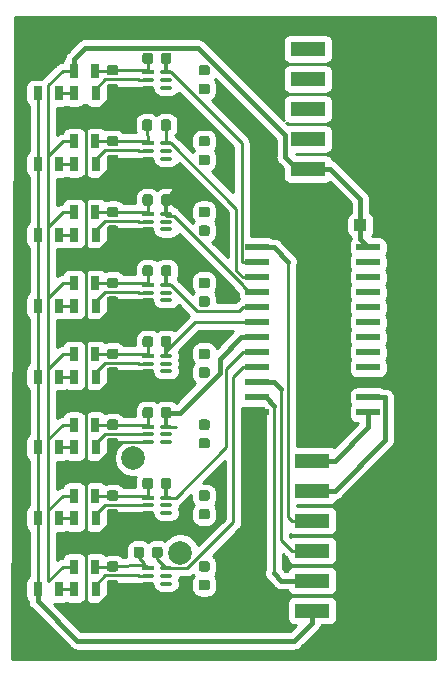
<source format=gbr>
G04 #@! TF.GenerationSoftware,KiCad,Pcbnew,5.1.5+dfsg1-2~bpo9+1*
G04 #@! TF.CreationDate,2020-08-27T13:41:08-04:00*
G04 #@! TF.ProjectId,turbidimeter,74757262-6964-4696-9d65-7465722e6b69,rev?*
G04 #@! TF.SameCoordinates,PX6578b58PY2cd02b0*
G04 #@! TF.FileFunction,Copper,L1,Top*
G04 #@! TF.FilePolarity,Positive*
%FSLAX46Y46*%
G04 Gerber Fmt 4.6, Leading zero omitted, Abs format (unit mm)*
G04 Created by KiCad (PCBNEW 5.1.5+dfsg1-2~bpo9+1) date 2020-08-27 13:41:08*
%MOMM*%
%LPD*%
G04 APERTURE LIST*
%ADD10C,0.150000*%
%ADD11O,1.049020X0.299720*%
%ADD12R,1.049020X0.299720*%
%ADD13R,2.000000X0.600000*%
%ADD14R,0.797560X1.198880*%
%ADD15R,2.999740X1.249680*%
%ADD16R,1.099820X0.998220*%
%ADD17C,2.000000*%
%ADD18C,0.250000*%
%ADD19C,0.400000*%
%ADD20C,0.300000*%
%ADD21C,0.254000*%
G04 APERTURE END LIST*
G04 #@! TA.AperFunction,SMDPad,CuDef*
D10*
G36*
X11568491Y-8771653D02*
G01*
X11589726Y-8774803D01*
X11610550Y-8780019D01*
X11630762Y-8787251D01*
X11650168Y-8796430D01*
X11668581Y-8807466D01*
X11685824Y-8820254D01*
X11701730Y-8834670D01*
X11716146Y-8850576D01*
X11728934Y-8867819D01*
X11739970Y-8886232D01*
X11749149Y-8905638D01*
X11756381Y-8925850D01*
X11761597Y-8946674D01*
X11764747Y-8967909D01*
X11765800Y-8989350D01*
X11765800Y-9501850D01*
X11764747Y-9523291D01*
X11761597Y-9544526D01*
X11756381Y-9565350D01*
X11749149Y-9585562D01*
X11739970Y-9604968D01*
X11728934Y-9623381D01*
X11716146Y-9640624D01*
X11701730Y-9656530D01*
X11685824Y-9670946D01*
X11668581Y-9683734D01*
X11650168Y-9694770D01*
X11630762Y-9703949D01*
X11610550Y-9711181D01*
X11589726Y-9716397D01*
X11568491Y-9719547D01*
X11547050Y-9720600D01*
X11109550Y-9720600D01*
X11088109Y-9719547D01*
X11066874Y-9716397D01*
X11046050Y-9711181D01*
X11025838Y-9703949D01*
X11006432Y-9694770D01*
X10988019Y-9683734D01*
X10970776Y-9670946D01*
X10954870Y-9656530D01*
X10940454Y-9640624D01*
X10927666Y-9623381D01*
X10916630Y-9604968D01*
X10907451Y-9585562D01*
X10900219Y-9565350D01*
X10895003Y-9544526D01*
X10891853Y-9523291D01*
X10890800Y-9501850D01*
X10890800Y-8989350D01*
X10891853Y-8967909D01*
X10895003Y-8946674D01*
X10900219Y-8925850D01*
X10907451Y-8905638D01*
X10916630Y-8886232D01*
X10927666Y-8867819D01*
X10940454Y-8850576D01*
X10954870Y-8834670D01*
X10970776Y-8820254D01*
X10988019Y-8807466D01*
X11006432Y-8796430D01*
X11025838Y-8787251D01*
X11046050Y-8780019D01*
X11066874Y-8774803D01*
X11088109Y-8771653D01*
X11109550Y-8770600D01*
X11547050Y-8770600D01*
X11568491Y-8771653D01*
G37*
G04 #@! TD.AperFunction*
G04 #@! TA.AperFunction,SMDPad,CuDef*
G36*
X13143491Y-8771653D02*
G01*
X13164726Y-8774803D01*
X13185550Y-8780019D01*
X13205762Y-8787251D01*
X13225168Y-8796430D01*
X13243581Y-8807466D01*
X13260824Y-8820254D01*
X13276730Y-8834670D01*
X13291146Y-8850576D01*
X13303934Y-8867819D01*
X13314970Y-8886232D01*
X13324149Y-8905638D01*
X13331381Y-8925850D01*
X13336597Y-8946674D01*
X13339747Y-8967909D01*
X13340800Y-8989350D01*
X13340800Y-9501850D01*
X13339747Y-9523291D01*
X13336597Y-9544526D01*
X13331381Y-9565350D01*
X13324149Y-9585562D01*
X13314970Y-9604968D01*
X13303934Y-9623381D01*
X13291146Y-9640624D01*
X13276730Y-9656530D01*
X13260824Y-9670946D01*
X13243581Y-9683734D01*
X13225168Y-9694770D01*
X13205762Y-9703949D01*
X13185550Y-9711181D01*
X13164726Y-9716397D01*
X13143491Y-9719547D01*
X13122050Y-9720600D01*
X12684550Y-9720600D01*
X12663109Y-9719547D01*
X12641874Y-9716397D01*
X12621050Y-9711181D01*
X12600838Y-9703949D01*
X12581432Y-9694770D01*
X12563019Y-9683734D01*
X12545776Y-9670946D01*
X12529870Y-9656530D01*
X12515454Y-9640624D01*
X12502666Y-9623381D01*
X12491630Y-9604968D01*
X12482451Y-9585562D01*
X12475219Y-9565350D01*
X12470003Y-9544526D01*
X12466853Y-9523291D01*
X12465800Y-9501850D01*
X12465800Y-8989350D01*
X12466853Y-8967909D01*
X12470003Y-8946674D01*
X12475219Y-8925850D01*
X12482451Y-8905638D01*
X12491630Y-8886232D01*
X12502666Y-8867819D01*
X12515454Y-8850576D01*
X12529870Y-8834670D01*
X12545776Y-8820254D01*
X12563019Y-8807466D01*
X12581432Y-8796430D01*
X12600838Y-8787251D01*
X12621050Y-8780019D01*
X12641874Y-8774803D01*
X12663109Y-8771653D01*
X12684550Y-8770600D01*
X13122050Y-8770600D01*
X13143491Y-8771653D01*
G37*
G04 #@! TD.AperFunction*
D11*
X12959400Y-46788000D03*
X12959400Y-47435700D03*
X12959400Y-48083400D03*
X11410000Y-48083400D03*
X11410000Y-47435700D03*
D12*
X11410000Y-46788000D03*
D13*
X30059400Y-19603000D03*
X30059400Y-20873000D03*
X30059400Y-22143000D03*
X30059400Y-23413000D03*
X30059400Y-24683000D03*
X30059400Y-25953000D03*
X30059400Y-27223000D03*
X30059400Y-28493000D03*
X30059400Y-29763000D03*
X30059400Y-31033000D03*
X30059400Y-32303000D03*
X30059400Y-33573000D03*
X20659400Y-33573000D03*
X20659400Y-32303000D03*
X20659400Y-31033000D03*
X20659400Y-29763000D03*
X20659400Y-28493000D03*
X20659400Y-27223000D03*
X20659400Y-25953000D03*
X20659400Y-24683000D03*
X20659400Y-23413000D03*
X20659400Y-22143000D03*
X20659400Y-20873000D03*
X20659400Y-19603000D03*
G04 #@! TA.AperFunction,SMDPad,CuDef*
D10*
G36*
X16432091Y-16173553D02*
G01*
X16453326Y-16176703D01*
X16474150Y-16181919D01*
X16494362Y-16189151D01*
X16513768Y-16198330D01*
X16532181Y-16209366D01*
X16549424Y-16222154D01*
X16565330Y-16236570D01*
X16579746Y-16252476D01*
X16592534Y-16269719D01*
X16603570Y-16288132D01*
X16612749Y-16307538D01*
X16619981Y-16327750D01*
X16625197Y-16348574D01*
X16628347Y-16369809D01*
X16629400Y-16391250D01*
X16629400Y-16828750D01*
X16628347Y-16850191D01*
X16625197Y-16871426D01*
X16619981Y-16892250D01*
X16612749Y-16912462D01*
X16603570Y-16931868D01*
X16592534Y-16950281D01*
X16579746Y-16967524D01*
X16565330Y-16983430D01*
X16549424Y-16997846D01*
X16532181Y-17010634D01*
X16513768Y-17021670D01*
X16494362Y-17030849D01*
X16474150Y-17038081D01*
X16453326Y-17043297D01*
X16432091Y-17046447D01*
X16410650Y-17047500D01*
X15898150Y-17047500D01*
X15876709Y-17046447D01*
X15855474Y-17043297D01*
X15834650Y-17038081D01*
X15814438Y-17030849D01*
X15795032Y-17021670D01*
X15776619Y-17010634D01*
X15759376Y-16997846D01*
X15743470Y-16983430D01*
X15729054Y-16967524D01*
X15716266Y-16950281D01*
X15705230Y-16931868D01*
X15696051Y-16912462D01*
X15688819Y-16892250D01*
X15683603Y-16871426D01*
X15680453Y-16850191D01*
X15679400Y-16828750D01*
X15679400Y-16391250D01*
X15680453Y-16369809D01*
X15683603Y-16348574D01*
X15688819Y-16327750D01*
X15696051Y-16307538D01*
X15705230Y-16288132D01*
X15716266Y-16269719D01*
X15729054Y-16252476D01*
X15743470Y-16236570D01*
X15759376Y-16222154D01*
X15776619Y-16209366D01*
X15795032Y-16198330D01*
X15814438Y-16189151D01*
X15834650Y-16181919D01*
X15855474Y-16176703D01*
X15876709Y-16173553D01*
X15898150Y-16172500D01*
X16410650Y-16172500D01*
X16432091Y-16173553D01*
G37*
G04 #@! TD.AperFunction*
G04 #@! TA.AperFunction,SMDPad,CuDef*
G36*
X16432091Y-17748553D02*
G01*
X16453326Y-17751703D01*
X16474150Y-17756919D01*
X16494362Y-17764151D01*
X16513768Y-17773330D01*
X16532181Y-17784366D01*
X16549424Y-17797154D01*
X16565330Y-17811570D01*
X16579746Y-17827476D01*
X16592534Y-17844719D01*
X16603570Y-17863132D01*
X16612749Y-17882538D01*
X16619981Y-17902750D01*
X16625197Y-17923574D01*
X16628347Y-17944809D01*
X16629400Y-17966250D01*
X16629400Y-18403750D01*
X16628347Y-18425191D01*
X16625197Y-18446426D01*
X16619981Y-18467250D01*
X16612749Y-18487462D01*
X16603570Y-18506868D01*
X16592534Y-18525281D01*
X16579746Y-18542524D01*
X16565330Y-18558430D01*
X16549424Y-18572846D01*
X16532181Y-18585634D01*
X16513768Y-18596670D01*
X16494362Y-18605849D01*
X16474150Y-18613081D01*
X16453326Y-18618297D01*
X16432091Y-18621447D01*
X16410650Y-18622500D01*
X15898150Y-18622500D01*
X15876709Y-18621447D01*
X15855474Y-18618297D01*
X15834650Y-18613081D01*
X15814438Y-18605849D01*
X15795032Y-18596670D01*
X15776619Y-18585634D01*
X15759376Y-18572846D01*
X15743470Y-18558430D01*
X15729054Y-18542524D01*
X15716266Y-18525281D01*
X15705230Y-18506868D01*
X15696051Y-18487462D01*
X15688819Y-18467250D01*
X15683603Y-18446426D01*
X15680453Y-18425191D01*
X15679400Y-18403750D01*
X15679400Y-17966250D01*
X15680453Y-17944809D01*
X15683603Y-17923574D01*
X15688819Y-17902750D01*
X15696051Y-17882538D01*
X15705230Y-17863132D01*
X15716266Y-17844719D01*
X15729054Y-17827476D01*
X15743470Y-17811570D01*
X15759376Y-17797154D01*
X15776619Y-17784366D01*
X15795032Y-17773330D01*
X15814438Y-17764151D01*
X15834650Y-17756919D01*
X15855474Y-17751703D01*
X15876709Y-17748553D01*
X15898150Y-17747500D01*
X16410650Y-17747500D01*
X16432091Y-17748553D01*
G37*
G04 #@! TD.AperFunction*
G04 #@! TA.AperFunction,SMDPad,CuDef*
G36*
X16432091Y-22173553D02*
G01*
X16453326Y-22176703D01*
X16474150Y-22181919D01*
X16494362Y-22189151D01*
X16513768Y-22198330D01*
X16532181Y-22209366D01*
X16549424Y-22222154D01*
X16565330Y-22236570D01*
X16579746Y-22252476D01*
X16592534Y-22269719D01*
X16603570Y-22288132D01*
X16612749Y-22307538D01*
X16619981Y-22327750D01*
X16625197Y-22348574D01*
X16628347Y-22369809D01*
X16629400Y-22391250D01*
X16629400Y-22828750D01*
X16628347Y-22850191D01*
X16625197Y-22871426D01*
X16619981Y-22892250D01*
X16612749Y-22912462D01*
X16603570Y-22931868D01*
X16592534Y-22950281D01*
X16579746Y-22967524D01*
X16565330Y-22983430D01*
X16549424Y-22997846D01*
X16532181Y-23010634D01*
X16513768Y-23021670D01*
X16494362Y-23030849D01*
X16474150Y-23038081D01*
X16453326Y-23043297D01*
X16432091Y-23046447D01*
X16410650Y-23047500D01*
X15898150Y-23047500D01*
X15876709Y-23046447D01*
X15855474Y-23043297D01*
X15834650Y-23038081D01*
X15814438Y-23030849D01*
X15795032Y-23021670D01*
X15776619Y-23010634D01*
X15759376Y-22997846D01*
X15743470Y-22983430D01*
X15729054Y-22967524D01*
X15716266Y-22950281D01*
X15705230Y-22931868D01*
X15696051Y-22912462D01*
X15688819Y-22892250D01*
X15683603Y-22871426D01*
X15680453Y-22850191D01*
X15679400Y-22828750D01*
X15679400Y-22391250D01*
X15680453Y-22369809D01*
X15683603Y-22348574D01*
X15688819Y-22327750D01*
X15696051Y-22307538D01*
X15705230Y-22288132D01*
X15716266Y-22269719D01*
X15729054Y-22252476D01*
X15743470Y-22236570D01*
X15759376Y-22222154D01*
X15776619Y-22209366D01*
X15795032Y-22198330D01*
X15814438Y-22189151D01*
X15834650Y-22181919D01*
X15855474Y-22176703D01*
X15876709Y-22173553D01*
X15898150Y-22172500D01*
X16410650Y-22172500D01*
X16432091Y-22173553D01*
G37*
G04 #@! TD.AperFunction*
G04 #@! TA.AperFunction,SMDPad,CuDef*
G36*
X16432091Y-23748553D02*
G01*
X16453326Y-23751703D01*
X16474150Y-23756919D01*
X16494362Y-23764151D01*
X16513768Y-23773330D01*
X16532181Y-23784366D01*
X16549424Y-23797154D01*
X16565330Y-23811570D01*
X16579746Y-23827476D01*
X16592534Y-23844719D01*
X16603570Y-23863132D01*
X16612749Y-23882538D01*
X16619981Y-23902750D01*
X16625197Y-23923574D01*
X16628347Y-23944809D01*
X16629400Y-23966250D01*
X16629400Y-24403750D01*
X16628347Y-24425191D01*
X16625197Y-24446426D01*
X16619981Y-24467250D01*
X16612749Y-24487462D01*
X16603570Y-24506868D01*
X16592534Y-24525281D01*
X16579746Y-24542524D01*
X16565330Y-24558430D01*
X16549424Y-24572846D01*
X16532181Y-24585634D01*
X16513768Y-24596670D01*
X16494362Y-24605849D01*
X16474150Y-24613081D01*
X16453326Y-24618297D01*
X16432091Y-24621447D01*
X16410650Y-24622500D01*
X15898150Y-24622500D01*
X15876709Y-24621447D01*
X15855474Y-24618297D01*
X15834650Y-24613081D01*
X15814438Y-24605849D01*
X15795032Y-24596670D01*
X15776619Y-24585634D01*
X15759376Y-24572846D01*
X15743470Y-24558430D01*
X15729054Y-24542524D01*
X15716266Y-24525281D01*
X15705230Y-24506868D01*
X15696051Y-24487462D01*
X15688819Y-24467250D01*
X15683603Y-24446426D01*
X15680453Y-24425191D01*
X15679400Y-24403750D01*
X15679400Y-23966250D01*
X15680453Y-23944809D01*
X15683603Y-23923574D01*
X15688819Y-23902750D01*
X15696051Y-23882538D01*
X15705230Y-23863132D01*
X15716266Y-23844719D01*
X15729054Y-23827476D01*
X15743470Y-23811570D01*
X15759376Y-23797154D01*
X15776619Y-23784366D01*
X15795032Y-23773330D01*
X15814438Y-23764151D01*
X15834650Y-23756919D01*
X15855474Y-23751703D01*
X15876709Y-23748553D01*
X15898150Y-23747500D01*
X16410650Y-23747500D01*
X16432091Y-23748553D01*
G37*
G04 #@! TD.AperFunction*
D14*
X2047240Y-18540500D03*
X3845560Y-18540500D03*
X2047240Y-42540500D03*
X3845560Y-42540500D03*
X2047240Y-30540500D03*
X3845560Y-30540500D03*
X6946900Y-16635500D03*
X5148580Y-16635500D03*
X6957060Y-36540500D03*
X5158740Y-36540500D03*
X6957060Y-6540500D03*
X5158740Y-6540500D03*
X2047240Y-36540500D03*
X3845560Y-36540500D03*
X2047240Y-24540500D03*
X3845560Y-24540500D03*
X6957060Y-12540500D03*
X5158740Y-12540500D03*
X6957060Y-18540500D03*
X5158740Y-18540500D03*
X6957060Y-24540500D03*
X5158740Y-24540500D03*
X6957060Y-30540500D03*
X5158740Y-30540500D03*
X6957060Y-42540500D03*
X5158740Y-42540500D03*
X6957060Y-48540500D03*
X5158740Y-48540500D03*
X2047240Y-12540500D03*
X3845560Y-12540500D03*
X6946900Y-4635500D03*
X5148580Y-4635500D03*
X6946900Y-22635500D03*
X5148580Y-22635500D03*
X6946900Y-28635500D03*
X5148580Y-28635500D03*
X6946900Y-34635500D03*
X5148580Y-34635500D03*
X6946900Y-46635500D03*
X5148580Y-46635500D03*
X6946900Y-40635500D03*
X5148580Y-40635500D03*
X6946900Y-10635500D03*
X5148580Y-10635500D03*
X2047240Y-6540500D03*
X3845560Y-6540500D03*
X2047240Y-48540500D03*
X3845560Y-48540500D03*
D11*
X12959400Y-4788000D03*
X12959400Y-5435700D03*
X12959400Y-6083400D03*
X11410000Y-6083400D03*
X11410000Y-5435700D03*
D12*
X11410000Y-4788000D03*
D11*
X12959400Y-10788000D03*
X12959400Y-11435700D03*
X12959400Y-12083400D03*
X11410000Y-12083400D03*
X11410000Y-11435700D03*
D12*
X11410000Y-10788000D03*
D15*
X25303480Y-50355500D03*
X25303480Y-47815500D03*
X25303480Y-45275500D03*
X25303480Y-42735500D03*
X25303480Y-40195500D03*
X25303480Y-37655500D03*
X24922480Y-15494000D03*
X24922480Y-12954000D03*
X24922480Y-10414000D03*
X24922480Y-7874000D03*
X24922480Y-5334000D03*
X24922480Y-2794000D03*
G04 #@! TA.AperFunction,SMDPad,CuDef*
D10*
G36*
X11612091Y-3114053D02*
G01*
X11633326Y-3117203D01*
X11654150Y-3122419D01*
X11674362Y-3129651D01*
X11693768Y-3138830D01*
X11712181Y-3149866D01*
X11729424Y-3162654D01*
X11745330Y-3177070D01*
X11759746Y-3192976D01*
X11772534Y-3210219D01*
X11783570Y-3228632D01*
X11792749Y-3248038D01*
X11799981Y-3268250D01*
X11805197Y-3289074D01*
X11808347Y-3310309D01*
X11809400Y-3331750D01*
X11809400Y-3844250D01*
X11808347Y-3865691D01*
X11805197Y-3886926D01*
X11799981Y-3907750D01*
X11792749Y-3927962D01*
X11783570Y-3947368D01*
X11772534Y-3965781D01*
X11759746Y-3983024D01*
X11745330Y-3998930D01*
X11729424Y-4013346D01*
X11712181Y-4026134D01*
X11693768Y-4037170D01*
X11674362Y-4046349D01*
X11654150Y-4053581D01*
X11633326Y-4058797D01*
X11612091Y-4061947D01*
X11590650Y-4063000D01*
X11153150Y-4063000D01*
X11131709Y-4061947D01*
X11110474Y-4058797D01*
X11089650Y-4053581D01*
X11069438Y-4046349D01*
X11050032Y-4037170D01*
X11031619Y-4026134D01*
X11014376Y-4013346D01*
X10998470Y-3998930D01*
X10984054Y-3983024D01*
X10971266Y-3965781D01*
X10960230Y-3947368D01*
X10951051Y-3927962D01*
X10943819Y-3907750D01*
X10938603Y-3886926D01*
X10935453Y-3865691D01*
X10934400Y-3844250D01*
X10934400Y-3331750D01*
X10935453Y-3310309D01*
X10938603Y-3289074D01*
X10943819Y-3268250D01*
X10951051Y-3248038D01*
X10960230Y-3228632D01*
X10971266Y-3210219D01*
X10984054Y-3192976D01*
X10998470Y-3177070D01*
X11014376Y-3162654D01*
X11031619Y-3149866D01*
X11050032Y-3138830D01*
X11069438Y-3129651D01*
X11089650Y-3122419D01*
X11110474Y-3117203D01*
X11131709Y-3114053D01*
X11153150Y-3113000D01*
X11590650Y-3113000D01*
X11612091Y-3114053D01*
G37*
G04 #@! TD.AperFunction*
G04 #@! TA.AperFunction,SMDPad,CuDef*
G36*
X13187091Y-3114053D02*
G01*
X13208326Y-3117203D01*
X13229150Y-3122419D01*
X13249362Y-3129651D01*
X13268768Y-3138830D01*
X13287181Y-3149866D01*
X13304424Y-3162654D01*
X13320330Y-3177070D01*
X13334746Y-3192976D01*
X13347534Y-3210219D01*
X13358570Y-3228632D01*
X13367749Y-3248038D01*
X13374981Y-3268250D01*
X13380197Y-3289074D01*
X13383347Y-3310309D01*
X13384400Y-3331750D01*
X13384400Y-3844250D01*
X13383347Y-3865691D01*
X13380197Y-3886926D01*
X13374981Y-3907750D01*
X13367749Y-3927962D01*
X13358570Y-3947368D01*
X13347534Y-3965781D01*
X13334746Y-3983024D01*
X13320330Y-3998930D01*
X13304424Y-4013346D01*
X13287181Y-4026134D01*
X13268768Y-4037170D01*
X13249362Y-4046349D01*
X13229150Y-4053581D01*
X13208326Y-4058797D01*
X13187091Y-4061947D01*
X13165650Y-4063000D01*
X12728150Y-4063000D01*
X12706709Y-4061947D01*
X12685474Y-4058797D01*
X12664650Y-4053581D01*
X12644438Y-4046349D01*
X12625032Y-4037170D01*
X12606619Y-4026134D01*
X12589376Y-4013346D01*
X12573470Y-3998930D01*
X12559054Y-3983024D01*
X12546266Y-3965781D01*
X12535230Y-3947368D01*
X12526051Y-3927962D01*
X12518819Y-3907750D01*
X12513603Y-3886926D01*
X12510453Y-3865691D01*
X12509400Y-3844250D01*
X12509400Y-3331750D01*
X12510453Y-3310309D01*
X12513603Y-3289074D01*
X12518819Y-3268250D01*
X12526051Y-3248038D01*
X12535230Y-3228632D01*
X12546266Y-3210219D01*
X12559054Y-3192976D01*
X12573470Y-3177070D01*
X12589376Y-3162654D01*
X12606619Y-3149866D01*
X12625032Y-3138830D01*
X12644438Y-3129651D01*
X12664650Y-3122419D01*
X12685474Y-3117203D01*
X12706709Y-3114053D01*
X12728150Y-3113000D01*
X13165650Y-3113000D01*
X13187091Y-3114053D01*
G37*
G04 #@! TD.AperFunction*
G04 #@! TA.AperFunction,SMDPad,CuDef*
G36*
X16432091Y-46173553D02*
G01*
X16453326Y-46176703D01*
X16474150Y-46181919D01*
X16494362Y-46189151D01*
X16513768Y-46198330D01*
X16532181Y-46209366D01*
X16549424Y-46222154D01*
X16565330Y-46236570D01*
X16579746Y-46252476D01*
X16592534Y-46269719D01*
X16603570Y-46288132D01*
X16612749Y-46307538D01*
X16619981Y-46327750D01*
X16625197Y-46348574D01*
X16628347Y-46369809D01*
X16629400Y-46391250D01*
X16629400Y-46828750D01*
X16628347Y-46850191D01*
X16625197Y-46871426D01*
X16619981Y-46892250D01*
X16612749Y-46912462D01*
X16603570Y-46931868D01*
X16592534Y-46950281D01*
X16579746Y-46967524D01*
X16565330Y-46983430D01*
X16549424Y-46997846D01*
X16532181Y-47010634D01*
X16513768Y-47021670D01*
X16494362Y-47030849D01*
X16474150Y-47038081D01*
X16453326Y-47043297D01*
X16432091Y-47046447D01*
X16410650Y-47047500D01*
X15898150Y-47047500D01*
X15876709Y-47046447D01*
X15855474Y-47043297D01*
X15834650Y-47038081D01*
X15814438Y-47030849D01*
X15795032Y-47021670D01*
X15776619Y-47010634D01*
X15759376Y-46997846D01*
X15743470Y-46983430D01*
X15729054Y-46967524D01*
X15716266Y-46950281D01*
X15705230Y-46931868D01*
X15696051Y-46912462D01*
X15688819Y-46892250D01*
X15683603Y-46871426D01*
X15680453Y-46850191D01*
X15679400Y-46828750D01*
X15679400Y-46391250D01*
X15680453Y-46369809D01*
X15683603Y-46348574D01*
X15688819Y-46327750D01*
X15696051Y-46307538D01*
X15705230Y-46288132D01*
X15716266Y-46269719D01*
X15729054Y-46252476D01*
X15743470Y-46236570D01*
X15759376Y-46222154D01*
X15776619Y-46209366D01*
X15795032Y-46198330D01*
X15814438Y-46189151D01*
X15834650Y-46181919D01*
X15855474Y-46176703D01*
X15876709Y-46173553D01*
X15898150Y-46172500D01*
X16410650Y-46172500D01*
X16432091Y-46173553D01*
G37*
G04 #@! TD.AperFunction*
G04 #@! TA.AperFunction,SMDPad,CuDef*
G36*
X16432091Y-47748553D02*
G01*
X16453326Y-47751703D01*
X16474150Y-47756919D01*
X16494362Y-47764151D01*
X16513768Y-47773330D01*
X16532181Y-47784366D01*
X16549424Y-47797154D01*
X16565330Y-47811570D01*
X16579746Y-47827476D01*
X16592534Y-47844719D01*
X16603570Y-47863132D01*
X16612749Y-47882538D01*
X16619981Y-47902750D01*
X16625197Y-47923574D01*
X16628347Y-47944809D01*
X16629400Y-47966250D01*
X16629400Y-48403750D01*
X16628347Y-48425191D01*
X16625197Y-48446426D01*
X16619981Y-48467250D01*
X16612749Y-48487462D01*
X16603570Y-48506868D01*
X16592534Y-48525281D01*
X16579746Y-48542524D01*
X16565330Y-48558430D01*
X16549424Y-48572846D01*
X16532181Y-48585634D01*
X16513768Y-48596670D01*
X16494362Y-48605849D01*
X16474150Y-48613081D01*
X16453326Y-48618297D01*
X16432091Y-48621447D01*
X16410650Y-48622500D01*
X15898150Y-48622500D01*
X15876709Y-48621447D01*
X15855474Y-48618297D01*
X15834650Y-48613081D01*
X15814438Y-48605849D01*
X15795032Y-48596670D01*
X15776619Y-48585634D01*
X15759376Y-48572846D01*
X15743470Y-48558430D01*
X15729054Y-48542524D01*
X15716266Y-48525281D01*
X15705230Y-48506868D01*
X15696051Y-48487462D01*
X15688819Y-48467250D01*
X15683603Y-48446426D01*
X15680453Y-48425191D01*
X15679400Y-48403750D01*
X15679400Y-47966250D01*
X15680453Y-47944809D01*
X15683603Y-47923574D01*
X15688819Y-47902750D01*
X15696051Y-47882538D01*
X15705230Y-47863132D01*
X15716266Y-47844719D01*
X15729054Y-47827476D01*
X15743470Y-47811570D01*
X15759376Y-47797154D01*
X15776619Y-47784366D01*
X15795032Y-47773330D01*
X15814438Y-47764151D01*
X15834650Y-47756919D01*
X15855474Y-47751703D01*
X15876709Y-47748553D01*
X15898150Y-47747500D01*
X16410650Y-47747500D01*
X16432091Y-47748553D01*
G37*
G04 #@! TD.AperFunction*
G04 #@! TA.AperFunction,SMDPad,CuDef*
G36*
X16432091Y-28173553D02*
G01*
X16453326Y-28176703D01*
X16474150Y-28181919D01*
X16494362Y-28189151D01*
X16513768Y-28198330D01*
X16532181Y-28209366D01*
X16549424Y-28222154D01*
X16565330Y-28236570D01*
X16579746Y-28252476D01*
X16592534Y-28269719D01*
X16603570Y-28288132D01*
X16612749Y-28307538D01*
X16619981Y-28327750D01*
X16625197Y-28348574D01*
X16628347Y-28369809D01*
X16629400Y-28391250D01*
X16629400Y-28828750D01*
X16628347Y-28850191D01*
X16625197Y-28871426D01*
X16619981Y-28892250D01*
X16612749Y-28912462D01*
X16603570Y-28931868D01*
X16592534Y-28950281D01*
X16579746Y-28967524D01*
X16565330Y-28983430D01*
X16549424Y-28997846D01*
X16532181Y-29010634D01*
X16513768Y-29021670D01*
X16494362Y-29030849D01*
X16474150Y-29038081D01*
X16453326Y-29043297D01*
X16432091Y-29046447D01*
X16410650Y-29047500D01*
X15898150Y-29047500D01*
X15876709Y-29046447D01*
X15855474Y-29043297D01*
X15834650Y-29038081D01*
X15814438Y-29030849D01*
X15795032Y-29021670D01*
X15776619Y-29010634D01*
X15759376Y-28997846D01*
X15743470Y-28983430D01*
X15729054Y-28967524D01*
X15716266Y-28950281D01*
X15705230Y-28931868D01*
X15696051Y-28912462D01*
X15688819Y-28892250D01*
X15683603Y-28871426D01*
X15680453Y-28850191D01*
X15679400Y-28828750D01*
X15679400Y-28391250D01*
X15680453Y-28369809D01*
X15683603Y-28348574D01*
X15688819Y-28327750D01*
X15696051Y-28307538D01*
X15705230Y-28288132D01*
X15716266Y-28269719D01*
X15729054Y-28252476D01*
X15743470Y-28236570D01*
X15759376Y-28222154D01*
X15776619Y-28209366D01*
X15795032Y-28198330D01*
X15814438Y-28189151D01*
X15834650Y-28181919D01*
X15855474Y-28176703D01*
X15876709Y-28173553D01*
X15898150Y-28172500D01*
X16410650Y-28172500D01*
X16432091Y-28173553D01*
G37*
G04 #@! TD.AperFunction*
G04 #@! TA.AperFunction,SMDPad,CuDef*
G36*
X16432091Y-29748553D02*
G01*
X16453326Y-29751703D01*
X16474150Y-29756919D01*
X16494362Y-29764151D01*
X16513768Y-29773330D01*
X16532181Y-29784366D01*
X16549424Y-29797154D01*
X16565330Y-29811570D01*
X16579746Y-29827476D01*
X16592534Y-29844719D01*
X16603570Y-29863132D01*
X16612749Y-29882538D01*
X16619981Y-29902750D01*
X16625197Y-29923574D01*
X16628347Y-29944809D01*
X16629400Y-29966250D01*
X16629400Y-30403750D01*
X16628347Y-30425191D01*
X16625197Y-30446426D01*
X16619981Y-30467250D01*
X16612749Y-30487462D01*
X16603570Y-30506868D01*
X16592534Y-30525281D01*
X16579746Y-30542524D01*
X16565330Y-30558430D01*
X16549424Y-30572846D01*
X16532181Y-30585634D01*
X16513768Y-30596670D01*
X16494362Y-30605849D01*
X16474150Y-30613081D01*
X16453326Y-30618297D01*
X16432091Y-30621447D01*
X16410650Y-30622500D01*
X15898150Y-30622500D01*
X15876709Y-30621447D01*
X15855474Y-30618297D01*
X15834650Y-30613081D01*
X15814438Y-30605849D01*
X15795032Y-30596670D01*
X15776619Y-30585634D01*
X15759376Y-30572846D01*
X15743470Y-30558430D01*
X15729054Y-30542524D01*
X15716266Y-30525281D01*
X15705230Y-30506868D01*
X15696051Y-30487462D01*
X15688819Y-30467250D01*
X15683603Y-30446426D01*
X15680453Y-30425191D01*
X15679400Y-30403750D01*
X15679400Y-29966250D01*
X15680453Y-29944809D01*
X15683603Y-29923574D01*
X15688819Y-29902750D01*
X15696051Y-29882538D01*
X15705230Y-29863132D01*
X15716266Y-29844719D01*
X15729054Y-29827476D01*
X15743470Y-29811570D01*
X15759376Y-29797154D01*
X15776619Y-29784366D01*
X15795032Y-29773330D01*
X15814438Y-29764151D01*
X15834650Y-29756919D01*
X15855474Y-29751703D01*
X15876709Y-29748553D01*
X15898150Y-29747500D01*
X16410650Y-29747500D01*
X16432091Y-29748553D01*
G37*
G04 #@! TD.AperFunction*
G04 #@! TA.AperFunction,SMDPad,CuDef*
G36*
X16432091Y-4173553D02*
G01*
X16453326Y-4176703D01*
X16474150Y-4181919D01*
X16494362Y-4189151D01*
X16513768Y-4198330D01*
X16532181Y-4209366D01*
X16549424Y-4222154D01*
X16565330Y-4236570D01*
X16579746Y-4252476D01*
X16592534Y-4269719D01*
X16603570Y-4288132D01*
X16612749Y-4307538D01*
X16619981Y-4327750D01*
X16625197Y-4348574D01*
X16628347Y-4369809D01*
X16629400Y-4391250D01*
X16629400Y-4828750D01*
X16628347Y-4850191D01*
X16625197Y-4871426D01*
X16619981Y-4892250D01*
X16612749Y-4912462D01*
X16603570Y-4931868D01*
X16592534Y-4950281D01*
X16579746Y-4967524D01*
X16565330Y-4983430D01*
X16549424Y-4997846D01*
X16532181Y-5010634D01*
X16513768Y-5021670D01*
X16494362Y-5030849D01*
X16474150Y-5038081D01*
X16453326Y-5043297D01*
X16432091Y-5046447D01*
X16410650Y-5047500D01*
X15898150Y-5047500D01*
X15876709Y-5046447D01*
X15855474Y-5043297D01*
X15834650Y-5038081D01*
X15814438Y-5030849D01*
X15795032Y-5021670D01*
X15776619Y-5010634D01*
X15759376Y-4997846D01*
X15743470Y-4983430D01*
X15729054Y-4967524D01*
X15716266Y-4950281D01*
X15705230Y-4931868D01*
X15696051Y-4912462D01*
X15688819Y-4892250D01*
X15683603Y-4871426D01*
X15680453Y-4850191D01*
X15679400Y-4828750D01*
X15679400Y-4391250D01*
X15680453Y-4369809D01*
X15683603Y-4348574D01*
X15688819Y-4327750D01*
X15696051Y-4307538D01*
X15705230Y-4288132D01*
X15716266Y-4269719D01*
X15729054Y-4252476D01*
X15743470Y-4236570D01*
X15759376Y-4222154D01*
X15776619Y-4209366D01*
X15795032Y-4198330D01*
X15814438Y-4189151D01*
X15834650Y-4181919D01*
X15855474Y-4176703D01*
X15876709Y-4173553D01*
X15898150Y-4172500D01*
X16410650Y-4172500D01*
X16432091Y-4173553D01*
G37*
G04 #@! TD.AperFunction*
G04 #@! TA.AperFunction,SMDPad,CuDef*
G36*
X16432091Y-5748553D02*
G01*
X16453326Y-5751703D01*
X16474150Y-5756919D01*
X16494362Y-5764151D01*
X16513768Y-5773330D01*
X16532181Y-5784366D01*
X16549424Y-5797154D01*
X16565330Y-5811570D01*
X16579746Y-5827476D01*
X16592534Y-5844719D01*
X16603570Y-5863132D01*
X16612749Y-5882538D01*
X16619981Y-5902750D01*
X16625197Y-5923574D01*
X16628347Y-5944809D01*
X16629400Y-5966250D01*
X16629400Y-6403750D01*
X16628347Y-6425191D01*
X16625197Y-6446426D01*
X16619981Y-6467250D01*
X16612749Y-6487462D01*
X16603570Y-6506868D01*
X16592534Y-6525281D01*
X16579746Y-6542524D01*
X16565330Y-6558430D01*
X16549424Y-6572846D01*
X16532181Y-6585634D01*
X16513768Y-6596670D01*
X16494362Y-6605849D01*
X16474150Y-6613081D01*
X16453326Y-6618297D01*
X16432091Y-6621447D01*
X16410650Y-6622500D01*
X15898150Y-6622500D01*
X15876709Y-6621447D01*
X15855474Y-6618297D01*
X15834650Y-6613081D01*
X15814438Y-6605849D01*
X15795032Y-6596670D01*
X15776619Y-6585634D01*
X15759376Y-6572846D01*
X15743470Y-6558430D01*
X15729054Y-6542524D01*
X15716266Y-6525281D01*
X15705230Y-6506868D01*
X15696051Y-6487462D01*
X15688819Y-6467250D01*
X15683603Y-6446426D01*
X15680453Y-6425191D01*
X15679400Y-6403750D01*
X15679400Y-5966250D01*
X15680453Y-5944809D01*
X15683603Y-5923574D01*
X15688819Y-5902750D01*
X15696051Y-5882538D01*
X15705230Y-5863132D01*
X15716266Y-5844719D01*
X15729054Y-5827476D01*
X15743470Y-5811570D01*
X15759376Y-5797154D01*
X15776619Y-5784366D01*
X15795032Y-5773330D01*
X15814438Y-5764151D01*
X15834650Y-5756919D01*
X15855474Y-5751703D01*
X15876709Y-5748553D01*
X15898150Y-5747500D01*
X16410650Y-5747500D01*
X16432091Y-5748553D01*
G37*
G04 #@! TD.AperFunction*
G04 #@! TA.AperFunction,SMDPad,CuDef*
G36*
X16432091Y-40173553D02*
G01*
X16453326Y-40176703D01*
X16474150Y-40181919D01*
X16494362Y-40189151D01*
X16513768Y-40198330D01*
X16532181Y-40209366D01*
X16549424Y-40222154D01*
X16565330Y-40236570D01*
X16579746Y-40252476D01*
X16592534Y-40269719D01*
X16603570Y-40288132D01*
X16612749Y-40307538D01*
X16619981Y-40327750D01*
X16625197Y-40348574D01*
X16628347Y-40369809D01*
X16629400Y-40391250D01*
X16629400Y-40828750D01*
X16628347Y-40850191D01*
X16625197Y-40871426D01*
X16619981Y-40892250D01*
X16612749Y-40912462D01*
X16603570Y-40931868D01*
X16592534Y-40950281D01*
X16579746Y-40967524D01*
X16565330Y-40983430D01*
X16549424Y-40997846D01*
X16532181Y-41010634D01*
X16513768Y-41021670D01*
X16494362Y-41030849D01*
X16474150Y-41038081D01*
X16453326Y-41043297D01*
X16432091Y-41046447D01*
X16410650Y-41047500D01*
X15898150Y-41047500D01*
X15876709Y-41046447D01*
X15855474Y-41043297D01*
X15834650Y-41038081D01*
X15814438Y-41030849D01*
X15795032Y-41021670D01*
X15776619Y-41010634D01*
X15759376Y-40997846D01*
X15743470Y-40983430D01*
X15729054Y-40967524D01*
X15716266Y-40950281D01*
X15705230Y-40931868D01*
X15696051Y-40912462D01*
X15688819Y-40892250D01*
X15683603Y-40871426D01*
X15680453Y-40850191D01*
X15679400Y-40828750D01*
X15679400Y-40391250D01*
X15680453Y-40369809D01*
X15683603Y-40348574D01*
X15688819Y-40327750D01*
X15696051Y-40307538D01*
X15705230Y-40288132D01*
X15716266Y-40269719D01*
X15729054Y-40252476D01*
X15743470Y-40236570D01*
X15759376Y-40222154D01*
X15776619Y-40209366D01*
X15795032Y-40198330D01*
X15814438Y-40189151D01*
X15834650Y-40181919D01*
X15855474Y-40176703D01*
X15876709Y-40173553D01*
X15898150Y-40172500D01*
X16410650Y-40172500D01*
X16432091Y-40173553D01*
G37*
G04 #@! TD.AperFunction*
G04 #@! TA.AperFunction,SMDPad,CuDef*
G36*
X16432091Y-41748553D02*
G01*
X16453326Y-41751703D01*
X16474150Y-41756919D01*
X16494362Y-41764151D01*
X16513768Y-41773330D01*
X16532181Y-41784366D01*
X16549424Y-41797154D01*
X16565330Y-41811570D01*
X16579746Y-41827476D01*
X16592534Y-41844719D01*
X16603570Y-41863132D01*
X16612749Y-41882538D01*
X16619981Y-41902750D01*
X16625197Y-41923574D01*
X16628347Y-41944809D01*
X16629400Y-41966250D01*
X16629400Y-42403750D01*
X16628347Y-42425191D01*
X16625197Y-42446426D01*
X16619981Y-42467250D01*
X16612749Y-42487462D01*
X16603570Y-42506868D01*
X16592534Y-42525281D01*
X16579746Y-42542524D01*
X16565330Y-42558430D01*
X16549424Y-42572846D01*
X16532181Y-42585634D01*
X16513768Y-42596670D01*
X16494362Y-42605849D01*
X16474150Y-42613081D01*
X16453326Y-42618297D01*
X16432091Y-42621447D01*
X16410650Y-42622500D01*
X15898150Y-42622500D01*
X15876709Y-42621447D01*
X15855474Y-42618297D01*
X15834650Y-42613081D01*
X15814438Y-42605849D01*
X15795032Y-42596670D01*
X15776619Y-42585634D01*
X15759376Y-42572846D01*
X15743470Y-42558430D01*
X15729054Y-42542524D01*
X15716266Y-42525281D01*
X15705230Y-42506868D01*
X15696051Y-42487462D01*
X15688819Y-42467250D01*
X15683603Y-42446426D01*
X15680453Y-42425191D01*
X15679400Y-42403750D01*
X15679400Y-41966250D01*
X15680453Y-41944809D01*
X15683603Y-41923574D01*
X15688819Y-41902750D01*
X15696051Y-41882538D01*
X15705230Y-41863132D01*
X15716266Y-41844719D01*
X15729054Y-41827476D01*
X15743470Y-41811570D01*
X15759376Y-41797154D01*
X15776619Y-41784366D01*
X15795032Y-41773330D01*
X15814438Y-41764151D01*
X15834650Y-41756919D01*
X15855474Y-41751703D01*
X15876709Y-41748553D01*
X15898150Y-41747500D01*
X16410650Y-41747500D01*
X16432091Y-41748553D01*
G37*
G04 #@! TD.AperFunction*
G04 #@! TA.AperFunction,SMDPad,CuDef*
G36*
X16432091Y-34173553D02*
G01*
X16453326Y-34176703D01*
X16474150Y-34181919D01*
X16494362Y-34189151D01*
X16513768Y-34198330D01*
X16532181Y-34209366D01*
X16549424Y-34222154D01*
X16565330Y-34236570D01*
X16579746Y-34252476D01*
X16592534Y-34269719D01*
X16603570Y-34288132D01*
X16612749Y-34307538D01*
X16619981Y-34327750D01*
X16625197Y-34348574D01*
X16628347Y-34369809D01*
X16629400Y-34391250D01*
X16629400Y-34828750D01*
X16628347Y-34850191D01*
X16625197Y-34871426D01*
X16619981Y-34892250D01*
X16612749Y-34912462D01*
X16603570Y-34931868D01*
X16592534Y-34950281D01*
X16579746Y-34967524D01*
X16565330Y-34983430D01*
X16549424Y-34997846D01*
X16532181Y-35010634D01*
X16513768Y-35021670D01*
X16494362Y-35030849D01*
X16474150Y-35038081D01*
X16453326Y-35043297D01*
X16432091Y-35046447D01*
X16410650Y-35047500D01*
X15898150Y-35047500D01*
X15876709Y-35046447D01*
X15855474Y-35043297D01*
X15834650Y-35038081D01*
X15814438Y-35030849D01*
X15795032Y-35021670D01*
X15776619Y-35010634D01*
X15759376Y-34997846D01*
X15743470Y-34983430D01*
X15729054Y-34967524D01*
X15716266Y-34950281D01*
X15705230Y-34931868D01*
X15696051Y-34912462D01*
X15688819Y-34892250D01*
X15683603Y-34871426D01*
X15680453Y-34850191D01*
X15679400Y-34828750D01*
X15679400Y-34391250D01*
X15680453Y-34369809D01*
X15683603Y-34348574D01*
X15688819Y-34327750D01*
X15696051Y-34307538D01*
X15705230Y-34288132D01*
X15716266Y-34269719D01*
X15729054Y-34252476D01*
X15743470Y-34236570D01*
X15759376Y-34222154D01*
X15776619Y-34209366D01*
X15795032Y-34198330D01*
X15814438Y-34189151D01*
X15834650Y-34181919D01*
X15855474Y-34176703D01*
X15876709Y-34173553D01*
X15898150Y-34172500D01*
X16410650Y-34172500D01*
X16432091Y-34173553D01*
G37*
G04 #@! TD.AperFunction*
G04 #@! TA.AperFunction,SMDPad,CuDef*
G36*
X16432091Y-35748553D02*
G01*
X16453326Y-35751703D01*
X16474150Y-35756919D01*
X16494362Y-35764151D01*
X16513768Y-35773330D01*
X16532181Y-35784366D01*
X16549424Y-35797154D01*
X16565330Y-35811570D01*
X16579746Y-35827476D01*
X16592534Y-35844719D01*
X16603570Y-35863132D01*
X16612749Y-35882538D01*
X16619981Y-35902750D01*
X16625197Y-35923574D01*
X16628347Y-35944809D01*
X16629400Y-35966250D01*
X16629400Y-36403750D01*
X16628347Y-36425191D01*
X16625197Y-36446426D01*
X16619981Y-36467250D01*
X16612749Y-36487462D01*
X16603570Y-36506868D01*
X16592534Y-36525281D01*
X16579746Y-36542524D01*
X16565330Y-36558430D01*
X16549424Y-36572846D01*
X16532181Y-36585634D01*
X16513768Y-36596670D01*
X16494362Y-36605849D01*
X16474150Y-36613081D01*
X16453326Y-36618297D01*
X16432091Y-36621447D01*
X16410650Y-36622500D01*
X15898150Y-36622500D01*
X15876709Y-36621447D01*
X15855474Y-36618297D01*
X15834650Y-36613081D01*
X15814438Y-36605849D01*
X15795032Y-36596670D01*
X15776619Y-36585634D01*
X15759376Y-36572846D01*
X15743470Y-36558430D01*
X15729054Y-36542524D01*
X15716266Y-36525281D01*
X15705230Y-36506868D01*
X15696051Y-36487462D01*
X15688819Y-36467250D01*
X15683603Y-36446426D01*
X15680453Y-36425191D01*
X15679400Y-36403750D01*
X15679400Y-35966250D01*
X15680453Y-35944809D01*
X15683603Y-35923574D01*
X15688819Y-35902750D01*
X15696051Y-35882538D01*
X15705230Y-35863132D01*
X15716266Y-35844719D01*
X15729054Y-35827476D01*
X15743470Y-35811570D01*
X15759376Y-35797154D01*
X15776619Y-35784366D01*
X15795032Y-35773330D01*
X15814438Y-35764151D01*
X15834650Y-35756919D01*
X15855474Y-35751703D01*
X15876709Y-35748553D01*
X15898150Y-35747500D01*
X16410650Y-35747500D01*
X16432091Y-35748553D01*
G37*
G04 #@! TD.AperFunction*
G04 #@! TA.AperFunction,SMDPad,CuDef*
G36*
X16432091Y-10173553D02*
G01*
X16453326Y-10176703D01*
X16474150Y-10181919D01*
X16494362Y-10189151D01*
X16513768Y-10198330D01*
X16532181Y-10209366D01*
X16549424Y-10222154D01*
X16565330Y-10236570D01*
X16579746Y-10252476D01*
X16592534Y-10269719D01*
X16603570Y-10288132D01*
X16612749Y-10307538D01*
X16619981Y-10327750D01*
X16625197Y-10348574D01*
X16628347Y-10369809D01*
X16629400Y-10391250D01*
X16629400Y-10828750D01*
X16628347Y-10850191D01*
X16625197Y-10871426D01*
X16619981Y-10892250D01*
X16612749Y-10912462D01*
X16603570Y-10931868D01*
X16592534Y-10950281D01*
X16579746Y-10967524D01*
X16565330Y-10983430D01*
X16549424Y-10997846D01*
X16532181Y-11010634D01*
X16513768Y-11021670D01*
X16494362Y-11030849D01*
X16474150Y-11038081D01*
X16453326Y-11043297D01*
X16432091Y-11046447D01*
X16410650Y-11047500D01*
X15898150Y-11047500D01*
X15876709Y-11046447D01*
X15855474Y-11043297D01*
X15834650Y-11038081D01*
X15814438Y-11030849D01*
X15795032Y-11021670D01*
X15776619Y-11010634D01*
X15759376Y-10997846D01*
X15743470Y-10983430D01*
X15729054Y-10967524D01*
X15716266Y-10950281D01*
X15705230Y-10931868D01*
X15696051Y-10912462D01*
X15688819Y-10892250D01*
X15683603Y-10871426D01*
X15680453Y-10850191D01*
X15679400Y-10828750D01*
X15679400Y-10391250D01*
X15680453Y-10369809D01*
X15683603Y-10348574D01*
X15688819Y-10327750D01*
X15696051Y-10307538D01*
X15705230Y-10288132D01*
X15716266Y-10269719D01*
X15729054Y-10252476D01*
X15743470Y-10236570D01*
X15759376Y-10222154D01*
X15776619Y-10209366D01*
X15795032Y-10198330D01*
X15814438Y-10189151D01*
X15834650Y-10181919D01*
X15855474Y-10176703D01*
X15876709Y-10173553D01*
X15898150Y-10172500D01*
X16410650Y-10172500D01*
X16432091Y-10173553D01*
G37*
G04 #@! TD.AperFunction*
G04 #@! TA.AperFunction,SMDPad,CuDef*
G36*
X16432091Y-11748553D02*
G01*
X16453326Y-11751703D01*
X16474150Y-11756919D01*
X16494362Y-11764151D01*
X16513768Y-11773330D01*
X16532181Y-11784366D01*
X16549424Y-11797154D01*
X16565330Y-11811570D01*
X16579746Y-11827476D01*
X16592534Y-11844719D01*
X16603570Y-11863132D01*
X16612749Y-11882538D01*
X16619981Y-11902750D01*
X16625197Y-11923574D01*
X16628347Y-11944809D01*
X16629400Y-11966250D01*
X16629400Y-12403750D01*
X16628347Y-12425191D01*
X16625197Y-12446426D01*
X16619981Y-12467250D01*
X16612749Y-12487462D01*
X16603570Y-12506868D01*
X16592534Y-12525281D01*
X16579746Y-12542524D01*
X16565330Y-12558430D01*
X16549424Y-12572846D01*
X16532181Y-12585634D01*
X16513768Y-12596670D01*
X16494362Y-12605849D01*
X16474150Y-12613081D01*
X16453326Y-12618297D01*
X16432091Y-12621447D01*
X16410650Y-12622500D01*
X15898150Y-12622500D01*
X15876709Y-12621447D01*
X15855474Y-12618297D01*
X15834650Y-12613081D01*
X15814438Y-12605849D01*
X15795032Y-12596670D01*
X15776619Y-12585634D01*
X15759376Y-12572846D01*
X15743470Y-12558430D01*
X15729054Y-12542524D01*
X15716266Y-12525281D01*
X15705230Y-12506868D01*
X15696051Y-12487462D01*
X15688819Y-12467250D01*
X15683603Y-12446426D01*
X15680453Y-12425191D01*
X15679400Y-12403750D01*
X15679400Y-11966250D01*
X15680453Y-11944809D01*
X15683603Y-11923574D01*
X15688819Y-11902750D01*
X15696051Y-11882538D01*
X15705230Y-11863132D01*
X15716266Y-11844719D01*
X15729054Y-11827476D01*
X15743470Y-11811570D01*
X15759376Y-11797154D01*
X15776619Y-11784366D01*
X15795032Y-11773330D01*
X15814438Y-11764151D01*
X15834650Y-11756919D01*
X15855474Y-11751703D01*
X15876709Y-11748553D01*
X15898150Y-11747500D01*
X16410650Y-11747500D01*
X16432091Y-11748553D01*
G37*
G04 #@! TD.AperFunction*
D11*
X12959400Y-28788000D03*
X12959400Y-29435700D03*
X12959400Y-30083400D03*
X11410000Y-30083400D03*
X11410000Y-29435700D03*
D12*
X11410000Y-28788000D03*
D11*
X12959400Y-34788000D03*
X12959400Y-35435700D03*
X12959400Y-36083400D03*
X11410000Y-36083400D03*
X11410000Y-35435700D03*
D12*
X11410000Y-34788000D03*
G04 #@! TA.AperFunction,SMDPad,CuDef*
D10*
G36*
X8685091Y-11748553D02*
G01*
X8706326Y-11751703D01*
X8727150Y-11756919D01*
X8747362Y-11764151D01*
X8766768Y-11773330D01*
X8785181Y-11784366D01*
X8802424Y-11797154D01*
X8818330Y-11811570D01*
X8832746Y-11827476D01*
X8845534Y-11844719D01*
X8856570Y-11863132D01*
X8865749Y-11882538D01*
X8872981Y-11902750D01*
X8878197Y-11923574D01*
X8881347Y-11944809D01*
X8882400Y-11966250D01*
X8882400Y-12403750D01*
X8881347Y-12425191D01*
X8878197Y-12446426D01*
X8872981Y-12467250D01*
X8865749Y-12487462D01*
X8856570Y-12506868D01*
X8845534Y-12525281D01*
X8832746Y-12542524D01*
X8818330Y-12558430D01*
X8802424Y-12572846D01*
X8785181Y-12585634D01*
X8766768Y-12596670D01*
X8747362Y-12605849D01*
X8727150Y-12613081D01*
X8706326Y-12618297D01*
X8685091Y-12621447D01*
X8663650Y-12622500D01*
X8151150Y-12622500D01*
X8129709Y-12621447D01*
X8108474Y-12618297D01*
X8087650Y-12613081D01*
X8067438Y-12605849D01*
X8048032Y-12596670D01*
X8029619Y-12585634D01*
X8012376Y-12572846D01*
X7996470Y-12558430D01*
X7982054Y-12542524D01*
X7969266Y-12525281D01*
X7958230Y-12506868D01*
X7949051Y-12487462D01*
X7941819Y-12467250D01*
X7936603Y-12446426D01*
X7933453Y-12425191D01*
X7932400Y-12403750D01*
X7932400Y-11966250D01*
X7933453Y-11944809D01*
X7936603Y-11923574D01*
X7941819Y-11902750D01*
X7949051Y-11882538D01*
X7958230Y-11863132D01*
X7969266Y-11844719D01*
X7982054Y-11827476D01*
X7996470Y-11811570D01*
X8012376Y-11797154D01*
X8029619Y-11784366D01*
X8048032Y-11773330D01*
X8067438Y-11764151D01*
X8087650Y-11756919D01*
X8108474Y-11751703D01*
X8129709Y-11748553D01*
X8151150Y-11747500D01*
X8663650Y-11747500D01*
X8685091Y-11748553D01*
G37*
G04 #@! TD.AperFunction*
G04 #@! TA.AperFunction,SMDPad,CuDef*
G36*
X8685091Y-10173553D02*
G01*
X8706326Y-10176703D01*
X8727150Y-10181919D01*
X8747362Y-10189151D01*
X8766768Y-10198330D01*
X8785181Y-10209366D01*
X8802424Y-10222154D01*
X8818330Y-10236570D01*
X8832746Y-10252476D01*
X8845534Y-10269719D01*
X8856570Y-10288132D01*
X8865749Y-10307538D01*
X8872981Y-10327750D01*
X8878197Y-10348574D01*
X8881347Y-10369809D01*
X8882400Y-10391250D01*
X8882400Y-10828750D01*
X8881347Y-10850191D01*
X8878197Y-10871426D01*
X8872981Y-10892250D01*
X8865749Y-10912462D01*
X8856570Y-10931868D01*
X8845534Y-10950281D01*
X8832746Y-10967524D01*
X8818330Y-10983430D01*
X8802424Y-10997846D01*
X8785181Y-11010634D01*
X8766768Y-11021670D01*
X8747362Y-11030849D01*
X8727150Y-11038081D01*
X8706326Y-11043297D01*
X8685091Y-11046447D01*
X8663650Y-11047500D01*
X8151150Y-11047500D01*
X8129709Y-11046447D01*
X8108474Y-11043297D01*
X8087650Y-11038081D01*
X8067438Y-11030849D01*
X8048032Y-11021670D01*
X8029619Y-11010634D01*
X8012376Y-10997846D01*
X7996470Y-10983430D01*
X7982054Y-10967524D01*
X7969266Y-10950281D01*
X7958230Y-10931868D01*
X7949051Y-10912462D01*
X7941819Y-10892250D01*
X7936603Y-10871426D01*
X7933453Y-10850191D01*
X7932400Y-10828750D01*
X7932400Y-10391250D01*
X7933453Y-10369809D01*
X7936603Y-10348574D01*
X7941819Y-10327750D01*
X7949051Y-10307538D01*
X7958230Y-10288132D01*
X7969266Y-10269719D01*
X7982054Y-10252476D01*
X7996470Y-10236570D01*
X8012376Y-10222154D01*
X8029619Y-10209366D01*
X8048032Y-10198330D01*
X8067438Y-10189151D01*
X8087650Y-10181919D01*
X8108474Y-10176703D01*
X8129709Y-10173553D01*
X8151150Y-10172500D01*
X8663650Y-10172500D01*
X8685091Y-10173553D01*
G37*
G04 #@! TD.AperFunction*
D16*
X27688540Y-17716500D03*
X29385260Y-17716500D03*
G04 #@! TA.AperFunction,SMDPad,CuDef*
D10*
G36*
X8685091Y-5748553D02*
G01*
X8706326Y-5751703D01*
X8727150Y-5756919D01*
X8747362Y-5764151D01*
X8766768Y-5773330D01*
X8785181Y-5784366D01*
X8802424Y-5797154D01*
X8818330Y-5811570D01*
X8832746Y-5827476D01*
X8845534Y-5844719D01*
X8856570Y-5863132D01*
X8865749Y-5882538D01*
X8872981Y-5902750D01*
X8878197Y-5923574D01*
X8881347Y-5944809D01*
X8882400Y-5966250D01*
X8882400Y-6403750D01*
X8881347Y-6425191D01*
X8878197Y-6446426D01*
X8872981Y-6467250D01*
X8865749Y-6487462D01*
X8856570Y-6506868D01*
X8845534Y-6525281D01*
X8832746Y-6542524D01*
X8818330Y-6558430D01*
X8802424Y-6572846D01*
X8785181Y-6585634D01*
X8766768Y-6596670D01*
X8747362Y-6605849D01*
X8727150Y-6613081D01*
X8706326Y-6618297D01*
X8685091Y-6621447D01*
X8663650Y-6622500D01*
X8151150Y-6622500D01*
X8129709Y-6621447D01*
X8108474Y-6618297D01*
X8087650Y-6613081D01*
X8067438Y-6605849D01*
X8048032Y-6596670D01*
X8029619Y-6585634D01*
X8012376Y-6572846D01*
X7996470Y-6558430D01*
X7982054Y-6542524D01*
X7969266Y-6525281D01*
X7958230Y-6506868D01*
X7949051Y-6487462D01*
X7941819Y-6467250D01*
X7936603Y-6446426D01*
X7933453Y-6425191D01*
X7932400Y-6403750D01*
X7932400Y-5966250D01*
X7933453Y-5944809D01*
X7936603Y-5923574D01*
X7941819Y-5902750D01*
X7949051Y-5882538D01*
X7958230Y-5863132D01*
X7969266Y-5844719D01*
X7982054Y-5827476D01*
X7996470Y-5811570D01*
X8012376Y-5797154D01*
X8029619Y-5784366D01*
X8048032Y-5773330D01*
X8067438Y-5764151D01*
X8087650Y-5756919D01*
X8108474Y-5751703D01*
X8129709Y-5748553D01*
X8151150Y-5747500D01*
X8663650Y-5747500D01*
X8685091Y-5748553D01*
G37*
G04 #@! TD.AperFunction*
G04 #@! TA.AperFunction,SMDPad,CuDef*
G36*
X8685091Y-4173553D02*
G01*
X8706326Y-4176703D01*
X8727150Y-4181919D01*
X8747362Y-4189151D01*
X8766768Y-4198330D01*
X8785181Y-4209366D01*
X8802424Y-4222154D01*
X8818330Y-4236570D01*
X8832746Y-4252476D01*
X8845534Y-4269719D01*
X8856570Y-4288132D01*
X8865749Y-4307538D01*
X8872981Y-4327750D01*
X8878197Y-4348574D01*
X8881347Y-4369809D01*
X8882400Y-4391250D01*
X8882400Y-4828750D01*
X8881347Y-4850191D01*
X8878197Y-4871426D01*
X8872981Y-4892250D01*
X8865749Y-4912462D01*
X8856570Y-4931868D01*
X8845534Y-4950281D01*
X8832746Y-4967524D01*
X8818330Y-4983430D01*
X8802424Y-4997846D01*
X8785181Y-5010634D01*
X8766768Y-5021670D01*
X8747362Y-5030849D01*
X8727150Y-5038081D01*
X8706326Y-5043297D01*
X8685091Y-5046447D01*
X8663650Y-5047500D01*
X8151150Y-5047500D01*
X8129709Y-5046447D01*
X8108474Y-5043297D01*
X8087650Y-5038081D01*
X8067438Y-5030849D01*
X8048032Y-5021670D01*
X8029619Y-5010634D01*
X8012376Y-4997846D01*
X7996470Y-4983430D01*
X7982054Y-4967524D01*
X7969266Y-4950281D01*
X7958230Y-4931868D01*
X7949051Y-4912462D01*
X7941819Y-4892250D01*
X7936603Y-4871426D01*
X7933453Y-4850191D01*
X7932400Y-4828750D01*
X7932400Y-4391250D01*
X7933453Y-4369809D01*
X7936603Y-4348574D01*
X7941819Y-4327750D01*
X7949051Y-4307538D01*
X7958230Y-4288132D01*
X7969266Y-4269719D01*
X7982054Y-4252476D01*
X7996470Y-4236570D01*
X8012376Y-4222154D01*
X8029619Y-4209366D01*
X8048032Y-4198330D01*
X8067438Y-4189151D01*
X8087650Y-4181919D01*
X8108474Y-4176703D01*
X8129709Y-4173553D01*
X8151150Y-4172500D01*
X8663650Y-4172500D01*
X8685091Y-4173553D01*
G37*
G04 #@! TD.AperFunction*
G04 #@! TA.AperFunction,SMDPad,CuDef*
G36*
X11612091Y-21114053D02*
G01*
X11633326Y-21117203D01*
X11654150Y-21122419D01*
X11674362Y-21129651D01*
X11693768Y-21138830D01*
X11712181Y-21149866D01*
X11729424Y-21162654D01*
X11745330Y-21177070D01*
X11759746Y-21192976D01*
X11772534Y-21210219D01*
X11783570Y-21228632D01*
X11792749Y-21248038D01*
X11799981Y-21268250D01*
X11805197Y-21289074D01*
X11808347Y-21310309D01*
X11809400Y-21331750D01*
X11809400Y-21844250D01*
X11808347Y-21865691D01*
X11805197Y-21886926D01*
X11799981Y-21907750D01*
X11792749Y-21927962D01*
X11783570Y-21947368D01*
X11772534Y-21965781D01*
X11759746Y-21983024D01*
X11745330Y-21998930D01*
X11729424Y-22013346D01*
X11712181Y-22026134D01*
X11693768Y-22037170D01*
X11674362Y-22046349D01*
X11654150Y-22053581D01*
X11633326Y-22058797D01*
X11612091Y-22061947D01*
X11590650Y-22063000D01*
X11153150Y-22063000D01*
X11131709Y-22061947D01*
X11110474Y-22058797D01*
X11089650Y-22053581D01*
X11069438Y-22046349D01*
X11050032Y-22037170D01*
X11031619Y-22026134D01*
X11014376Y-22013346D01*
X10998470Y-21998930D01*
X10984054Y-21983024D01*
X10971266Y-21965781D01*
X10960230Y-21947368D01*
X10951051Y-21927962D01*
X10943819Y-21907750D01*
X10938603Y-21886926D01*
X10935453Y-21865691D01*
X10934400Y-21844250D01*
X10934400Y-21331750D01*
X10935453Y-21310309D01*
X10938603Y-21289074D01*
X10943819Y-21268250D01*
X10951051Y-21248038D01*
X10960230Y-21228632D01*
X10971266Y-21210219D01*
X10984054Y-21192976D01*
X10998470Y-21177070D01*
X11014376Y-21162654D01*
X11031619Y-21149866D01*
X11050032Y-21138830D01*
X11069438Y-21129651D01*
X11089650Y-21122419D01*
X11110474Y-21117203D01*
X11131709Y-21114053D01*
X11153150Y-21113000D01*
X11590650Y-21113000D01*
X11612091Y-21114053D01*
G37*
G04 #@! TD.AperFunction*
G04 #@! TA.AperFunction,SMDPad,CuDef*
G36*
X13187091Y-21114053D02*
G01*
X13208326Y-21117203D01*
X13229150Y-21122419D01*
X13249362Y-21129651D01*
X13268768Y-21138830D01*
X13287181Y-21149866D01*
X13304424Y-21162654D01*
X13320330Y-21177070D01*
X13334746Y-21192976D01*
X13347534Y-21210219D01*
X13358570Y-21228632D01*
X13367749Y-21248038D01*
X13374981Y-21268250D01*
X13380197Y-21289074D01*
X13383347Y-21310309D01*
X13384400Y-21331750D01*
X13384400Y-21844250D01*
X13383347Y-21865691D01*
X13380197Y-21886926D01*
X13374981Y-21907750D01*
X13367749Y-21927962D01*
X13358570Y-21947368D01*
X13347534Y-21965781D01*
X13334746Y-21983024D01*
X13320330Y-21998930D01*
X13304424Y-22013346D01*
X13287181Y-22026134D01*
X13268768Y-22037170D01*
X13249362Y-22046349D01*
X13229150Y-22053581D01*
X13208326Y-22058797D01*
X13187091Y-22061947D01*
X13165650Y-22063000D01*
X12728150Y-22063000D01*
X12706709Y-22061947D01*
X12685474Y-22058797D01*
X12664650Y-22053581D01*
X12644438Y-22046349D01*
X12625032Y-22037170D01*
X12606619Y-22026134D01*
X12589376Y-22013346D01*
X12573470Y-21998930D01*
X12559054Y-21983024D01*
X12546266Y-21965781D01*
X12535230Y-21947368D01*
X12526051Y-21927962D01*
X12518819Y-21907750D01*
X12513603Y-21886926D01*
X12510453Y-21865691D01*
X12509400Y-21844250D01*
X12509400Y-21331750D01*
X12510453Y-21310309D01*
X12513603Y-21289074D01*
X12518819Y-21268250D01*
X12526051Y-21248038D01*
X12535230Y-21228632D01*
X12546266Y-21210219D01*
X12559054Y-21192976D01*
X12573470Y-21177070D01*
X12589376Y-21162654D01*
X12606619Y-21149866D01*
X12625032Y-21138830D01*
X12644438Y-21129651D01*
X12664650Y-21122419D01*
X12685474Y-21117203D01*
X12706709Y-21114053D01*
X12728150Y-21113000D01*
X13165650Y-21113000D01*
X13187091Y-21114053D01*
G37*
G04 #@! TD.AperFunction*
G04 #@! TA.AperFunction,SMDPad,CuDef*
G36*
X8685091Y-23748553D02*
G01*
X8706326Y-23751703D01*
X8727150Y-23756919D01*
X8747362Y-23764151D01*
X8766768Y-23773330D01*
X8785181Y-23784366D01*
X8802424Y-23797154D01*
X8818330Y-23811570D01*
X8832746Y-23827476D01*
X8845534Y-23844719D01*
X8856570Y-23863132D01*
X8865749Y-23882538D01*
X8872981Y-23902750D01*
X8878197Y-23923574D01*
X8881347Y-23944809D01*
X8882400Y-23966250D01*
X8882400Y-24403750D01*
X8881347Y-24425191D01*
X8878197Y-24446426D01*
X8872981Y-24467250D01*
X8865749Y-24487462D01*
X8856570Y-24506868D01*
X8845534Y-24525281D01*
X8832746Y-24542524D01*
X8818330Y-24558430D01*
X8802424Y-24572846D01*
X8785181Y-24585634D01*
X8766768Y-24596670D01*
X8747362Y-24605849D01*
X8727150Y-24613081D01*
X8706326Y-24618297D01*
X8685091Y-24621447D01*
X8663650Y-24622500D01*
X8151150Y-24622500D01*
X8129709Y-24621447D01*
X8108474Y-24618297D01*
X8087650Y-24613081D01*
X8067438Y-24605849D01*
X8048032Y-24596670D01*
X8029619Y-24585634D01*
X8012376Y-24572846D01*
X7996470Y-24558430D01*
X7982054Y-24542524D01*
X7969266Y-24525281D01*
X7958230Y-24506868D01*
X7949051Y-24487462D01*
X7941819Y-24467250D01*
X7936603Y-24446426D01*
X7933453Y-24425191D01*
X7932400Y-24403750D01*
X7932400Y-23966250D01*
X7933453Y-23944809D01*
X7936603Y-23923574D01*
X7941819Y-23902750D01*
X7949051Y-23882538D01*
X7958230Y-23863132D01*
X7969266Y-23844719D01*
X7982054Y-23827476D01*
X7996470Y-23811570D01*
X8012376Y-23797154D01*
X8029619Y-23784366D01*
X8048032Y-23773330D01*
X8067438Y-23764151D01*
X8087650Y-23756919D01*
X8108474Y-23751703D01*
X8129709Y-23748553D01*
X8151150Y-23747500D01*
X8663650Y-23747500D01*
X8685091Y-23748553D01*
G37*
G04 #@! TD.AperFunction*
G04 #@! TA.AperFunction,SMDPad,CuDef*
G36*
X8685091Y-22173553D02*
G01*
X8706326Y-22176703D01*
X8727150Y-22181919D01*
X8747362Y-22189151D01*
X8766768Y-22198330D01*
X8785181Y-22209366D01*
X8802424Y-22222154D01*
X8818330Y-22236570D01*
X8832746Y-22252476D01*
X8845534Y-22269719D01*
X8856570Y-22288132D01*
X8865749Y-22307538D01*
X8872981Y-22327750D01*
X8878197Y-22348574D01*
X8881347Y-22369809D01*
X8882400Y-22391250D01*
X8882400Y-22828750D01*
X8881347Y-22850191D01*
X8878197Y-22871426D01*
X8872981Y-22892250D01*
X8865749Y-22912462D01*
X8856570Y-22931868D01*
X8845534Y-22950281D01*
X8832746Y-22967524D01*
X8818330Y-22983430D01*
X8802424Y-22997846D01*
X8785181Y-23010634D01*
X8766768Y-23021670D01*
X8747362Y-23030849D01*
X8727150Y-23038081D01*
X8706326Y-23043297D01*
X8685091Y-23046447D01*
X8663650Y-23047500D01*
X8151150Y-23047500D01*
X8129709Y-23046447D01*
X8108474Y-23043297D01*
X8087650Y-23038081D01*
X8067438Y-23030849D01*
X8048032Y-23021670D01*
X8029619Y-23010634D01*
X8012376Y-22997846D01*
X7996470Y-22983430D01*
X7982054Y-22967524D01*
X7969266Y-22950281D01*
X7958230Y-22931868D01*
X7949051Y-22912462D01*
X7941819Y-22892250D01*
X7936603Y-22871426D01*
X7933453Y-22850191D01*
X7932400Y-22828750D01*
X7932400Y-22391250D01*
X7933453Y-22369809D01*
X7936603Y-22348574D01*
X7941819Y-22327750D01*
X7949051Y-22307538D01*
X7958230Y-22288132D01*
X7969266Y-22269719D01*
X7982054Y-22252476D01*
X7996470Y-22236570D01*
X8012376Y-22222154D01*
X8029619Y-22209366D01*
X8048032Y-22198330D01*
X8067438Y-22189151D01*
X8087650Y-22181919D01*
X8108474Y-22176703D01*
X8129709Y-22173553D01*
X8151150Y-22172500D01*
X8663650Y-22172500D01*
X8685091Y-22173553D01*
G37*
G04 #@! TD.AperFunction*
G04 #@! TA.AperFunction,SMDPad,CuDef*
G36*
X11612091Y-33114053D02*
G01*
X11633326Y-33117203D01*
X11654150Y-33122419D01*
X11674362Y-33129651D01*
X11693768Y-33138830D01*
X11712181Y-33149866D01*
X11729424Y-33162654D01*
X11745330Y-33177070D01*
X11759746Y-33192976D01*
X11772534Y-33210219D01*
X11783570Y-33228632D01*
X11792749Y-33248038D01*
X11799981Y-33268250D01*
X11805197Y-33289074D01*
X11808347Y-33310309D01*
X11809400Y-33331750D01*
X11809400Y-33844250D01*
X11808347Y-33865691D01*
X11805197Y-33886926D01*
X11799981Y-33907750D01*
X11792749Y-33927962D01*
X11783570Y-33947368D01*
X11772534Y-33965781D01*
X11759746Y-33983024D01*
X11745330Y-33998930D01*
X11729424Y-34013346D01*
X11712181Y-34026134D01*
X11693768Y-34037170D01*
X11674362Y-34046349D01*
X11654150Y-34053581D01*
X11633326Y-34058797D01*
X11612091Y-34061947D01*
X11590650Y-34063000D01*
X11153150Y-34063000D01*
X11131709Y-34061947D01*
X11110474Y-34058797D01*
X11089650Y-34053581D01*
X11069438Y-34046349D01*
X11050032Y-34037170D01*
X11031619Y-34026134D01*
X11014376Y-34013346D01*
X10998470Y-33998930D01*
X10984054Y-33983024D01*
X10971266Y-33965781D01*
X10960230Y-33947368D01*
X10951051Y-33927962D01*
X10943819Y-33907750D01*
X10938603Y-33886926D01*
X10935453Y-33865691D01*
X10934400Y-33844250D01*
X10934400Y-33331750D01*
X10935453Y-33310309D01*
X10938603Y-33289074D01*
X10943819Y-33268250D01*
X10951051Y-33248038D01*
X10960230Y-33228632D01*
X10971266Y-33210219D01*
X10984054Y-33192976D01*
X10998470Y-33177070D01*
X11014376Y-33162654D01*
X11031619Y-33149866D01*
X11050032Y-33138830D01*
X11069438Y-33129651D01*
X11089650Y-33122419D01*
X11110474Y-33117203D01*
X11131709Y-33114053D01*
X11153150Y-33113000D01*
X11590650Y-33113000D01*
X11612091Y-33114053D01*
G37*
G04 #@! TD.AperFunction*
G04 #@! TA.AperFunction,SMDPad,CuDef*
G36*
X13187091Y-33114053D02*
G01*
X13208326Y-33117203D01*
X13229150Y-33122419D01*
X13249362Y-33129651D01*
X13268768Y-33138830D01*
X13287181Y-33149866D01*
X13304424Y-33162654D01*
X13320330Y-33177070D01*
X13334746Y-33192976D01*
X13347534Y-33210219D01*
X13358570Y-33228632D01*
X13367749Y-33248038D01*
X13374981Y-33268250D01*
X13380197Y-33289074D01*
X13383347Y-33310309D01*
X13384400Y-33331750D01*
X13384400Y-33844250D01*
X13383347Y-33865691D01*
X13380197Y-33886926D01*
X13374981Y-33907750D01*
X13367749Y-33927962D01*
X13358570Y-33947368D01*
X13347534Y-33965781D01*
X13334746Y-33983024D01*
X13320330Y-33998930D01*
X13304424Y-34013346D01*
X13287181Y-34026134D01*
X13268768Y-34037170D01*
X13249362Y-34046349D01*
X13229150Y-34053581D01*
X13208326Y-34058797D01*
X13187091Y-34061947D01*
X13165650Y-34063000D01*
X12728150Y-34063000D01*
X12706709Y-34061947D01*
X12685474Y-34058797D01*
X12664650Y-34053581D01*
X12644438Y-34046349D01*
X12625032Y-34037170D01*
X12606619Y-34026134D01*
X12589376Y-34013346D01*
X12573470Y-33998930D01*
X12559054Y-33983024D01*
X12546266Y-33965781D01*
X12535230Y-33947368D01*
X12526051Y-33927962D01*
X12518819Y-33907750D01*
X12513603Y-33886926D01*
X12510453Y-33865691D01*
X12509400Y-33844250D01*
X12509400Y-33331750D01*
X12510453Y-33310309D01*
X12513603Y-33289074D01*
X12518819Y-33268250D01*
X12526051Y-33248038D01*
X12535230Y-33228632D01*
X12546266Y-33210219D01*
X12559054Y-33192976D01*
X12573470Y-33177070D01*
X12589376Y-33162654D01*
X12606619Y-33149866D01*
X12625032Y-33138830D01*
X12644438Y-33129651D01*
X12664650Y-33122419D01*
X12685474Y-33117203D01*
X12706709Y-33114053D01*
X12728150Y-33113000D01*
X13165650Y-33113000D01*
X13187091Y-33114053D01*
G37*
G04 #@! TD.AperFunction*
D11*
X12959400Y-40788000D03*
X12959400Y-41435700D03*
X12959400Y-42083400D03*
X11410000Y-42083400D03*
X11410000Y-41435700D03*
D12*
X11410000Y-40788000D03*
G04 #@! TA.AperFunction,SMDPad,CuDef*
D10*
G36*
X11612091Y-15114053D02*
G01*
X11633326Y-15117203D01*
X11654150Y-15122419D01*
X11674362Y-15129651D01*
X11693768Y-15138830D01*
X11712181Y-15149866D01*
X11729424Y-15162654D01*
X11745330Y-15177070D01*
X11759746Y-15192976D01*
X11772534Y-15210219D01*
X11783570Y-15228632D01*
X11792749Y-15248038D01*
X11799981Y-15268250D01*
X11805197Y-15289074D01*
X11808347Y-15310309D01*
X11809400Y-15331750D01*
X11809400Y-15844250D01*
X11808347Y-15865691D01*
X11805197Y-15886926D01*
X11799981Y-15907750D01*
X11792749Y-15927962D01*
X11783570Y-15947368D01*
X11772534Y-15965781D01*
X11759746Y-15983024D01*
X11745330Y-15998930D01*
X11729424Y-16013346D01*
X11712181Y-16026134D01*
X11693768Y-16037170D01*
X11674362Y-16046349D01*
X11654150Y-16053581D01*
X11633326Y-16058797D01*
X11612091Y-16061947D01*
X11590650Y-16063000D01*
X11153150Y-16063000D01*
X11131709Y-16061947D01*
X11110474Y-16058797D01*
X11089650Y-16053581D01*
X11069438Y-16046349D01*
X11050032Y-16037170D01*
X11031619Y-16026134D01*
X11014376Y-16013346D01*
X10998470Y-15998930D01*
X10984054Y-15983024D01*
X10971266Y-15965781D01*
X10960230Y-15947368D01*
X10951051Y-15927962D01*
X10943819Y-15907750D01*
X10938603Y-15886926D01*
X10935453Y-15865691D01*
X10934400Y-15844250D01*
X10934400Y-15331750D01*
X10935453Y-15310309D01*
X10938603Y-15289074D01*
X10943819Y-15268250D01*
X10951051Y-15248038D01*
X10960230Y-15228632D01*
X10971266Y-15210219D01*
X10984054Y-15192976D01*
X10998470Y-15177070D01*
X11014376Y-15162654D01*
X11031619Y-15149866D01*
X11050032Y-15138830D01*
X11069438Y-15129651D01*
X11089650Y-15122419D01*
X11110474Y-15117203D01*
X11131709Y-15114053D01*
X11153150Y-15113000D01*
X11590650Y-15113000D01*
X11612091Y-15114053D01*
G37*
G04 #@! TD.AperFunction*
G04 #@! TA.AperFunction,SMDPad,CuDef*
G36*
X13187091Y-15114053D02*
G01*
X13208326Y-15117203D01*
X13229150Y-15122419D01*
X13249362Y-15129651D01*
X13268768Y-15138830D01*
X13287181Y-15149866D01*
X13304424Y-15162654D01*
X13320330Y-15177070D01*
X13334746Y-15192976D01*
X13347534Y-15210219D01*
X13358570Y-15228632D01*
X13367749Y-15248038D01*
X13374981Y-15268250D01*
X13380197Y-15289074D01*
X13383347Y-15310309D01*
X13384400Y-15331750D01*
X13384400Y-15844250D01*
X13383347Y-15865691D01*
X13380197Y-15886926D01*
X13374981Y-15907750D01*
X13367749Y-15927962D01*
X13358570Y-15947368D01*
X13347534Y-15965781D01*
X13334746Y-15983024D01*
X13320330Y-15998930D01*
X13304424Y-16013346D01*
X13287181Y-16026134D01*
X13268768Y-16037170D01*
X13249362Y-16046349D01*
X13229150Y-16053581D01*
X13208326Y-16058797D01*
X13187091Y-16061947D01*
X13165650Y-16063000D01*
X12728150Y-16063000D01*
X12706709Y-16061947D01*
X12685474Y-16058797D01*
X12664650Y-16053581D01*
X12644438Y-16046349D01*
X12625032Y-16037170D01*
X12606619Y-16026134D01*
X12589376Y-16013346D01*
X12573470Y-15998930D01*
X12559054Y-15983024D01*
X12546266Y-15965781D01*
X12535230Y-15947368D01*
X12526051Y-15927962D01*
X12518819Y-15907750D01*
X12513603Y-15886926D01*
X12510453Y-15865691D01*
X12509400Y-15844250D01*
X12509400Y-15331750D01*
X12510453Y-15310309D01*
X12513603Y-15289074D01*
X12518819Y-15268250D01*
X12526051Y-15248038D01*
X12535230Y-15228632D01*
X12546266Y-15210219D01*
X12559054Y-15192976D01*
X12573470Y-15177070D01*
X12589376Y-15162654D01*
X12606619Y-15149866D01*
X12625032Y-15138830D01*
X12644438Y-15129651D01*
X12664650Y-15122419D01*
X12685474Y-15117203D01*
X12706709Y-15114053D01*
X12728150Y-15113000D01*
X13165650Y-15113000D01*
X13187091Y-15114053D01*
G37*
G04 #@! TD.AperFunction*
G04 #@! TA.AperFunction,SMDPad,CuDef*
G36*
X8685091Y-35748553D02*
G01*
X8706326Y-35751703D01*
X8727150Y-35756919D01*
X8747362Y-35764151D01*
X8766768Y-35773330D01*
X8785181Y-35784366D01*
X8802424Y-35797154D01*
X8818330Y-35811570D01*
X8832746Y-35827476D01*
X8845534Y-35844719D01*
X8856570Y-35863132D01*
X8865749Y-35882538D01*
X8872981Y-35902750D01*
X8878197Y-35923574D01*
X8881347Y-35944809D01*
X8882400Y-35966250D01*
X8882400Y-36403750D01*
X8881347Y-36425191D01*
X8878197Y-36446426D01*
X8872981Y-36467250D01*
X8865749Y-36487462D01*
X8856570Y-36506868D01*
X8845534Y-36525281D01*
X8832746Y-36542524D01*
X8818330Y-36558430D01*
X8802424Y-36572846D01*
X8785181Y-36585634D01*
X8766768Y-36596670D01*
X8747362Y-36605849D01*
X8727150Y-36613081D01*
X8706326Y-36618297D01*
X8685091Y-36621447D01*
X8663650Y-36622500D01*
X8151150Y-36622500D01*
X8129709Y-36621447D01*
X8108474Y-36618297D01*
X8087650Y-36613081D01*
X8067438Y-36605849D01*
X8048032Y-36596670D01*
X8029619Y-36585634D01*
X8012376Y-36572846D01*
X7996470Y-36558430D01*
X7982054Y-36542524D01*
X7969266Y-36525281D01*
X7958230Y-36506868D01*
X7949051Y-36487462D01*
X7941819Y-36467250D01*
X7936603Y-36446426D01*
X7933453Y-36425191D01*
X7932400Y-36403750D01*
X7932400Y-35966250D01*
X7933453Y-35944809D01*
X7936603Y-35923574D01*
X7941819Y-35902750D01*
X7949051Y-35882538D01*
X7958230Y-35863132D01*
X7969266Y-35844719D01*
X7982054Y-35827476D01*
X7996470Y-35811570D01*
X8012376Y-35797154D01*
X8029619Y-35784366D01*
X8048032Y-35773330D01*
X8067438Y-35764151D01*
X8087650Y-35756919D01*
X8108474Y-35751703D01*
X8129709Y-35748553D01*
X8151150Y-35747500D01*
X8663650Y-35747500D01*
X8685091Y-35748553D01*
G37*
G04 #@! TD.AperFunction*
G04 #@! TA.AperFunction,SMDPad,CuDef*
G36*
X8685091Y-34173553D02*
G01*
X8706326Y-34176703D01*
X8727150Y-34181919D01*
X8747362Y-34189151D01*
X8766768Y-34198330D01*
X8785181Y-34209366D01*
X8802424Y-34222154D01*
X8818330Y-34236570D01*
X8832746Y-34252476D01*
X8845534Y-34269719D01*
X8856570Y-34288132D01*
X8865749Y-34307538D01*
X8872981Y-34327750D01*
X8878197Y-34348574D01*
X8881347Y-34369809D01*
X8882400Y-34391250D01*
X8882400Y-34828750D01*
X8881347Y-34850191D01*
X8878197Y-34871426D01*
X8872981Y-34892250D01*
X8865749Y-34912462D01*
X8856570Y-34931868D01*
X8845534Y-34950281D01*
X8832746Y-34967524D01*
X8818330Y-34983430D01*
X8802424Y-34997846D01*
X8785181Y-35010634D01*
X8766768Y-35021670D01*
X8747362Y-35030849D01*
X8727150Y-35038081D01*
X8706326Y-35043297D01*
X8685091Y-35046447D01*
X8663650Y-35047500D01*
X8151150Y-35047500D01*
X8129709Y-35046447D01*
X8108474Y-35043297D01*
X8087650Y-35038081D01*
X8067438Y-35030849D01*
X8048032Y-35021670D01*
X8029619Y-35010634D01*
X8012376Y-34997846D01*
X7996470Y-34983430D01*
X7982054Y-34967524D01*
X7969266Y-34950281D01*
X7958230Y-34931868D01*
X7949051Y-34912462D01*
X7941819Y-34892250D01*
X7936603Y-34871426D01*
X7933453Y-34850191D01*
X7932400Y-34828750D01*
X7932400Y-34391250D01*
X7933453Y-34369809D01*
X7936603Y-34348574D01*
X7941819Y-34327750D01*
X7949051Y-34307538D01*
X7958230Y-34288132D01*
X7969266Y-34269719D01*
X7982054Y-34252476D01*
X7996470Y-34236570D01*
X8012376Y-34222154D01*
X8029619Y-34209366D01*
X8048032Y-34198330D01*
X8067438Y-34189151D01*
X8087650Y-34181919D01*
X8108474Y-34176703D01*
X8129709Y-34173553D01*
X8151150Y-34172500D01*
X8663650Y-34172500D01*
X8685091Y-34173553D01*
G37*
G04 #@! TD.AperFunction*
G04 #@! TA.AperFunction,SMDPad,CuDef*
G36*
X8685091Y-17748553D02*
G01*
X8706326Y-17751703D01*
X8727150Y-17756919D01*
X8747362Y-17764151D01*
X8766768Y-17773330D01*
X8785181Y-17784366D01*
X8802424Y-17797154D01*
X8818330Y-17811570D01*
X8832746Y-17827476D01*
X8845534Y-17844719D01*
X8856570Y-17863132D01*
X8865749Y-17882538D01*
X8872981Y-17902750D01*
X8878197Y-17923574D01*
X8881347Y-17944809D01*
X8882400Y-17966250D01*
X8882400Y-18403750D01*
X8881347Y-18425191D01*
X8878197Y-18446426D01*
X8872981Y-18467250D01*
X8865749Y-18487462D01*
X8856570Y-18506868D01*
X8845534Y-18525281D01*
X8832746Y-18542524D01*
X8818330Y-18558430D01*
X8802424Y-18572846D01*
X8785181Y-18585634D01*
X8766768Y-18596670D01*
X8747362Y-18605849D01*
X8727150Y-18613081D01*
X8706326Y-18618297D01*
X8685091Y-18621447D01*
X8663650Y-18622500D01*
X8151150Y-18622500D01*
X8129709Y-18621447D01*
X8108474Y-18618297D01*
X8087650Y-18613081D01*
X8067438Y-18605849D01*
X8048032Y-18596670D01*
X8029619Y-18585634D01*
X8012376Y-18572846D01*
X7996470Y-18558430D01*
X7982054Y-18542524D01*
X7969266Y-18525281D01*
X7958230Y-18506868D01*
X7949051Y-18487462D01*
X7941819Y-18467250D01*
X7936603Y-18446426D01*
X7933453Y-18425191D01*
X7932400Y-18403750D01*
X7932400Y-17966250D01*
X7933453Y-17944809D01*
X7936603Y-17923574D01*
X7941819Y-17902750D01*
X7949051Y-17882538D01*
X7958230Y-17863132D01*
X7969266Y-17844719D01*
X7982054Y-17827476D01*
X7996470Y-17811570D01*
X8012376Y-17797154D01*
X8029619Y-17784366D01*
X8048032Y-17773330D01*
X8067438Y-17764151D01*
X8087650Y-17756919D01*
X8108474Y-17751703D01*
X8129709Y-17748553D01*
X8151150Y-17747500D01*
X8663650Y-17747500D01*
X8685091Y-17748553D01*
G37*
G04 #@! TD.AperFunction*
G04 #@! TA.AperFunction,SMDPad,CuDef*
G36*
X8685091Y-16173553D02*
G01*
X8706326Y-16176703D01*
X8727150Y-16181919D01*
X8747362Y-16189151D01*
X8766768Y-16198330D01*
X8785181Y-16209366D01*
X8802424Y-16222154D01*
X8818330Y-16236570D01*
X8832746Y-16252476D01*
X8845534Y-16269719D01*
X8856570Y-16288132D01*
X8865749Y-16307538D01*
X8872981Y-16327750D01*
X8878197Y-16348574D01*
X8881347Y-16369809D01*
X8882400Y-16391250D01*
X8882400Y-16828750D01*
X8881347Y-16850191D01*
X8878197Y-16871426D01*
X8872981Y-16892250D01*
X8865749Y-16912462D01*
X8856570Y-16931868D01*
X8845534Y-16950281D01*
X8832746Y-16967524D01*
X8818330Y-16983430D01*
X8802424Y-16997846D01*
X8785181Y-17010634D01*
X8766768Y-17021670D01*
X8747362Y-17030849D01*
X8727150Y-17038081D01*
X8706326Y-17043297D01*
X8685091Y-17046447D01*
X8663650Y-17047500D01*
X8151150Y-17047500D01*
X8129709Y-17046447D01*
X8108474Y-17043297D01*
X8087650Y-17038081D01*
X8067438Y-17030849D01*
X8048032Y-17021670D01*
X8029619Y-17010634D01*
X8012376Y-16997846D01*
X7996470Y-16983430D01*
X7982054Y-16967524D01*
X7969266Y-16950281D01*
X7958230Y-16931868D01*
X7949051Y-16912462D01*
X7941819Y-16892250D01*
X7936603Y-16871426D01*
X7933453Y-16850191D01*
X7932400Y-16828750D01*
X7932400Y-16391250D01*
X7933453Y-16369809D01*
X7936603Y-16348574D01*
X7941819Y-16327750D01*
X7949051Y-16307538D01*
X7958230Y-16288132D01*
X7969266Y-16269719D01*
X7982054Y-16252476D01*
X7996470Y-16236570D01*
X8012376Y-16222154D01*
X8029619Y-16209366D01*
X8048032Y-16198330D01*
X8067438Y-16189151D01*
X8087650Y-16181919D01*
X8108474Y-16176703D01*
X8129709Y-16173553D01*
X8151150Y-16172500D01*
X8663650Y-16172500D01*
X8685091Y-16173553D01*
G37*
G04 #@! TD.AperFunction*
D11*
X12959400Y-22788000D03*
X12959400Y-23435700D03*
X12959400Y-24083400D03*
X11410000Y-24083400D03*
X11410000Y-23435700D03*
D12*
X11410000Y-22788000D03*
D11*
X12959400Y-16788000D03*
X12959400Y-17435700D03*
X12959400Y-18083400D03*
X11410000Y-18083400D03*
X11410000Y-17435700D03*
D12*
X11410000Y-16788000D03*
G04 #@! TA.AperFunction,SMDPad,CuDef*
D10*
G36*
X8685091Y-47748553D02*
G01*
X8706326Y-47751703D01*
X8727150Y-47756919D01*
X8747362Y-47764151D01*
X8766768Y-47773330D01*
X8785181Y-47784366D01*
X8802424Y-47797154D01*
X8818330Y-47811570D01*
X8832746Y-47827476D01*
X8845534Y-47844719D01*
X8856570Y-47863132D01*
X8865749Y-47882538D01*
X8872981Y-47902750D01*
X8878197Y-47923574D01*
X8881347Y-47944809D01*
X8882400Y-47966250D01*
X8882400Y-48403750D01*
X8881347Y-48425191D01*
X8878197Y-48446426D01*
X8872981Y-48467250D01*
X8865749Y-48487462D01*
X8856570Y-48506868D01*
X8845534Y-48525281D01*
X8832746Y-48542524D01*
X8818330Y-48558430D01*
X8802424Y-48572846D01*
X8785181Y-48585634D01*
X8766768Y-48596670D01*
X8747362Y-48605849D01*
X8727150Y-48613081D01*
X8706326Y-48618297D01*
X8685091Y-48621447D01*
X8663650Y-48622500D01*
X8151150Y-48622500D01*
X8129709Y-48621447D01*
X8108474Y-48618297D01*
X8087650Y-48613081D01*
X8067438Y-48605849D01*
X8048032Y-48596670D01*
X8029619Y-48585634D01*
X8012376Y-48572846D01*
X7996470Y-48558430D01*
X7982054Y-48542524D01*
X7969266Y-48525281D01*
X7958230Y-48506868D01*
X7949051Y-48487462D01*
X7941819Y-48467250D01*
X7936603Y-48446426D01*
X7933453Y-48425191D01*
X7932400Y-48403750D01*
X7932400Y-47966250D01*
X7933453Y-47944809D01*
X7936603Y-47923574D01*
X7941819Y-47902750D01*
X7949051Y-47882538D01*
X7958230Y-47863132D01*
X7969266Y-47844719D01*
X7982054Y-47827476D01*
X7996470Y-47811570D01*
X8012376Y-47797154D01*
X8029619Y-47784366D01*
X8048032Y-47773330D01*
X8067438Y-47764151D01*
X8087650Y-47756919D01*
X8108474Y-47751703D01*
X8129709Y-47748553D01*
X8151150Y-47747500D01*
X8663650Y-47747500D01*
X8685091Y-47748553D01*
G37*
G04 #@! TD.AperFunction*
G04 #@! TA.AperFunction,SMDPad,CuDef*
G36*
X8685091Y-46173553D02*
G01*
X8706326Y-46176703D01*
X8727150Y-46181919D01*
X8747362Y-46189151D01*
X8766768Y-46198330D01*
X8785181Y-46209366D01*
X8802424Y-46222154D01*
X8818330Y-46236570D01*
X8832746Y-46252476D01*
X8845534Y-46269719D01*
X8856570Y-46288132D01*
X8865749Y-46307538D01*
X8872981Y-46327750D01*
X8878197Y-46348574D01*
X8881347Y-46369809D01*
X8882400Y-46391250D01*
X8882400Y-46828750D01*
X8881347Y-46850191D01*
X8878197Y-46871426D01*
X8872981Y-46892250D01*
X8865749Y-46912462D01*
X8856570Y-46931868D01*
X8845534Y-46950281D01*
X8832746Y-46967524D01*
X8818330Y-46983430D01*
X8802424Y-46997846D01*
X8785181Y-47010634D01*
X8766768Y-47021670D01*
X8747362Y-47030849D01*
X8727150Y-47038081D01*
X8706326Y-47043297D01*
X8685091Y-47046447D01*
X8663650Y-47047500D01*
X8151150Y-47047500D01*
X8129709Y-47046447D01*
X8108474Y-47043297D01*
X8087650Y-47038081D01*
X8067438Y-47030849D01*
X8048032Y-47021670D01*
X8029619Y-47010634D01*
X8012376Y-46997846D01*
X7996470Y-46983430D01*
X7982054Y-46967524D01*
X7969266Y-46950281D01*
X7958230Y-46931868D01*
X7949051Y-46912462D01*
X7941819Y-46892250D01*
X7936603Y-46871426D01*
X7933453Y-46850191D01*
X7932400Y-46828750D01*
X7932400Y-46391250D01*
X7933453Y-46369809D01*
X7936603Y-46348574D01*
X7941819Y-46327750D01*
X7949051Y-46307538D01*
X7958230Y-46288132D01*
X7969266Y-46269719D01*
X7982054Y-46252476D01*
X7996470Y-46236570D01*
X8012376Y-46222154D01*
X8029619Y-46209366D01*
X8048032Y-46198330D01*
X8067438Y-46189151D01*
X8087650Y-46181919D01*
X8108474Y-46176703D01*
X8129709Y-46173553D01*
X8151150Y-46172500D01*
X8663650Y-46172500D01*
X8685091Y-46173553D01*
G37*
G04 #@! TD.AperFunction*
G04 #@! TA.AperFunction,SMDPad,CuDef*
G36*
X11612091Y-39114053D02*
G01*
X11633326Y-39117203D01*
X11654150Y-39122419D01*
X11674362Y-39129651D01*
X11693768Y-39138830D01*
X11712181Y-39149866D01*
X11729424Y-39162654D01*
X11745330Y-39177070D01*
X11759746Y-39192976D01*
X11772534Y-39210219D01*
X11783570Y-39228632D01*
X11792749Y-39248038D01*
X11799981Y-39268250D01*
X11805197Y-39289074D01*
X11808347Y-39310309D01*
X11809400Y-39331750D01*
X11809400Y-39844250D01*
X11808347Y-39865691D01*
X11805197Y-39886926D01*
X11799981Y-39907750D01*
X11792749Y-39927962D01*
X11783570Y-39947368D01*
X11772534Y-39965781D01*
X11759746Y-39983024D01*
X11745330Y-39998930D01*
X11729424Y-40013346D01*
X11712181Y-40026134D01*
X11693768Y-40037170D01*
X11674362Y-40046349D01*
X11654150Y-40053581D01*
X11633326Y-40058797D01*
X11612091Y-40061947D01*
X11590650Y-40063000D01*
X11153150Y-40063000D01*
X11131709Y-40061947D01*
X11110474Y-40058797D01*
X11089650Y-40053581D01*
X11069438Y-40046349D01*
X11050032Y-40037170D01*
X11031619Y-40026134D01*
X11014376Y-40013346D01*
X10998470Y-39998930D01*
X10984054Y-39983024D01*
X10971266Y-39965781D01*
X10960230Y-39947368D01*
X10951051Y-39927962D01*
X10943819Y-39907750D01*
X10938603Y-39886926D01*
X10935453Y-39865691D01*
X10934400Y-39844250D01*
X10934400Y-39331750D01*
X10935453Y-39310309D01*
X10938603Y-39289074D01*
X10943819Y-39268250D01*
X10951051Y-39248038D01*
X10960230Y-39228632D01*
X10971266Y-39210219D01*
X10984054Y-39192976D01*
X10998470Y-39177070D01*
X11014376Y-39162654D01*
X11031619Y-39149866D01*
X11050032Y-39138830D01*
X11069438Y-39129651D01*
X11089650Y-39122419D01*
X11110474Y-39117203D01*
X11131709Y-39114053D01*
X11153150Y-39113000D01*
X11590650Y-39113000D01*
X11612091Y-39114053D01*
G37*
G04 #@! TD.AperFunction*
G04 #@! TA.AperFunction,SMDPad,CuDef*
G36*
X13187091Y-39114053D02*
G01*
X13208326Y-39117203D01*
X13229150Y-39122419D01*
X13249362Y-39129651D01*
X13268768Y-39138830D01*
X13287181Y-39149866D01*
X13304424Y-39162654D01*
X13320330Y-39177070D01*
X13334746Y-39192976D01*
X13347534Y-39210219D01*
X13358570Y-39228632D01*
X13367749Y-39248038D01*
X13374981Y-39268250D01*
X13380197Y-39289074D01*
X13383347Y-39310309D01*
X13384400Y-39331750D01*
X13384400Y-39844250D01*
X13383347Y-39865691D01*
X13380197Y-39886926D01*
X13374981Y-39907750D01*
X13367749Y-39927962D01*
X13358570Y-39947368D01*
X13347534Y-39965781D01*
X13334746Y-39983024D01*
X13320330Y-39998930D01*
X13304424Y-40013346D01*
X13287181Y-40026134D01*
X13268768Y-40037170D01*
X13249362Y-40046349D01*
X13229150Y-40053581D01*
X13208326Y-40058797D01*
X13187091Y-40061947D01*
X13165650Y-40063000D01*
X12728150Y-40063000D01*
X12706709Y-40061947D01*
X12685474Y-40058797D01*
X12664650Y-40053581D01*
X12644438Y-40046349D01*
X12625032Y-40037170D01*
X12606619Y-40026134D01*
X12589376Y-40013346D01*
X12573470Y-39998930D01*
X12559054Y-39983024D01*
X12546266Y-39965781D01*
X12535230Y-39947368D01*
X12526051Y-39927962D01*
X12518819Y-39907750D01*
X12513603Y-39886926D01*
X12510453Y-39865691D01*
X12509400Y-39844250D01*
X12509400Y-39331750D01*
X12510453Y-39310309D01*
X12513603Y-39289074D01*
X12518819Y-39268250D01*
X12526051Y-39248038D01*
X12535230Y-39228632D01*
X12546266Y-39210219D01*
X12559054Y-39192976D01*
X12573470Y-39177070D01*
X12589376Y-39162654D01*
X12606619Y-39149866D01*
X12625032Y-39138830D01*
X12644438Y-39129651D01*
X12664650Y-39122419D01*
X12685474Y-39117203D01*
X12706709Y-39114053D01*
X12728150Y-39113000D01*
X13165650Y-39113000D01*
X13187091Y-39114053D01*
G37*
G04 #@! TD.AperFunction*
G04 #@! TA.AperFunction,SMDPad,CuDef*
G36*
X8685091Y-29748553D02*
G01*
X8706326Y-29751703D01*
X8727150Y-29756919D01*
X8747362Y-29764151D01*
X8766768Y-29773330D01*
X8785181Y-29784366D01*
X8802424Y-29797154D01*
X8818330Y-29811570D01*
X8832746Y-29827476D01*
X8845534Y-29844719D01*
X8856570Y-29863132D01*
X8865749Y-29882538D01*
X8872981Y-29902750D01*
X8878197Y-29923574D01*
X8881347Y-29944809D01*
X8882400Y-29966250D01*
X8882400Y-30403750D01*
X8881347Y-30425191D01*
X8878197Y-30446426D01*
X8872981Y-30467250D01*
X8865749Y-30487462D01*
X8856570Y-30506868D01*
X8845534Y-30525281D01*
X8832746Y-30542524D01*
X8818330Y-30558430D01*
X8802424Y-30572846D01*
X8785181Y-30585634D01*
X8766768Y-30596670D01*
X8747362Y-30605849D01*
X8727150Y-30613081D01*
X8706326Y-30618297D01*
X8685091Y-30621447D01*
X8663650Y-30622500D01*
X8151150Y-30622500D01*
X8129709Y-30621447D01*
X8108474Y-30618297D01*
X8087650Y-30613081D01*
X8067438Y-30605849D01*
X8048032Y-30596670D01*
X8029619Y-30585634D01*
X8012376Y-30572846D01*
X7996470Y-30558430D01*
X7982054Y-30542524D01*
X7969266Y-30525281D01*
X7958230Y-30506868D01*
X7949051Y-30487462D01*
X7941819Y-30467250D01*
X7936603Y-30446426D01*
X7933453Y-30425191D01*
X7932400Y-30403750D01*
X7932400Y-29966250D01*
X7933453Y-29944809D01*
X7936603Y-29923574D01*
X7941819Y-29902750D01*
X7949051Y-29882538D01*
X7958230Y-29863132D01*
X7969266Y-29844719D01*
X7982054Y-29827476D01*
X7996470Y-29811570D01*
X8012376Y-29797154D01*
X8029619Y-29784366D01*
X8048032Y-29773330D01*
X8067438Y-29764151D01*
X8087650Y-29756919D01*
X8108474Y-29751703D01*
X8129709Y-29748553D01*
X8151150Y-29747500D01*
X8663650Y-29747500D01*
X8685091Y-29748553D01*
G37*
G04 #@! TD.AperFunction*
G04 #@! TA.AperFunction,SMDPad,CuDef*
G36*
X8685091Y-28173553D02*
G01*
X8706326Y-28176703D01*
X8727150Y-28181919D01*
X8747362Y-28189151D01*
X8766768Y-28198330D01*
X8785181Y-28209366D01*
X8802424Y-28222154D01*
X8818330Y-28236570D01*
X8832746Y-28252476D01*
X8845534Y-28269719D01*
X8856570Y-28288132D01*
X8865749Y-28307538D01*
X8872981Y-28327750D01*
X8878197Y-28348574D01*
X8881347Y-28369809D01*
X8882400Y-28391250D01*
X8882400Y-28828750D01*
X8881347Y-28850191D01*
X8878197Y-28871426D01*
X8872981Y-28892250D01*
X8865749Y-28912462D01*
X8856570Y-28931868D01*
X8845534Y-28950281D01*
X8832746Y-28967524D01*
X8818330Y-28983430D01*
X8802424Y-28997846D01*
X8785181Y-29010634D01*
X8766768Y-29021670D01*
X8747362Y-29030849D01*
X8727150Y-29038081D01*
X8706326Y-29043297D01*
X8685091Y-29046447D01*
X8663650Y-29047500D01*
X8151150Y-29047500D01*
X8129709Y-29046447D01*
X8108474Y-29043297D01*
X8087650Y-29038081D01*
X8067438Y-29030849D01*
X8048032Y-29021670D01*
X8029619Y-29010634D01*
X8012376Y-28997846D01*
X7996470Y-28983430D01*
X7982054Y-28967524D01*
X7969266Y-28950281D01*
X7958230Y-28931868D01*
X7949051Y-28912462D01*
X7941819Y-28892250D01*
X7936603Y-28871426D01*
X7933453Y-28850191D01*
X7932400Y-28828750D01*
X7932400Y-28391250D01*
X7933453Y-28369809D01*
X7936603Y-28348574D01*
X7941819Y-28327750D01*
X7949051Y-28307538D01*
X7958230Y-28288132D01*
X7969266Y-28269719D01*
X7982054Y-28252476D01*
X7996470Y-28236570D01*
X8012376Y-28222154D01*
X8029619Y-28209366D01*
X8048032Y-28198330D01*
X8067438Y-28189151D01*
X8087650Y-28181919D01*
X8108474Y-28176703D01*
X8129709Y-28173553D01*
X8151150Y-28172500D01*
X8663650Y-28172500D01*
X8685091Y-28173553D01*
G37*
G04 #@! TD.AperFunction*
G04 #@! TA.AperFunction,SMDPad,CuDef*
G36*
X10857291Y-44941253D02*
G01*
X10878526Y-44944403D01*
X10899350Y-44949619D01*
X10919562Y-44956851D01*
X10938968Y-44966030D01*
X10957381Y-44977066D01*
X10974624Y-44989854D01*
X10990530Y-45004270D01*
X11004946Y-45020176D01*
X11017734Y-45037419D01*
X11028770Y-45055832D01*
X11037949Y-45075238D01*
X11045181Y-45095450D01*
X11050397Y-45116274D01*
X11053547Y-45137509D01*
X11054600Y-45158950D01*
X11054600Y-45671450D01*
X11053547Y-45692891D01*
X11050397Y-45714126D01*
X11045181Y-45734950D01*
X11037949Y-45755162D01*
X11028770Y-45774568D01*
X11017734Y-45792981D01*
X11004946Y-45810224D01*
X10990530Y-45826130D01*
X10974624Y-45840546D01*
X10957381Y-45853334D01*
X10938968Y-45864370D01*
X10919562Y-45873549D01*
X10899350Y-45880781D01*
X10878526Y-45885997D01*
X10857291Y-45889147D01*
X10835850Y-45890200D01*
X10398350Y-45890200D01*
X10376909Y-45889147D01*
X10355674Y-45885997D01*
X10334850Y-45880781D01*
X10314638Y-45873549D01*
X10295232Y-45864370D01*
X10276819Y-45853334D01*
X10259576Y-45840546D01*
X10243670Y-45826130D01*
X10229254Y-45810224D01*
X10216466Y-45792981D01*
X10205430Y-45774568D01*
X10196251Y-45755162D01*
X10189019Y-45734950D01*
X10183803Y-45714126D01*
X10180653Y-45692891D01*
X10179600Y-45671450D01*
X10179600Y-45158950D01*
X10180653Y-45137509D01*
X10183803Y-45116274D01*
X10189019Y-45095450D01*
X10196251Y-45075238D01*
X10205430Y-45055832D01*
X10216466Y-45037419D01*
X10229254Y-45020176D01*
X10243670Y-45004270D01*
X10259576Y-44989854D01*
X10276819Y-44977066D01*
X10295232Y-44966030D01*
X10314638Y-44956851D01*
X10334850Y-44949619D01*
X10355674Y-44944403D01*
X10376909Y-44941253D01*
X10398350Y-44940200D01*
X10835850Y-44940200D01*
X10857291Y-44941253D01*
G37*
G04 #@! TD.AperFunction*
G04 #@! TA.AperFunction,SMDPad,CuDef*
G36*
X12432291Y-44941253D02*
G01*
X12453526Y-44944403D01*
X12474350Y-44949619D01*
X12494562Y-44956851D01*
X12513968Y-44966030D01*
X12532381Y-44977066D01*
X12549624Y-44989854D01*
X12565530Y-45004270D01*
X12579946Y-45020176D01*
X12592734Y-45037419D01*
X12603770Y-45055832D01*
X12612949Y-45075238D01*
X12620181Y-45095450D01*
X12625397Y-45116274D01*
X12628547Y-45137509D01*
X12629600Y-45158950D01*
X12629600Y-45671450D01*
X12628547Y-45692891D01*
X12625397Y-45714126D01*
X12620181Y-45734950D01*
X12612949Y-45755162D01*
X12603770Y-45774568D01*
X12592734Y-45792981D01*
X12579946Y-45810224D01*
X12565530Y-45826130D01*
X12549624Y-45840546D01*
X12532381Y-45853334D01*
X12513968Y-45864370D01*
X12494562Y-45873549D01*
X12474350Y-45880781D01*
X12453526Y-45885997D01*
X12432291Y-45889147D01*
X12410850Y-45890200D01*
X11973350Y-45890200D01*
X11951909Y-45889147D01*
X11930674Y-45885997D01*
X11909850Y-45880781D01*
X11889638Y-45873549D01*
X11870232Y-45864370D01*
X11851819Y-45853334D01*
X11834576Y-45840546D01*
X11818670Y-45826130D01*
X11804254Y-45810224D01*
X11791466Y-45792981D01*
X11780430Y-45774568D01*
X11771251Y-45755162D01*
X11764019Y-45734950D01*
X11758803Y-45714126D01*
X11755653Y-45692891D01*
X11754600Y-45671450D01*
X11754600Y-45158950D01*
X11755653Y-45137509D01*
X11758803Y-45116274D01*
X11764019Y-45095450D01*
X11771251Y-45075238D01*
X11780430Y-45055832D01*
X11791466Y-45037419D01*
X11804254Y-45020176D01*
X11818670Y-45004270D01*
X11834576Y-44989854D01*
X11851819Y-44977066D01*
X11870232Y-44966030D01*
X11889638Y-44956851D01*
X11909850Y-44949619D01*
X11930674Y-44944403D01*
X11951909Y-44941253D01*
X11973350Y-44940200D01*
X12410850Y-44940200D01*
X12432291Y-44941253D01*
G37*
G04 #@! TD.AperFunction*
G04 #@! TA.AperFunction,SMDPad,CuDef*
G36*
X8685091Y-41748553D02*
G01*
X8706326Y-41751703D01*
X8727150Y-41756919D01*
X8747362Y-41764151D01*
X8766768Y-41773330D01*
X8785181Y-41784366D01*
X8802424Y-41797154D01*
X8818330Y-41811570D01*
X8832746Y-41827476D01*
X8845534Y-41844719D01*
X8856570Y-41863132D01*
X8865749Y-41882538D01*
X8872981Y-41902750D01*
X8878197Y-41923574D01*
X8881347Y-41944809D01*
X8882400Y-41966250D01*
X8882400Y-42403750D01*
X8881347Y-42425191D01*
X8878197Y-42446426D01*
X8872981Y-42467250D01*
X8865749Y-42487462D01*
X8856570Y-42506868D01*
X8845534Y-42525281D01*
X8832746Y-42542524D01*
X8818330Y-42558430D01*
X8802424Y-42572846D01*
X8785181Y-42585634D01*
X8766768Y-42596670D01*
X8747362Y-42605849D01*
X8727150Y-42613081D01*
X8706326Y-42618297D01*
X8685091Y-42621447D01*
X8663650Y-42622500D01*
X8151150Y-42622500D01*
X8129709Y-42621447D01*
X8108474Y-42618297D01*
X8087650Y-42613081D01*
X8067438Y-42605849D01*
X8048032Y-42596670D01*
X8029619Y-42585634D01*
X8012376Y-42572846D01*
X7996470Y-42558430D01*
X7982054Y-42542524D01*
X7969266Y-42525281D01*
X7958230Y-42506868D01*
X7949051Y-42487462D01*
X7941819Y-42467250D01*
X7936603Y-42446426D01*
X7933453Y-42425191D01*
X7932400Y-42403750D01*
X7932400Y-41966250D01*
X7933453Y-41944809D01*
X7936603Y-41923574D01*
X7941819Y-41902750D01*
X7949051Y-41882538D01*
X7958230Y-41863132D01*
X7969266Y-41844719D01*
X7982054Y-41827476D01*
X7996470Y-41811570D01*
X8012376Y-41797154D01*
X8029619Y-41784366D01*
X8048032Y-41773330D01*
X8067438Y-41764151D01*
X8087650Y-41756919D01*
X8108474Y-41751703D01*
X8129709Y-41748553D01*
X8151150Y-41747500D01*
X8663650Y-41747500D01*
X8685091Y-41748553D01*
G37*
G04 #@! TD.AperFunction*
G04 #@! TA.AperFunction,SMDPad,CuDef*
G36*
X8685091Y-40173553D02*
G01*
X8706326Y-40176703D01*
X8727150Y-40181919D01*
X8747362Y-40189151D01*
X8766768Y-40198330D01*
X8785181Y-40209366D01*
X8802424Y-40222154D01*
X8818330Y-40236570D01*
X8832746Y-40252476D01*
X8845534Y-40269719D01*
X8856570Y-40288132D01*
X8865749Y-40307538D01*
X8872981Y-40327750D01*
X8878197Y-40348574D01*
X8881347Y-40369809D01*
X8882400Y-40391250D01*
X8882400Y-40828750D01*
X8881347Y-40850191D01*
X8878197Y-40871426D01*
X8872981Y-40892250D01*
X8865749Y-40912462D01*
X8856570Y-40931868D01*
X8845534Y-40950281D01*
X8832746Y-40967524D01*
X8818330Y-40983430D01*
X8802424Y-40997846D01*
X8785181Y-41010634D01*
X8766768Y-41021670D01*
X8747362Y-41030849D01*
X8727150Y-41038081D01*
X8706326Y-41043297D01*
X8685091Y-41046447D01*
X8663650Y-41047500D01*
X8151150Y-41047500D01*
X8129709Y-41046447D01*
X8108474Y-41043297D01*
X8087650Y-41038081D01*
X8067438Y-41030849D01*
X8048032Y-41021670D01*
X8029619Y-41010634D01*
X8012376Y-40997846D01*
X7996470Y-40983430D01*
X7982054Y-40967524D01*
X7969266Y-40950281D01*
X7958230Y-40931868D01*
X7949051Y-40912462D01*
X7941819Y-40892250D01*
X7936603Y-40871426D01*
X7933453Y-40850191D01*
X7932400Y-40828750D01*
X7932400Y-40391250D01*
X7933453Y-40369809D01*
X7936603Y-40348574D01*
X7941819Y-40327750D01*
X7949051Y-40307538D01*
X7958230Y-40288132D01*
X7969266Y-40269719D01*
X7982054Y-40252476D01*
X7996470Y-40236570D01*
X8012376Y-40222154D01*
X8029619Y-40209366D01*
X8048032Y-40198330D01*
X8067438Y-40189151D01*
X8087650Y-40181919D01*
X8108474Y-40176703D01*
X8129709Y-40173553D01*
X8151150Y-40172500D01*
X8663650Y-40172500D01*
X8685091Y-40173553D01*
G37*
G04 #@! TD.AperFunction*
G04 #@! TA.AperFunction,SMDPad,CuDef*
G36*
X11612091Y-27114053D02*
G01*
X11633326Y-27117203D01*
X11654150Y-27122419D01*
X11674362Y-27129651D01*
X11693768Y-27138830D01*
X11712181Y-27149866D01*
X11729424Y-27162654D01*
X11745330Y-27177070D01*
X11759746Y-27192976D01*
X11772534Y-27210219D01*
X11783570Y-27228632D01*
X11792749Y-27248038D01*
X11799981Y-27268250D01*
X11805197Y-27289074D01*
X11808347Y-27310309D01*
X11809400Y-27331750D01*
X11809400Y-27844250D01*
X11808347Y-27865691D01*
X11805197Y-27886926D01*
X11799981Y-27907750D01*
X11792749Y-27927962D01*
X11783570Y-27947368D01*
X11772534Y-27965781D01*
X11759746Y-27983024D01*
X11745330Y-27998930D01*
X11729424Y-28013346D01*
X11712181Y-28026134D01*
X11693768Y-28037170D01*
X11674362Y-28046349D01*
X11654150Y-28053581D01*
X11633326Y-28058797D01*
X11612091Y-28061947D01*
X11590650Y-28063000D01*
X11153150Y-28063000D01*
X11131709Y-28061947D01*
X11110474Y-28058797D01*
X11089650Y-28053581D01*
X11069438Y-28046349D01*
X11050032Y-28037170D01*
X11031619Y-28026134D01*
X11014376Y-28013346D01*
X10998470Y-27998930D01*
X10984054Y-27983024D01*
X10971266Y-27965781D01*
X10960230Y-27947368D01*
X10951051Y-27927962D01*
X10943819Y-27907750D01*
X10938603Y-27886926D01*
X10935453Y-27865691D01*
X10934400Y-27844250D01*
X10934400Y-27331750D01*
X10935453Y-27310309D01*
X10938603Y-27289074D01*
X10943819Y-27268250D01*
X10951051Y-27248038D01*
X10960230Y-27228632D01*
X10971266Y-27210219D01*
X10984054Y-27192976D01*
X10998470Y-27177070D01*
X11014376Y-27162654D01*
X11031619Y-27149866D01*
X11050032Y-27138830D01*
X11069438Y-27129651D01*
X11089650Y-27122419D01*
X11110474Y-27117203D01*
X11131709Y-27114053D01*
X11153150Y-27113000D01*
X11590650Y-27113000D01*
X11612091Y-27114053D01*
G37*
G04 #@! TD.AperFunction*
G04 #@! TA.AperFunction,SMDPad,CuDef*
G36*
X13187091Y-27114053D02*
G01*
X13208326Y-27117203D01*
X13229150Y-27122419D01*
X13249362Y-27129651D01*
X13268768Y-27138830D01*
X13287181Y-27149866D01*
X13304424Y-27162654D01*
X13320330Y-27177070D01*
X13334746Y-27192976D01*
X13347534Y-27210219D01*
X13358570Y-27228632D01*
X13367749Y-27248038D01*
X13374981Y-27268250D01*
X13380197Y-27289074D01*
X13383347Y-27310309D01*
X13384400Y-27331750D01*
X13384400Y-27844250D01*
X13383347Y-27865691D01*
X13380197Y-27886926D01*
X13374981Y-27907750D01*
X13367749Y-27927962D01*
X13358570Y-27947368D01*
X13347534Y-27965781D01*
X13334746Y-27983024D01*
X13320330Y-27998930D01*
X13304424Y-28013346D01*
X13287181Y-28026134D01*
X13268768Y-28037170D01*
X13249362Y-28046349D01*
X13229150Y-28053581D01*
X13208326Y-28058797D01*
X13187091Y-28061947D01*
X13165650Y-28063000D01*
X12728150Y-28063000D01*
X12706709Y-28061947D01*
X12685474Y-28058797D01*
X12664650Y-28053581D01*
X12644438Y-28046349D01*
X12625032Y-28037170D01*
X12606619Y-28026134D01*
X12589376Y-28013346D01*
X12573470Y-27998930D01*
X12559054Y-27983024D01*
X12546266Y-27965781D01*
X12535230Y-27947368D01*
X12526051Y-27927962D01*
X12518819Y-27907750D01*
X12513603Y-27886926D01*
X12510453Y-27865691D01*
X12509400Y-27844250D01*
X12509400Y-27331750D01*
X12510453Y-27310309D01*
X12513603Y-27289074D01*
X12518819Y-27268250D01*
X12526051Y-27248038D01*
X12535230Y-27228632D01*
X12546266Y-27210219D01*
X12559054Y-27192976D01*
X12573470Y-27177070D01*
X12589376Y-27162654D01*
X12606619Y-27149866D01*
X12625032Y-27138830D01*
X12644438Y-27129651D01*
X12664650Y-27122419D01*
X12685474Y-27117203D01*
X12706709Y-27114053D01*
X12728150Y-27113000D01*
X13165650Y-27113000D01*
X13187091Y-27114053D01*
G37*
G04 #@! TD.AperFunction*
D17*
X10128600Y-37435700D03*
X14133900Y-45435700D03*
X10179400Y-7435700D03*
X14184700Y-15435700D03*
D18*
X8407400Y-42673382D02*
X8407400Y-42622500D01*
X7323622Y-7810500D02*
X6121400Y-7810500D01*
X6121400Y-32448500D02*
X6121400Y-38354000D01*
D19*
X26365150Y-15494000D02*
X24922480Y-15494000D01*
D18*
X6121400Y-32448500D02*
X6581400Y-32448500D01*
X8509000Y-18083400D02*
X8407400Y-18185000D01*
X11410000Y-18083400D02*
X8509000Y-18083400D01*
X6121400Y-38354000D02*
X6675900Y-38354000D01*
X8407400Y-48641000D02*
X8407400Y-48185000D01*
X6121400Y-44513500D02*
X6121400Y-50927000D01*
X8509000Y-36083400D02*
X8407400Y-36185000D01*
X8407400Y-18185000D02*
X8407400Y-18726722D01*
X8407400Y-12185000D02*
X8407400Y-12726722D01*
X6675900Y-38354000D02*
X8407400Y-36622500D01*
X8407400Y-36622500D02*
X8407400Y-36185000D01*
X6121400Y-14668500D02*
X6121400Y-20510500D01*
X11410000Y-36083400D02*
X8509000Y-36083400D01*
X8509000Y-24083400D02*
X8407400Y-24185000D01*
X11410000Y-24083400D02*
X8509000Y-24083400D01*
X6121400Y-20510500D02*
X6121400Y-26416000D01*
X8407400Y-30185000D02*
X8407400Y-30726722D01*
X11410000Y-12083400D02*
X8509000Y-12083400D01*
X6121400Y-26416000D02*
X6613900Y-26416000D01*
X6121400Y-20510500D02*
X6519400Y-20510500D01*
X11410000Y-6083400D02*
X8509000Y-6083400D01*
X8509000Y-30083400D02*
X8407400Y-30185000D01*
X6519400Y-20510500D02*
X8407400Y-18622500D01*
X6121400Y-50927000D02*
X8407400Y-48641000D01*
X8407400Y-24622500D02*
X8407400Y-24185000D01*
X6121400Y-26416000D02*
X6121400Y-32448500D01*
X6121400Y-38354000D02*
X6121400Y-44513500D01*
X8407400Y-18622500D02*
X8407400Y-18185000D01*
X6121400Y-44513500D02*
X6567282Y-44513500D01*
X6567282Y-44513500D02*
X8407400Y-42673382D01*
X8407400Y-42622500D02*
X8407400Y-42185000D01*
X8407400Y-30622500D02*
X8407400Y-30185000D01*
X6581400Y-32448500D02*
X8407400Y-30622500D01*
X6361400Y-14668500D02*
X8407400Y-12622500D01*
X8407400Y-12622500D02*
X8407400Y-12185000D01*
X6613900Y-26416000D02*
X8407400Y-24622500D01*
X8407400Y-42185000D02*
X8407400Y-42726722D01*
X8407400Y-24185000D02*
X8407400Y-24726722D01*
X11410000Y-30083400D02*
X8509000Y-30083400D01*
D19*
X27688540Y-16817390D02*
X26365150Y-15494000D01*
D18*
X8509000Y-42083400D02*
X8407400Y-42185000D01*
X11410000Y-48083400D02*
X8509000Y-48083400D01*
D19*
X27688540Y-17716500D02*
X27688540Y-16817390D01*
D18*
X6121400Y-7810500D02*
X6121400Y-14668500D01*
X6121400Y-14668500D02*
X6361400Y-14668500D01*
X8509000Y-12083400D02*
X8407400Y-12185000D01*
X8407400Y-48185000D02*
X8407400Y-48726722D01*
X8509000Y-6083400D02*
X8407400Y-6185000D01*
X8407400Y-6185000D02*
X8407400Y-6726722D01*
X8407400Y-6726722D02*
X7323622Y-7810500D01*
X8407400Y-36185000D02*
X8407400Y-36726722D01*
X11410000Y-42083400D02*
X8509000Y-42083400D01*
X8509000Y-48083400D02*
X8407400Y-48185000D01*
X4167338Y-22635500D02*
X2946400Y-23856438D01*
X4167338Y-34635500D02*
X2946400Y-35856438D01*
D19*
X5148580Y-3636060D02*
X6071650Y-2712990D01*
X5148580Y-4635500D02*
X5148580Y-3636060D01*
X23022609Y-10128149D02*
X23022610Y-11929160D01*
D18*
X4167338Y-16635500D02*
X2946400Y-17856438D01*
X5148580Y-10635500D02*
X4167338Y-10635500D01*
X5148580Y-22635500D02*
X4167338Y-22635500D01*
X5148580Y-34635500D02*
X4167338Y-34635500D01*
X5148580Y-4635500D02*
X4167338Y-4635500D01*
D19*
X29385260Y-18928860D02*
X30059400Y-19603000D01*
D18*
X4167338Y-46635500D02*
X2946400Y-47856438D01*
X4167338Y-4635500D02*
X2946400Y-5856438D01*
X5148580Y-28635500D02*
X4167338Y-28635500D01*
X4167338Y-28635500D02*
X2946400Y-29856438D01*
D19*
X23022610Y-11929160D02*
X24047450Y-12954000D01*
X15607450Y-2712990D02*
X23022609Y-10128149D01*
D18*
X5148580Y-40635500D02*
X4167338Y-40635500D01*
X4167338Y-40635500D02*
X2946400Y-41856438D01*
D19*
X29385260Y-15516910D02*
X29385260Y-16817390D01*
X29385260Y-16817390D02*
X29385260Y-17716500D01*
D18*
X2946400Y-29856438D02*
X2946400Y-47856438D01*
X4167338Y-10635500D02*
X2946400Y-11856438D01*
D19*
X29385260Y-17716500D02*
X29385260Y-18928860D01*
X24047450Y-12954000D02*
X24922480Y-12954000D01*
D18*
X2946400Y-5856438D02*
X2946400Y-29856438D01*
D19*
X6071650Y-2712990D02*
X15607450Y-2712990D01*
X24922480Y-12954000D02*
X26822350Y-12954000D01*
X26822350Y-12954000D02*
X29385260Y-15516910D01*
D18*
X5148580Y-16635500D02*
X4167338Y-16635500D01*
X5148580Y-46635500D02*
X4167338Y-46635500D01*
D19*
X23771310Y-52912510D02*
X25303480Y-51380340D01*
X25303480Y-51380340D02*
X25303480Y-50355500D01*
X2047240Y-49539940D02*
X5419810Y-52912510D01*
X5419810Y-52912510D02*
X23771310Y-52912510D01*
D18*
X2047240Y-6540500D02*
X2047240Y-42540500D01*
D19*
X2047240Y-48540500D02*
X2047240Y-49539940D01*
D18*
X2047240Y-48540500D02*
X2047240Y-42540500D01*
D20*
X12946900Y-3588000D02*
X12946900Y-4775500D01*
X12946900Y-4775500D02*
X12959400Y-4788000D01*
D18*
X19409400Y-20873000D02*
X20659400Y-20873000D01*
X12959400Y-4788000D02*
X13357917Y-4788000D01*
X13357917Y-4788000D02*
X19334399Y-10764482D01*
X19334399Y-10764482D02*
X19334399Y-20797999D01*
X19334399Y-20797999D02*
X19409400Y-20873000D01*
X12959400Y-10788000D02*
X13357917Y-10788000D01*
X13357917Y-10788000D02*
X18884390Y-16314473D01*
X12959400Y-10788000D02*
X12959400Y-9301700D01*
X12959400Y-9301700D02*
X12903300Y-9245600D01*
X18884390Y-16314473D02*
X18884390Y-21617990D01*
X19409400Y-22143000D02*
X20659400Y-22143000D01*
D20*
X12946900Y-10775500D02*
X12959400Y-10788000D01*
D18*
X18884390Y-21617990D02*
X19409400Y-22143000D01*
X19409400Y-22779410D02*
X19409400Y-22863000D01*
X19409400Y-22863000D02*
X19959400Y-23413000D01*
X19959400Y-23413000D02*
X20659400Y-23413000D01*
X12985730Y-16960830D02*
X13590820Y-16960830D01*
X12946900Y-16606000D02*
X12946900Y-16922000D01*
X13590820Y-16960830D02*
X19409400Y-22779410D01*
D20*
X12946900Y-16775500D02*
X12959400Y-16788000D01*
X12946900Y-16606000D02*
X12946900Y-16775500D01*
X12946900Y-15588000D02*
X12946900Y-16606000D01*
D18*
X12946900Y-16922000D02*
X12985730Y-16960830D01*
D20*
X12946900Y-21588000D02*
X12946900Y-22775500D01*
D18*
X12959400Y-22788000D02*
X13357917Y-22788000D01*
X13357917Y-22788000D02*
X15517427Y-24947510D01*
D20*
X12946900Y-22775500D02*
X12959400Y-22788000D01*
D18*
X15517427Y-24947510D02*
X19144890Y-24947510D01*
X19144890Y-24947510D02*
X19409400Y-24683000D01*
X19409400Y-24683000D02*
X20659400Y-24683000D01*
X12959400Y-28388140D02*
X15394540Y-25953000D01*
X19409400Y-25953000D02*
X20659400Y-25953000D01*
D20*
X12946900Y-27588000D02*
X12946900Y-28775500D01*
D18*
X15394540Y-25953000D02*
X19409400Y-25953000D01*
D20*
X12946900Y-28775500D02*
X12959400Y-28788000D01*
D18*
X12959400Y-28788000D02*
X12959400Y-28388140D01*
D20*
X12946900Y-34775500D02*
X12959400Y-34788000D01*
X12946900Y-33588000D02*
X12946900Y-34775500D01*
D18*
X19409400Y-27223000D02*
X20659400Y-27223000D01*
D19*
X17470890Y-30218570D02*
X17470890Y-29011510D01*
X12946900Y-33588000D02*
X14101460Y-33588000D01*
X14101460Y-33588000D02*
X17470890Y-30218570D01*
X17470890Y-29011510D02*
X19259400Y-27223000D01*
X19259400Y-27223000D02*
X20659400Y-27223000D01*
D18*
X12959400Y-34788000D02*
X13733910Y-34788000D01*
D20*
X12946900Y-39588000D02*
X12946900Y-40775500D01*
D18*
X13733910Y-40788000D02*
X17995900Y-36526010D01*
X12959400Y-40788000D02*
X13733910Y-40788000D01*
X17995900Y-36526010D02*
X17995900Y-29906500D01*
X17995900Y-29906500D02*
X19409400Y-28493000D01*
D20*
X12946900Y-40775500D02*
X12959400Y-40788000D01*
D18*
X19409400Y-28493000D02*
X20659400Y-28493000D01*
X12192100Y-45415200D02*
X12192100Y-46020700D01*
X18630900Y-30541500D02*
X19409400Y-29763000D01*
X18630900Y-42889506D02*
X18630900Y-30541500D01*
X12959400Y-46788000D02*
X14732406Y-46788000D01*
X12192100Y-46020700D02*
X12959400Y-46788000D01*
D20*
X12946900Y-46775500D02*
X12959400Y-46788000D01*
D18*
X14732406Y-46788000D02*
X18630900Y-42889506D01*
X19409400Y-29763000D02*
X20659400Y-29763000D01*
X11371900Y-3588000D02*
X11371900Y-4749900D01*
X11371900Y-4749900D02*
X11410000Y-4788000D01*
X8407400Y-4610000D02*
X11232000Y-4610000D01*
X6946900Y-4635500D02*
X8381900Y-4635500D01*
D20*
X11410000Y-3626100D02*
X11371900Y-3588000D01*
D18*
X11232000Y-4610000D02*
X11410000Y-4788000D01*
X8381900Y-4635500D02*
X8407400Y-4610000D01*
X11232000Y-10610000D02*
X11410000Y-10788000D01*
X8407400Y-10610000D02*
X11232000Y-10610000D01*
X11410000Y-10190900D02*
X11328300Y-10109200D01*
X11328300Y-10109200D02*
X11328300Y-9245600D01*
X11410000Y-10788000D02*
X11410000Y-10190900D01*
X8381900Y-10635500D02*
X8407400Y-10610000D01*
X6946900Y-10635500D02*
X8381900Y-10635500D01*
X11371900Y-10749900D02*
X11410000Y-10788000D01*
X8407400Y-16610000D02*
X11232000Y-16610000D01*
X11371900Y-15588000D02*
X11371900Y-16749900D01*
X11371900Y-16749900D02*
X11410000Y-16788000D01*
X8381900Y-16635500D02*
X8407400Y-16610000D01*
D20*
X11410000Y-15626100D02*
X11371900Y-15588000D01*
D18*
X6946900Y-16635500D02*
X8381900Y-16635500D01*
X11232000Y-16610000D02*
X11410000Y-16788000D01*
X11371900Y-22749900D02*
X11410000Y-22788000D01*
X11232000Y-22610000D02*
X11410000Y-22788000D01*
X8381900Y-22635500D02*
X8407400Y-22610000D01*
X6946900Y-22635500D02*
X8381900Y-22635500D01*
X11371900Y-21588000D02*
X11371900Y-22749900D01*
X8407400Y-22610000D02*
X11232000Y-22610000D01*
D20*
X11410000Y-21626100D02*
X11371900Y-21588000D01*
D18*
X8407400Y-28610000D02*
X11232000Y-28610000D01*
X6946900Y-28635500D02*
X8381900Y-28635500D01*
D20*
X11410000Y-27626100D02*
X11371900Y-27588000D01*
D18*
X11232000Y-28610000D02*
X11410000Y-28788000D01*
X8381900Y-28635500D02*
X8407400Y-28610000D01*
X11371900Y-27588000D02*
X11371900Y-28749900D01*
X11371900Y-28749900D02*
X11410000Y-28788000D01*
X11232000Y-34610000D02*
X11410000Y-34788000D01*
X8381900Y-34635500D02*
X8407400Y-34610000D01*
X11371900Y-34749900D02*
X11410000Y-34788000D01*
X11371900Y-33588000D02*
X11371900Y-34749900D01*
X6946900Y-34635500D02*
X8381900Y-34635500D01*
D20*
X11410000Y-33626100D02*
X11371900Y-33588000D01*
D18*
X8407400Y-34610000D02*
X11232000Y-34610000D01*
X6946900Y-40635500D02*
X8381900Y-40635500D01*
X8381900Y-40635500D02*
X8407400Y-40610000D01*
X11232000Y-40610000D02*
X11410000Y-40788000D01*
X11371900Y-40749900D02*
X11410000Y-40788000D01*
D20*
X11410000Y-39626100D02*
X11371900Y-39588000D01*
D18*
X11371900Y-39588000D02*
X11371900Y-40749900D01*
X8407400Y-40610000D02*
X11232000Y-40610000D01*
X10617100Y-45415200D02*
X10617100Y-45890200D01*
X6946900Y-46635500D02*
X8381900Y-46635500D01*
X8381900Y-46635500D02*
X8407400Y-46610000D01*
X11049000Y-46532800D02*
X11232000Y-46610000D01*
X10617100Y-45890200D02*
X11049000Y-46322100D01*
X8407400Y-46610000D02*
X11049000Y-46532800D01*
X11371900Y-46749900D02*
X11410000Y-46788000D01*
X11232000Y-46610000D02*
X11410000Y-46788000D01*
X11049000Y-46322100D02*
X11049000Y-46532800D01*
X10635490Y-5435700D02*
X10572300Y-5372510D01*
X11410000Y-5435700D02*
X10635490Y-5435700D01*
X7010400Y-6155222D02*
X7010400Y-6540500D01*
X7793112Y-5372510D02*
X7010400Y-6155222D01*
X10572300Y-5372510D02*
X7793112Y-5372510D01*
X10572300Y-17372510D02*
X7793112Y-17372510D01*
X11410000Y-17435700D02*
X10635490Y-17435700D01*
X10635490Y-17435700D02*
X10572300Y-17372510D01*
X7793112Y-17372510D02*
X7010400Y-18155222D01*
X7010400Y-18155222D02*
X7010400Y-18540500D01*
X11410000Y-23435700D02*
X10635490Y-23435700D01*
X10635490Y-23435700D02*
X10572300Y-23372510D01*
X7010400Y-24155222D02*
X7010400Y-24540500D01*
X10572300Y-23372510D02*
X7793112Y-23372510D01*
X7793112Y-23372510D02*
X7010400Y-24155222D01*
X7793112Y-29372510D02*
X7010400Y-30155222D01*
X10635490Y-29435700D02*
X10572300Y-29372510D01*
X10572300Y-29372510D02*
X7793112Y-29372510D01*
X11410000Y-29435700D02*
X10635490Y-29435700D01*
X7010400Y-30155222D02*
X7010400Y-30540500D01*
X7793112Y-35372510D02*
X7010400Y-36155222D01*
X11410000Y-35435700D02*
X10635490Y-35435700D01*
X7010400Y-36155222D02*
X7010400Y-36540500D01*
X10635490Y-35435700D02*
X10572300Y-35372510D01*
X10572300Y-35372510D02*
X7793112Y-35372510D01*
X10635490Y-41435700D02*
X10572300Y-41372510D01*
X7793112Y-41372510D02*
X7010400Y-42155222D01*
X10572300Y-41372510D02*
X7793112Y-41372510D01*
X7010400Y-42155222D02*
X7010400Y-42540500D01*
X11410000Y-41435700D02*
X10635490Y-41435700D01*
X10572300Y-47372510D02*
X7793112Y-47372510D01*
X10635490Y-47435700D02*
X10572300Y-47372510D01*
X11410000Y-47435700D02*
X10635490Y-47435700D01*
X7010400Y-48155222D02*
X7010400Y-48540500D01*
X7793112Y-47372510D02*
X7010400Y-48155222D01*
X10572300Y-11372510D02*
X7793112Y-11372510D01*
X7793112Y-11372510D02*
X7010400Y-12155222D01*
X10635490Y-11435700D02*
X10572300Y-11372510D01*
X11410000Y-11435700D02*
X10635490Y-11435700D01*
X7010400Y-12155222D02*
X7010400Y-12540500D01*
D19*
X31459405Y-35939444D02*
X31459400Y-32303000D01*
X25303480Y-40195500D02*
X27203350Y-40195500D01*
X27203350Y-40195500D02*
X31459405Y-35939444D01*
X31459400Y-32303000D02*
X30059400Y-32303000D01*
X25303480Y-37655500D02*
X27203350Y-37655500D01*
X30059400Y-34799450D02*
X30059400Y-34273000D01*
X30059400Y-34273000D02*
X30059400Y-33573000D01*
X27203350Y-37655500D02*
X30059400Y-34799450D01*
X22659411Y-31633011D02*
X22059400Y-31033000D01*
X25303480Y-45275500D02*
X24428450Y-45275500D01*
X20659400Y-31033000D02*
X19909398Y-31033000D01*
X22059400Y-31033000D02*
X20659400Y-31033000D01*
D18*
X23553610Y-45275500D02*
X25303480Y-45275500D01*
X22659411Y-44381301D02*
X23553610Y-45275500D01*
X22659411Y-31633011D02*
X22659411Y-44381301D01*
D19*
X22693902Y-47815500D02*
X25303480Y-47815500D01*
X20659400Y-32303000D02*
X21359400Y-32303000D01*
X20659400Y-32303000D02*
X19909398Y-32303000D01*
X22059401Y-47180999D02*
X22693902Y-47815500D01*
X21359400Y-32303000D02*
X22059401Y-33003001D01*
D18*
X22059401Y-47180999D02*
X22059401Y-33003001D01*
D19*
X25303480Y-42735500D02*
X24428450Y-42735500D01*
X23259421Y-20803021D02*
X22059400Y-19603000D01*
X22059400Y-19603000D02*
X20659400Y-19603000D01*
X21359400Y-19603000D02*
X20659400Y-19603000D01*
D18*
X23259421Y-42441311D02*
X23553610Y-42735500D01*
X23553610Y-42735500D02*
X25303480Y-42735500D01*
X23259421Y-20803021D02*
X23259421Y-42441311D01*
X5158740Y-6540500D02*
X3845560Y-6540500D01*
X5158740Y-18540500D02*
X3845560Y-18540500D01*
X5158740Y-24540500D02*
X3845560Y-24540500D01*
X5158740Y-30540500D02*
X3845560Y-30540500D01*
X5158740Y-36540500D02*
X3845560Y-36540500D01*
X5158740Y-42540500D02*
X3845560Y-42540500D01*
X5158740Y-48540500D02*
X3845560Y-48540500D01*
X5158740Y-12540500D02*
X3845560Y-12540500D01*
D21*
G36*
X35712400Y-54483000D02*
G01*
X-101008Y-54483000D01*
X124768Y-5941060D01*
X1018427Y-5941060D01*
X1018427Y-7139940D01*
X1030533Y-7262853D01*
X1066385Y-7381043D01*
X1124607Y-7489968D01*
X1202959Y-7585441D01*
X1295240Y-7661173D01*
X1295240Y-11419826D01*
X1202959Y-11495559D01*
X1124607Y-11591032D01*
X1066385Y-11699957D01*
X1030533Y-11818147D01*
X1018427Y-11941060D01*
X1018427Y-13139940D01*
X1030533Y-13262853D01*
X1066385Y-13381043D01*
X1124607Y-13489968D01*
X1202959Y-13585441D01*
X1295240Y-13661174D01*
X1295240Y-17419826D01*
X1202959Y-17495559D01*
X1124607Y-17591032D01*
X1066385Y-17699957D01*
X1030533Y-17818147D01*
X1018427Y-17941060D01*
X1018427Y-19139940D01*
X1030533Y-19262853D01*
X1066385Y-19381043D01*
X1124607Y-19489968D01*
X1202959Y-19585441D01*
X1295240Y-19661174D01*
X1295240Y-23419826D01*
X1202959Y-23495559D01*
X1124607Y-23591032D01*
X1066385Y-23699957D01*
X1030533Y-23818147D01*
X1018427Y-23941060D01*
X1018427Y-25139940D01*
X1030533Y-25262853D01*
X1066385Y-25381043D01*
X1124607Y-25489968D01*
X1202959Y-25585441D01*
X1295241Y-25661174D01*
X1295241Y-29419826D01*
X1202959Y-29495559D01*
X1124607Y-29591032D01*
X1066385Y-29699957D01*
X1030533Y-29818147D01*
X1018427Y-29941060D01*
X1018427Y-31139940D01*
X1030533Y-31262853D01*
X1066385Y-31381043D01*
X1124607Y-31489968D01*
X1202959Y-31585441D01*
X1295241Y-31661174D01*
X1295241Y-35419826D01*
X1202959Y-35495559D01*
X1124607Y-35591032D01*
X1066385Y-35699957D01*
X1030533Y-35818147D01*
X1018427Y-35941060D01*
X1018427Y-37139940D01*
X1030533Y-37262853D01*
X1066385Y-37381043D01*
X1124607Y-37489968D01*
X1202959Y-37585441D01*
X1295241Y-37661174D01*
X1295241Y-41419826D01*
X1202959Y-41495559D01*
X1124607Y-41591032D01*
X1066385Y-41699957D01*
X1030533Y-41818147D01*
X1018427Y-41941060D01*
X1018427Y-43139940D01*
X1030533Y-43262853D01*
X1066385Y-43381043D01*
X1124607Y-43489968D01*
X1202959Y-43585441D01*
X1295241Y-43661174D01*
X1295240Y-47419826D01*
X1202959Y-47495559D01*
X1124607Y-47591032D01*
X1066385Y-47699957D01*
X1030533Y-47818147D01*
X1018427Y-47941060D01*
X1018427Y-49139940D01*
X1030533Y-49262853D01*
X1066385Y-49381043D01*
X1124607Y-49489968D01*
X1202959Y-49585441D01*
X1222283Y-49601300D01*
X1232207Y-49702060D01*
X1279496Y-49857950D01*
X1356288Y-50001619D01*
X1433738Y-50095991D01*
X1459635Y-50127546D01*
X1491188Y-50153441D01*
X4806309Y-53468563D01*
X4832204Y-53500116D01*
X4863757Y-53526011D01*
X4863758Y-53526012D01*
X4958129Y-53603462D01*
X5058217Y-53656960D01*
X5101800Y-53680255D01*
X5257690Y-53727544D01*
X5379186Y-53739510D01*
X5379195Y-53739510D01*
X5419809Y-53743510D01*
X5460423Y-53739510D01*
X23730696Y-53739510D01*
X23771310Y-53743510D01*
X23811924Y-53739510D01*
X23811934Y-53739510D01*
X23933430Y-53727544D01*
X24089320Y-53680255D01*
X24232989Y-53603462D01*
X24358916Y-53500116D01*
X24384815Y-53468558D01*
X25859539Y-51993835D01*
X25891086Y-51967946D01*
X25916976Y-51936399D01*
X25916983Y-51936392D01*
X25994432Y-51842020D01*
X26071225Y-51698351D01*
X26085570Y-51651062D01*
X26097913Y-51610373D01*
X26803350Y-51610373D01*
X26926263Y-51598267D01*
X27044453Y-51562415D01*
X27153378Y-51504193D01*
X27248851Y-51425841D01*
X27327203Y-51330368D01*
X27385425Y-51221443D01*
X27421277Y-51103253D01*
X27433383Y-50980340D01*
X27433383Y-49730660D01*
X27421277Y-49607747D01*
X27385425Y-49489557D01*
X27327203Y-49380632D01*
X27248851Y-49285159D01*
X27153378Y-49206807D01*
X27044453Y-49148585D01*
X26926263Y-49112733D01*
X26803350Y-49100627D01*
X23803610Y-49100627D01*
X23680697Y-49112733D01*
X23562507Y-49148585D01*
X23453582Y-49206807D01*
X23358109Y-49285159D01*
X23279757Y-49380632D01*
X23221535Y-49489557D01*
X23185683Y-49607747D01*
X23173577Y-49730660D01*
X23173577Y-50980340D01*
X23185683Y-51103253D01*
X23221535Y-51221443D01*
X23279757Y-51330368D01*
X23358109Y-51425841D01*
X23453582Y-51504193D01*
X23562507Y-51562415D01*
X23680697Y-51598267D01*
X23803610Y-51610373D01*
X23903893Y-51610373D01*
X23428757Y-52085510D01*
X5762364Y-52085510D01*
X3446826Y-49769973D01*
X4244340Y-49769973D01*
X4367253Y-49757867D01*
X4485443Y-49722015D01*
X4502150Y-49713085D01*
X4518857Y-49722015D01*
X4637047Y-49757867D01*
X4759960Y-49769973D01*
X5557520Y-49769973D01*
X5680433Y-49757867D01*
X5798623Y-49722015D01*
X5907548Y-49663793D01*
X6003021Y-49585441D01*
X6057900Y-49518570D01*
X6112779Y-49585441D01*
X6208252Y-49663793D01*
X6317177Y-49722015D01*
X6435367Y-49757867D01*
X6558280Y-49769973D01*
X7355840Y-49769973D01*
X7478753Y-49757867D01*
X7596943Y-49722015D01*
X7705868Y-49663793D01*
X7801341Y-49585441D01*
X7879693Y-49489968D01*
X7937915Y-49381043D01*
X7973767Y-49262853D01*
X7985873Y-49139940D01*
X7985873Y-48243238D01*
X8104601Y-48124510D01*
X10328906Y-48124510D01*
X10346320Y-48133818D01*
X10488072Y-48176819D01*
X10598552Y-48187700D01*
X10598554Y-48187700D01*
X10635489Y-48191338D01*
X10672425Y-48187700D01*
X10838163Y-48187700D01*
X10883059Y-48201319D01*
X10997193Y-48212560D01*
X11816853Y-48212560D01*
X11819131Y-48235691D01*
X11863553Y-48382130D01*
X11935690Y-48517088D01*
X12032770Y-48635380D01*
X12151062Y-48732460D01*
X12286020Y-48804597D01*
X12432459Y-48849019D01*
X12546593Y-48860260D01*
X13372207Y-48860260D01*
X13486341Y-48849019D01*
X13632780Y-48804597D01*
X13767738Y-48732460D01*
X13886030Y-48635380D01*
X13983110Y-48517088D01*
X14055247Y-48382130D01*
X14099669Y-48235691D01*
X14114668Y-48083400D01*
X14099669Y-47931109D01*
X14055247Y-47784670D01*
X14041820Y-47759550D01*
X14055247Y-47734430D01*
X14099669Y-47587991D01*
X14104396Y-47540000D01*
X14695471Y-47540000D01*
X14732406Y-47543638D01*
X14769341Y-47540000D01*
X14769344Y-47540000D01*
X14879824Y-47529119D01*
X15021576Y-47486118D01*
X15152216Y-47416290D01*
X15233112Y-47349901D01*
X15272176Y-47397500D01*
X15192413Y-47494691D01*
X15113977Y-47641435D01*
X15065676Y-47800661D01*
X15049367Y-47966250D01*
X15049367Y-48403750D01*
X15065676Y-48569339D01*
X15113977Y-48728565D01*
X15192413Y-48875309D01*
X15297970Y-49003930D01*
X15426591Y-49109487D01*
X15573335Y-49187923D01*
X15732561Y-49236224D01*
X15898150Y-49252533D01*
X16410650Y-49252533D01*
X16576239Y-49236224D01*
X16735465Y-49187923D01*
X16882209Y-49109487D01*
X17010830Y-49003930D01*
X17116387Y-48875309D01*
X17194823Y-48728565D01*
X17243124Y-48569339D01*
X17259433Y-48403750D01*
X17259433Y-47966250D01*
X17243124Y-47800661D01*
X17194823Y-47641435D01*
X17116387Y-47494691D01*
X17036624Y-47397500D01*
X17116387Y-47300309D01*
X17194823Y-47153565D01*
X17243124Y-46994339D01*
X17259433Y-46828750D01*
X17259433Y-46391250D01*
X17243124Y-46225661D01*
X17194823Y-46066435D01*
X17116387Y-45919691D01*
X17010830Y-45791070D01*
X16891092Y-45692803D01*
X19136527Y-43447368D01*
X19165217Y-43423823D01*
X19188763Y-43395132D01*
X19259190Y-43309317D01*
X19289541Y-43252533D01*
X19329018Y-43178676D01*
X19372019Y-43036924D01*
X19382900Y-42926444D01*
X19382900Y-42926442D01*
X19386538Y-42889507D01*
X19382900Y-42852571D01*
X19382900Y-33166155D01*
X19418297Y-33185075D01*
X19536487Y-33220927D01*
X19659400Y-33233033D01*
X21119880Y-33233033D01*
X21307402Y-33420556D01*
X21307401Y-46833534D01*
X21291657Y-46862989D01*
X21244368Y-47018879D01*
X21228401Y-47180999D01*
X21244368Y-47343119D01*
X21291657Y-47499009D01*
X21368449Y-47642678D01*
X21445899Y-47737050D01*
X22080401Y-48371553D01*
X22106296Y-48403106D01*
X22137849Y-48429001D01*
X22137850Y-48429002D01*
X22232222Y-48506452D01*
X22252121Y-48517088D01*
X22375892Y-48583245D01*
X22531782Y-48630534D01*
X22653278Y-48642500D01*
X22653288Y-48642500D01*
X22693902Y-48646500D01*
X22734516Y-48642500D01*
X23209722Y-48642500D01*
X23221535Y-48681443D01*
X23279757Y-48790368D01*
X23358109Y-48885841D01*
X23453582Y-48964193D01*
X23562507Y-49022415D01*
X23680697Y-49058267D01*
X23803610Y-49070373D01*
X26803350Y-49070373D01*
X26926263Y-49058267D01*
X27044453Y-49022415D01*
X27153378Y-48964193D01*
X27248851Y-48885841D01*
X27327203Y-48790368D01*
X27385425Y-48681443D01*
X27421277Y-48563253D01*
X27433383Y-48440340D01*
X27433383Y-47190660D01*
X27421277Y-47067747D01*
X27385425Y-46949557D01*
X27327203Y-46840632D01*
X27248851Y-46745159D01*
X27153378Y-46666807D01*
X27044453Y-46608585D01*
X26926263Y-46572733D01*
X26803350Y-46560627D01*
X23803610Y-46560627D01*
X23680697Y-46572733D01*
X23562507Y-46608585D01*
X23453582Y-46666807D01*
X23358109Y-46745159D01*
X23279757Y-46840632D01*
X23221535Y-46949557D01*
X23209722Y-46988500D01*
X23036456Y-46988500D01*
X22811401Y-46763446D01*
X22811401Y-45596780D01*
X22995747Y-45781126D01*
X23019293Y-45809817D01*
X23047984Y-45833363D01*
X23133799Y-45903790D01*
X23176146Y-45926425D01*
X23185683Y-46023253D01*
X23221535Y-46141443D01*
X23279757Y-46250368D01*
X23358109Y-46345841D01*
X23453582Y-46424193D01*
X23562507Y-46482415D01*
X23680697Y-46518267D01*
X23803610Y-46530373D01*
X26803350Y-46530373D01*
X26926263Y-46518267D01*
X27044453Y-46482415D01*
X27153378Y-46424193D01*
X27248851Y-46345841D01*
X27327203Y-46250368D01*
X27385425Y-46141443D01*
X27421277Y-46023253D01*
X27433383Y-45900340D01*
X27433383Y-44650660D01*
X27421277Y-44527747D01*
X27385425Y-44409557D01*
X27327203Y-44300632D01*
X27248851Y-44205159D01*
X27153378Y-44126807D01*
X27044453Y-44068585D01*
X26926263Y-44032733D01*
X26803350Y-44020627D01*
X23803610Y-44020627D01*
X23680697Y-44032733D01*
X23562507Y-44068585D01*
X23463242Y-44121644D01*
X23411411Y-44069813D01*
X23411411Y-43849584D01*
X23453582Y-43884193D01*
X23562507Y-43942415D01*
X23680697Y-43978267D01*
X23803610Y-43990373D01*
X26803350Y-43990373D01*
X26926263Y-43978267D01*
X27044453Y-43942415D01*
X27153378Y-43884193D01*
X27248851Y-43805841D01*
X27327203Y-43710368D01*
X27385425Y-43601443D01*
X27421277Y-43483253D01*
X27433383Y-43360340D01*
X27433383Y-42110660D01*
X27421277Y-41987747D01*
X27385425Y-41869557D01*
X27327203Y-41760632D01*
X27248851Y-41665159D01*
X27153378Y-41586807D01*
X27044453Y-41528585D01*
X26926263Y-41492733D01*
X26803350Y-41480627D01*
X24011421Y-41480627D01*
X24011421Y-41450373D01*
X26803350Y-41450373D01*
X26926263Y-41438267D01*
X27044453Y-41402415D01*
X27153378Y-41344193D01*
X27248851Y-41265841D01*
X27327203Y-41170368D01*
X27385425Y-41061443D01*
X27404455Y-40998708D01*
X27521360Y-40963245D01*
X27665029Y-40886452D01*
X27790956Y-40783106D01*
X27816855Y-40751548D01*
X32015469Y-36552935D01*
X32047011Y-36527049D01*
X32072897Y-36495507D01*
X32072907Y-36495497D01*
X32150356Y-36401125D01*
X32227149Y-36257455D01*
X32240768Y-36212560D01*
X32274439Y-36101562D01*
X32286405Y-35980066D01*
X32286405Y-35980056D01*
X32290405Y-35939445D01*
X32286405Y-35898832D01*
X32286399Y-32343633D01*
X32290401Y-32303000D01*
X32274434Y-32140880D01*
X32227145Y-31984990D01*
X32150352Y-31841321D01*
X32047006Y-31715394D01*
X31921079Y-31612048D01*
X31777410Y-31535255D01*
X31621520Y-31487966D01*
X31500024Y-31476000D01*
X31500015Y-31476000D01*
X31459399Y-31472000D01*
X31418785Y-31476000D01*
X31403540Y-31476000D01*
X31300503Y-31420925D01*
X31182313Y-31385073D01*
X31059400Y-31372967D01*
X29059400Y-31372967D01*
X28936487Y-31385073D01*
X28818297Y-31420925D01*
X28709372Y-31479147D01*
X28613899Y-31557499D01*
X28535547Y-31652972D01*
X28477325Y-31761897D01*
X28441473Y-31880087D01*
X28429367Y-32003000D01*
X28429367Y-32603000D01*
X28441473Y-32725913D01*
X28477325Y-32844103D01*
X28527514Y-32938000D01*
X28477325Y-33031897D01*
X28441473Y-33150087D01*
X28429367Y-33273000D01*
X28429367Y-33873000D01*
X28441473Y-33995913D01*
X28477325Y-34114103D01*
X28535547Y-34223028D01*
X28613899Y-34318501D01*
X28709372Y-34396853D01*
X28818297Y-34455075D01*
X28936487Y-34490927D01*
X29059400Y-34503033D01*
X29186262Y-34503033D01*
X27169367Y-36519929D01*
X27153378Y-36506807D01*
X27044453Y-36448585D01*
X26926263Y-36412733D01*
X26803350Y-36400627D01*
X24011421Y-36400627D01*
X24011421Y-21150486D01*
X24027165Y-21121031D01*
X24074454Y-20965141D01*
X24090421Y-20803021D01*
X24074454Y-20640900D01*
X24027165Y-20485010D01*
X23950373Y-20341341D01*
X23872923Y-20246969D01*
X22672905Y-19046952D01*
X22647006Y-19015394D01*
X22521079Y-18912048D01*
X22377410Y-18835255D01*
X22221520Y-18787966D01*
X22100024Y-18776000D01*
X22100014Y-18776000D01*
X22059400Y-18772000D01*
X22018786Y-18776000D01*
X22003540Y-18776000D01*
X21900503Y-18720925D01*
X21782313Y-18685073D01*
X21659400Y-18672967D01*
X20086399Y-18672967D01*
X20086399Y-10801417D01*
X20090037Y-10764482D01*
X20086399Y-10727544D01*
X20075518Y-10617064D01*
X20032517Y-10475312D01*
X19962689Y-10344672D01*
X19868716Y-10230165D01*
X19840026Y-10206620D01*
X16791420Y-7158015D01*
X16882209Y-7109487D01*
X17010830Y-7003930D01*
X17116387Y-6875309D01*
X17194823Y-6728565D01*
X17243124Y-6569339D01*
X17259433Y-6403750D01*
X17259433Y-5966250D01*
X17243124Y-5800661D01*
X17194823Y-5641435D01*
X17116387Y-5494691D01*
X17036624Y-5397500D01*
X17075291Y-5350384D01*
X22195609Y-10470704D01*
X22195611Y-11888537D01*
X22191610Y-11929160D01*
X22207577Y-12091280D01*
X22254866Y-12247170D01*
X22331658Y-12390839D01*
X22375608Y-12444391D01*
X22435005Y-12516766D01*
X22466557Y-12542660D01*
X22792577Y-12868681D01*
X22792577Y-13578840D01*
X22804683Y-13701753D01*
X22840535Y-13819943D01*
X22898757Y-13928868D01*
X22977109Y-14024341D01*
X23072582Y-14102693D01*
X23181507Y-14160915D01*
X23299697Y-14196767D01*
X23422610Y-14208873D01*
X26422350Y-14208873D01*
X26545263Y-14196767D01*
X26663453Y-14160915D01*
X26772378Y-14102693D01*
X26788368Y-14089571D01*
X28558260Y-15859464D01*
X28558261Y-16654550D01*
X28485322Y-16693537D01*
X28389849Y-16771889D01*
X28311497Y-16867362D01*
X28253275Y-16976287D01*
X28217423Y-17094477D01*
X28205317Y-17217390D01*
X28205317Y-18215610D01*
X28217423Y-18338523D01*
X28253275Y-18456713D01*
X28311497Y-18565638D01*
X28389849Y-18661111D01*
X28485322Y-18739463D01*
X28558261Y-18778450D01*
X28558261Y-18888237D01*
X28554260Y-18928860D01*
X28554375Y-18930030D01*
X28535547Y-18952972D01*
X28477325Y-19061897D01*
X28441473Y-19180087D01*
X28429367Y-19303000D01*
X28429367Y-19903000D01*
X28441473Y-20025913D01*
X28477325Y-20144103D01*
X28527514Y-20238000D01*
X28477325Y-20331897D01*
X28441473Y-20450087D01*
X28429367Y-20573000D01*
X28429367Y-21173000D01*
X28441473Y-21295913D01*
X28477325Y-21414103D01*
X28527514Y-21508000D01*
X28477325Y-21601897D01*
X28441473Y-21720087D01*
X28429367Y-21843000D01*
X28429367Y-22443000D01*
X28441473Y-22565913D01*
X28477325Y-22684103D01*
X28527514Y-22778000D01*
X28477325Y-22871897D01*
X28441473Y-22990087D01*
X28429367Y-23113000D01*
X28429367Y-23713000D01*
X28441473Y-23835913D01*
X28477325Y-23954103D01*
X28527514Y-24048000D01*
X28477325Y-24141897D01*
X28441473Y-24260087D01*
X28429367Y-24383000D01*
X28429367Y-24983000D01*
X28441473Y-25105913D01*
X28477325Y-25224103D01*
X28527514Y-25318000D01*
X28477325Y-25411897D01*
X28441473Y-25530087D01*
X28429367Y-25653000D01*
X28429367Y-26253000D01*
X28441473Y-26375913D01*
X28477325Y-26494103D01*
X28527514Y-26588000D01*
X28477325Y-26681897D01*
X28441473Y-26800087D01*
X28429367Y-26923000D01*
X28429367Y-27523000D01*
X28441473Y-27645913D01*
X28477325Y-27764103D01*
X28527514Y-27858000D01*
X28477325Y-27951897D01*
X28441473Y-28070087D01*
X28429367Y-28193000D01*
X28429367Y-28793000D01*
X28441473Y-28915913D01*
X28477325Y-29034103D01*
X28527514Y-29128000D01*
X28477325Y-29221897D01*
X28441473Y-29340087D01*
X28429367Y-29463000D01*
X28429367Y-30063000D01*
X28441473Y-30185913D01*
X28477325Y-30304103D01*
X28535547Y-30413028D01*
X28613899Y-30508501D01*
X28709372Y-30586853D01*
X28818297Y-30645075D01*
X28936487Y-30680927D01*
X29059400Y-30693033D01*
X31059400Y-30693033D01*
X31182313Y-30680927D01*
X31300503Y-30645075D01*
X31409428Y-30586853D01*
X31504901Y-30508501D01*
X31583253Y-30413028D01*
X31641475Y-30304103D01*
X31677327Y-30185913D01*
X31689433Y-30063000D01*
X31689433Y-29463000D01*
X31677327Y-29340087D01*
X31641475Y-29221897D01*
X31591286Y-29128000D01*
X31641475Y-29034103D01*
X31677327Y-28915913D01*
X31689433Y-28793000D01*
X31689433Y-28193000D01*
X31677327Y-28070087D01*
X31641475Y-27951897D01*
X31591286Y-27858000D01*
X31641475Y-27764103D01*
X31677327Y-27645913D01*
X31689433Y-27523000D01*
X31689433Y-26923000D01*
X31677327Y-26800087D01*
X31641475Y-26681897D01*
X31591286Y-26588000D01*
X31641475Y-26494103D01*
X31677327Y-26375913D01*
X31689433Y-26253000D01*
X31689433Y-25653000D01*
X31677327Y-25530087D01*
X31641475Y-25411897D01*
X31591286Y-25318000D01*
X31641475Y-25224103D01*
X31677327Y-25105913D01*
X31689433Y-24983000D01*
X31689433Y-24383000D01*
X31677327Y-24260087D01*
X31641475Y-24141897D01*
X31591286Y-24048000D01*
X31641475Y-23954103D01*
X31677327Y-23835913D01*
X31689433Y-23713000D01*
X31689433Y-23113000D01*
X31677327Y-22990087D01*
X31641475Y-22871897D01*
X31591286Y-22778000D01*
X31641475Y-22684103D01*
X31677327Y-22565913D01*
X31689433Y-22443000D01*
X31689433Y-21843000D01*
X31677327Y-21720087D01*
X31641475Y-21601897D01*
X31591286Y-21508000D01*
X31641475Y-21414103D01*
X31677327Y-21295913D01*
X31689433Y-21173000D01*
X31689433Y-20573000D01*
X31677327Y-20450087D01*
X31641475Y-20331897D01*
X31591286Y-20238000D01*
X31641475Y-20144103D01*
X31677327Y-20025913D01*
X31689433Y-19903000D01*
X31689433Y-19303000D01*
X31677327Y-19180087D01*
X31641475Y-19061897D01*
X31583253Y-18952972D01*
X31504901Y-18857499D01*
X31409428Y-18779147D01*
X31300503Y-18720925D01*
X31182313Y-18685073D01*
X31059400Y-18672967D01*
X30366224Y-18672967D01*
X30380671Y-18661111D01*
X30459023Y-18565638D01*
X30517245Y-18456713D01*
X30553097Y-18338523D01*
X30565203Y-18215610D01*
X30565203Y-17217390D01*
X30553097Y-17094477D01*
X30517245Y-16976287D01*
X30459023Y-16867362D01*
X30380671Y-16771889D01*
X30285198Y-16693537D01*
X30212260Y-16654551D01*
X30212260Y-15557523D01*
X30216260Y-15516909D01*
X30212260Y-15476295D01*
X30212260Y-15476286D01*
X30200294Y-15354790D01*
X30153005Y-15198900D01*
X30076213Y-15055232D01*
X30076212Y-15055230D01*
X29998762Y-14960858D01*
X29998761Y-14960857D01*
X29972866Y-14929304D01*
X29941314Y-14903410D01*
X27435855Y-12397952D01*
X27409956Y-12366394D01*
X27284029Y-12263048D01*
X27140360Y-12186255D01*
X27023455Y-12150792D01*
X27004425Y-12088057D01*
X26946203Y-11979132D01*
X26867851Y-11883659D01*
X26772378Y-11805307D01*
X26663453Y-11747085D01*
X26545263Y-11711233D01*
X26422350Y-11699127D01*
X23962131Y-11699127D01*
X23931877Y-11668873D01*
X26422350Y-11668873D01*
X26545263Y-11656767D01*
X26663453Y-11620915D01*
X26772378Y-11562693D01*
X26867851Y-11484341D01*
X26946203Y-11388868D01*
X27004425Y-11279943D01*
X27040277Y-11161753D01*
X27052383Y-11038840D01*
X27052383Y-9789160D01*
X27040277Y-9666247D01*
X27004425Y-9548057D01*
X26946203Y-9439132D01*
X26867851Y-9343659D01*
X26772378Y-9265307D01*
X26663453Y-9207085D01*
X26545263Y-9171233D01*
X26422350Y-9159127D01*
X23422610Y-9159127D01*
X23299697Y-9171233D01*
X23250248Y-9186233D01*
X23102929Y-9038914D01*
X23181507Y-9080915D01*
X23299697Y-9116767D01*
X23422610Y-9128873D01*
X26422350Y-9128873D01*
X26545263Y-9116767D01*
X26663453Y-9080915D01*
X26772378Y-9022693D01*
X26867851Y-8944341D01*
X26946203Y-8848868D01*
X27004425Y-8739943D01*
X27040277Y-8621753D01*
X27052383Y-8498840D01*
X27052383Y-7249160D01*
X27040277Y-7126247D01*
X27004425Y-7008057D01*
X26946203Y-6899132D01*
X26867851Y-6803659D01*
X26772378Y-6725307D01*
X26663453Y-6667085D01*
X26545263Y-6631233D01*
X26422350Y-6619127D01*
X23422610Y-6619127D01*
X23299697Y-6631233D01*
X23181507Y-6667085D01*
X23072582Y-6725307D01*
X22977109Y-6803659D01*
X22898757Y-6899132D01*
X22840535Y-7008057D01*
X22804683Y-7126247D01*
X22792577Y-7249160D01*
X22792577Y-8498840D01*
X22804683Y-8621753D01*
X22840535Y-8739943D01*
X22882536Y-8818522D01*
X18773174Y-4709160D01*
X22792577Y-4709160D01*
X22792577Y-5958840D01*
X22804683Y-6081753D01*
X22840535Y-6199943D01*
X22898757Y-6308868D01*
X22977109Y-6404341D01*
X23072582Y-6482693D01*
X23181507Y-6540915D01*
X23299697Y-6576767D01*
X23422610Y-6588873D01*
X26422350Y-6588873D01*
X26545263Y-6576767D01*
X26663453Y-6540915D01*
X26772378Y-6482693D01*
X26867851Y-6404341D01*
X26946203Y-6308868D01*
X27004425Y-6199943D01*
X27040277Y-6081753D01*
X27052383Y-5958840D01*
X27052383Y-4709160D01*
X27040277Y-4586247D01*
X27004425Y-4468057D01*
X26946203Y-4359132D01*
X26867851Y-4263659D01*
X26772378Y-4185307D01*
X26663453Y-4127085D01*
X26545263Y-4091233D01*
X26422350Y-4079127D01*
X23422610Y-4079127D01*
X23299697Y-4091233D01*
X23181507Y-4127085D01*
X23072582Y-4185307D01*
X22977109Y-4263659D01*
X22898757Y-4359132D01*
X22840535Y-4468057D01*
X22804683Y-4586247D01*
X22792577Y-4709160D01*
X18773174Y-4709160D01*
X16233174Y-2169160D01*
X22792577Y-2169160D01*
X22792577Y-3418840D01*
X22804683Y-3541753D01*
X22840535Y-3659943D01*
X22898757Y-3768868D01*
X22977109Y-3864341D01*
X23072582Y-3942693D01*
X23181507Y-4000915D01*
X23299697Y-4036767D01*
X23422610Y-4048873D01*
X26422350Y-4048873D01*
X26545263Y-4036767D01*
X26663453Y-4000915D01*
X26772378Y-3942693D01*
X26867851Y-3864341D01*
X26946203Y-3768868D01*
X27004425Y-3659943D01*
X27040277Y-3541753D01*
X27052383Y-3418840D01*
X27052383Y-2169160D01*
X27040277Y-2046247D01*
X27004425Y-1928057D01*
X26946203Y-1819132D01*
X26867851Y-1723659D01*
X26772378Y-1645307D01*
X26663453Y-1587085D01*
X26545263Y-1551233D01*
X26422350Y-1539127D01*
X23422610Y-1539127D01*
X23299697Y-1551233D01*
X23181507Y-1587085D01*
X23072582Y-1645307D01*
X22977109Y-1723659D01*
X22898757Y-1819132D01*
X22840535Y-1928057D01*
X22804683Y-2046247D01*
X22792577Y-2169160D01*
X16233174Y-2169160D01*
X16220955Y-2156942D01*
X16195056Y-2125384D01*
X16069129Y-2022038D01*
X15925460Y-1945245D01*
X15769570Y-1897956D01*
X15648074Y-1885990D01*
X15648064Y-1885990D01*
X15607450Y-1881990D01*
X15566836Y-1885990D01*
X6112263Y-1885990D01*
X6071649Y-1881990D01*
X6031035Y-1885990D01*
X6031026Y-1885990D01*
X5909530Y-1897956D01*
X5753640Y-1945245D01*
X5686763Y-1980992D01*
X5609970Y-2022038D01*
X5580472Y-2046247D01*
X5484044Y-2125384D01*
X5458149Y-2156937D01*
X4592528Y-3022559D01*
X4560975Y-3048454D01*
X4535080Y-3080007D01*
X4535078Y-3080009D01*
X4457628Y-3174381D01*
X4380836Y-3318050D01*
X4333547Y-3473940D01*
X4323623Y-3574700D01*
X4304299Y-3590559D01*
X4225947Y-3686032D01*
X4167725Y-3794957D01*
X4141188Y-3882438D01*
X4130402Y-3883500D01*
X4130400Y-3883500D01*
X4019920Y-3894381D01*
X3878168Y-3937382D01*
X3795236Y-3981710D01*
X3747527Y-4007210D01*
X3683366Y-4059866D01*
X3633021Y-4101183D01*
X3609475Y-4129874D01*
X2440779Y-5298571D01*
X2425601Y-5311027D01*
X1648460Y-5311027D01*
X1525547Y-5323133D01*
X1407357Y-5358985D01*
X1298432Y-5417207D01*
X1202959Y-5495559D01*
X1124607Y-5591032D01*
X1066385Y-5699957D01*
X1030533Y-5818147D01*
X1018427Y-5941060D01*
X124768Y-5941060D01*
X151811Y-127000D01*
X35712400Y-127000D01*
X35712400Y-54483000D01*
G37*
X35712400Y-54483000D02*
X-101008Y-54483000D01*
X124768Y-5941060D01*
X1018427Y-5941060D01*
X1018427Y-7139940D01*
X1030533Y-7262853D01*
X1066385Y-7381043D01*
X1124607Y-7489968D01*
X1202959Y-7585441D01*
X1295240Y-7661173D01*
X1295240Y-11419826D01*
X1202959Y-11495559D01*
X1124607Y-11591032D01*
X1066385Y-11699957D01*
X1030533Y-11818147D01*
X1018427Y-11941060D01*
X1018427Y-13139940D01*
X1030533Y-13262853D01*
X1066385Y-13381043D01*
X1124607Y-13489968D01*
X1202959Y-13585441D01*
X1295240Y-13661174D01*
X1295240Y-17419826D01*
X1202959Y-17495559D01*
X1124607Y-17591032D01*
X1066385Y-17699957D01*
X1030533Y-17818147D01*
X1018427Y-17941060D01*
X1018427Y-19139940D01*
X1030533Y-19262853D01*
X1066385Y-19381043D01*
X1124607Y-19489968D01*
X1202959Y-19585441D01*
X1295240Y-19661174D01*
X1295240Y-23419826D01*
X1202959Y-23495559D01*
X1124607Y-23591032D01*
X1066385Y-23699957D01*
X1030533Y-23818147D01*
X1018427Y-23941060D01*
X1018427Y-25139940D01*
X1030533Y-25262853D01*
X1066385Y-25381043D01*
X1124607Y-25489968D01*
X1202959Y-25585441D01*
X1295241Y-25661174D01*
X1295241Y-29419826D01*
X1202959Y-29495559D01*
X1124607Y-29591032D01*
X1066385Y-29699957D01*
X1030533Y-29818147D01*
X1018427Y-29941060D01*
X1018427Y-31139940D01*
X1030533Y-31262853D01*
X1066385Y-31381043D01*
X1124607Y-31489968D01*
X1202959Y-31585441D01*
X1295241Y-31661174D01*
X1295241Y-35419826D01*
X1202959Y-35495559D01*
X1124607Y-35591032D01*
X1066385Y-35699957D01*
X1030533Y-35818147D01*
X1018427Y-35941060D01*
X1018427Y-37139940D01*
X1030533Y-37262853D01*
X1066385Y-37381043D01*
X1124607Y-37489968D01*
X1202959Y-37585441D01*
X1295241Y-37661174D01*
X1295241Y-41419826D01*
X1202959Y-41495559D01*
X1124607Y-41591032D01*
X1066385Y-41699957D01*
X1030533Y-41818147D01*
X1018427Y-41941060D01*
X1018427Y-43139940D01*
X1030533Y-43262853D01*
X1066385Y-43381043D01*
X1124607Y-43489968D01*
X1202959Y-43585441D01*
X1295241Y-43661174D01*
X1295240Y-47419826D01*
X1202959Y-47495559D01*
X1124607Y-47591032D01*
X1066385Y-47699957D01*
X1030533Y-47818147D01*
X1018427Y-47941060D01*
X1018427Y-49139940D01*
X1030533Y-49262853D01*
X1066385Y-49381043D01*
X1124607Y-49489968D01*
X1202959Y-49585441D01*
X1222283Y-49601300D01*
X1232207Y-49702060D01*
X1279496Y-49857950D01*
X1356288Y-50001619D01*
X1433738Y-50095991D01*
X1459635Y-50127546D01*
X1491188Y-50153441D01*
X4806309Y-53468563D01*
X4832204Y-53500116D01*
X4863757Y-53526011D01*
X4863758Y-53526012D01*
X4958129Y-53603462D01*
X5058217Y-53656960D01*
X5101800Y-53680255D01*
X5257690Y-53727544D01*
X5379186Y-53739510D01*
X5379195Y-53739510D01*
X5419809Y-53743510D01*
X5460423Y-53739510D01*
X23730696Y-53739510D01*
X23771310Y-53743510D01*
X23811924Y-53739510D01*
X23811934Y-53739510D01*
X23933430Y-53727544D01*
X24089320Y-53680255D01*
X24232989Y-53603462D01*
X24358916Y-53500116D01*
X24384815Y-53468558D01*
X25859539Y-51993835D01*
X25891086Y-51967946D01*
X25916976Y-51936399D01*
X25916983Y-51936392D01*
X25994432Y-51842020D01*
X26071225Y-51698351D01*
X26085570Y-51651062D01*
X26097913Y-51610373D01*
X26803350Y-51610373D01*
X26926263Y-51598267D01*
X27044453Y-51562415D01*
X27153378Y-51504193D01*
X27248851Y-51425841D01*
X27327203Y-51330368D01*
X27385425Y-51221443D01*
X27421277Y-51103253D01*
X27433383Y-50980340D01*
X27433383Y-49730660D01*
X27421277Y-49607747D01*
X27385425Y-49489557D01*
X27327203Y-49380632D01*
X27248851Y-49285159D01*
X27153378Y-49206807D01*
X27044453Y-49148585D01*
X26926263Y-49112733D01*
X26803350Y-49100627D01*
X23803610Y-49100627D01*
X23680697Y-49112733D01*
X23562507Y-49148585D01*
X23453582Y-49206807D01*
X23358109Y-49285159D01*
X23279757Y-49380632D01*
X23221535Y-49489557D01*
X23185683Y-49607747D01*
X23173577Y-49730660D01*
X23173577Y-50980340D01*
X23185683Y-51103253D01*
X23221535Y-51221443D01*
X23279757Y-51330368D01*
X23358109Y-51425841D01*
X23453582Y-51504193D01*
X23562507Y-51562415D01*
X23680697Y-51598267D01*
X23803610Y-51610373D01*
X23903893Y-51610373D01*
X23428757Y-52085510D01*
X5762364Y-52085510D01*
X3446826Y-49769973D01*
X4244340Y-49769973D01*
X4367253Y-49757867D01*
X4485443Y-49722015D01*
X4502150Y-49713085D01*
X4518857Y-49722015D01*
X4637047Y-49757867D01*
X4759960Y-49769973D01*
X5557520Y-49769973D01*
X5680433Y-49757867D01*
X5798623Y-49722015D01*
X5907548Y-49663793D01*
X6003021Y-49585441D01*
X6057900Y-49518570D01*
X6112779Y-49585441D01*
X6208252Y-49663793D01*
X6317177Y-49722015D01*
X6435367Y-49757867D01*
X6558280Y-49769973D01*
X7355840Y-49769973D01*
X7478753Y-49757867D01*
X7596943Y-49722015D01*
X7705868Y-49663793D01*
X7801341Y-49585441D01*
X7879693Y-49489968D01*
X7937915Y-49381043D01*
X7973767Y-49262853D01*
X7985873Y-49139940D01*
X7985873Y-48243238D01*
X8104601Y-48124510D01*
X10328906Y-48124510D01*
X10346320Y-48133818D01*
X10488072Y-48176819D01*
X10598552Y-48187700D01*
X10598554Y-48187700D01*
X10635489Y-48191338D01*
X10672425Y-48187700D01*
X10838163Y-48187700D01*
X10883059Y-48201319D01*
X10997193Y-48212560D01*
X11816853Y-48212560D01*
X11819131Y-48235691D01*
X11863553Y-48382130D01*
X11935690Y-48517088D01*
X12032770Y-48635380D01*
X12151062Y-48732460D01*
X12286020Y-48804597D01*
X12432459Y-48849019D01*
X12546593Y-48860260D01*
X13372207Y-48860260D01*
X13486341Y-48849019D01*
X13632780Y-48804597D01*
X13767738Y-48732460D01*
X13886030Y-48635380D01*
X13983110Y-48517088D01*
X14055247Y-48382130D01*
X14099669Y-48235691D01*
X14114668Y-48083400D01*
X14099669Y-47931109D01*
X14055247Y-47784670D01*
X14041820Y-47759550D01*
X14055247Y-47734430D01*
X14099669Y-47587991D01*
X14104396Y-47540000D01*
X14695471Y-47540000D01*
X14732406Y-47543638D01*
X14769341Y-47540000D01*
X14769344Y-47540000D01*
X14879824Y-47529119D01*
X15021576Y-47486118D01*
X15152216Y-47416290D01*
X15233112Y-47349901D01*
X15272176Y-47397500D01*
X15192413Y-47494691D01*
X15113977Y-47641435D01*
X15065676Y-47800661D01*
X15049367Y-47966250D01*
X15049367Y-48403750D01*
X15065676Y-48569339D01*
X15113977Y-48728565D01*
X15192413Y-48875309D01*
X15297970Y-49003930D01*
X15426591Y-49109487D01*
X15573335Y-49187923D01*
X15732561Y-49236224D01*
X15898150Y-49252533D01*
X16410650Y-49252533D01*
X16576239Y-49236224D01*
X16735465Y-49187923D01*
X16882209Y-49109487D01*
X17010830Y-49003930D01*
X17116387Y-48875309D01*
X17194823Y-48728565D01*
X17243124Y-48569339D01*
X17259433Y-48403750D01*
X17259433Y-47966250D01*
X17243124Y-47800661D01*
X17194823Y-47641435D01*
X17116387Y-47494691D01*
X17036624Y-47397500D01*
X17116387Y-47300309D01*
X17194823Y-47153565D01*
X17243124Y-46994339D01*
X17259433Y-46828750D01*
X17259433Y-46391250D01*
X17243124Y-46225661D01*
X17194823Y-46066435D01*
X17116387Y-45919691D01*
X17010830Y-45791070D01*
X16891092Y-45692803D01*
X19136527Y-43447368D01*
X19165217Y-43423823D01*
X19188763Y-43395132D01*
X19259190Y-43309317D01*
X19289541Y-43252533D01*
X19329018Y-43178676D01*
X19372019Y-43036924D01*
X19382900Y-42926444D01*
X19382900Y-42926442D01*
X19386538Y-42889507D01*
X19382900Y-42852571D01*
X19382900Y-33166155D01*
X19418297Y-33185075D01*
X19536487Y-33220927D01*
X19659400Y-33233033D01*
X21119880Y-33233033D01*
X21307402Y-33420556D01*
X21307401Y-46833534D01*
X21291657Y-46862989D01*
X21244368Y-47018879D01*
X21228401Y-47180999D01*
X21244368Y-47343119D01*
X21291657Y-47499009D01*
X21368449Y-47642678D01*
X21445899Y-47737050D01*
X22080401Y-48371553D01*
X22106296Y-48403106D01*
X22137849Y-48429001D01*
X22137850Y-48429002D01*
X22232222Y-48506452D01*
X22252121Y-48517088D01*
X22375892Y-48583245D01*
X22531782Y-48630534D01*
X22653278Y-48642500D01*
X22653288Y-48642500D01*
X22693902Y-48646500D01*
X22734516Y-48642500D01*
X23209722Y-48642500D01*
X23221535Y-48681443D01*
X23279757Y-48790368D01*
X23358109Y-48885841D01*
X23453582Y-48964193D01*
X23562507Y-49022415D01*
X23680697Y-49058267D01*
X23803610Y-49070373D01*
X26803350Y-49070373D01*
X26926263Y-49058267D01*
X27044453Y-49022415D01*
X27153378Y-48964193D01*
X27248851Y-48885841D01*
X27327203Y-48790368D01*
X27385425Y-48681443D01*
X27421277Y-48563253D01*
X27433383Y-48440340D01*
X27433383Y-47190660D01*
X27421277Y-47067747D01*
X27385425Y-46949557D01*
X27327203Y-46840632D01*
X27248851Y-46745159D01*
X27153378Y-46666807D01*
X27044453Y-46608585D01*
X26926263Y-46572733D01*
X26803350Y-46560627D01*
X23803610Y-46560627D01*
X23680697Y-46572733D01*
X23562507Y-46608585D01*
X23453582Y-46666807D01*
X23358109Y-46745159D01*
X23279757Y-46840632D01*
X23221535Y-46949557D01*
X23209722Y-46988500D01*
X23036456Y-46988500D01*
X22811401Y-46763446D01*
X22811401Y-45596780D01*
X22995747Y-45781126D01*
X23019293Y-45809817D01*
X23047984Y-45833363D01*
X23133799Y-45903790D01*
X23176146Y-45926425D01*
X23185683Y-46023253D01*
X23221535Y-46141443D01*
X23279757Y-46250368D01*
X23358109Y-46345841D01*
X23453582Y-46424193D01*
X23562507Y-46482415D01*
X23680697Y-46518267D01*
X23803610Y-46530373D01*
X26803350Y-46530373D01*
X26926263Y-46518267D01*
X27044453Y-46482415D01*
X27153378Y-46424193D01*
X27248851Y-46345841D01*
X27327203Y-46250368D01*
X27385425Y-46141443D01*
X27421277Y-46023253D01*
X27433383Y-45900340D01*
X27433383Y-44650660D01*
X27421277Y-44527747D01*
X27385425Y-44409557D01*
X27327203Y-44300632D01*
X27248851Y-44205159D01*
X27153378Y-44126807D01*
X27044453Y-44068585D01*
X26926263Y-44032733D01*
X26803350Y-44020627D01*
X23803610Y-44020627D01*
X23680697Y-44032733D01*
X23562507Y-44068585D01*
X23463242Y-44121644D01*
X23411411Y-44069813D01*
X23411411Y-43849584D01*
X23453582Y-43884193D01*
X23562507Y-43942415D01*
X23680697Y-43978267D01*
X23803610Y-43990373D01*
X26803350Y-43990373D01*
X26926263Y-43978267D01*
X27044453Y-43942415D01*
X27153378Y-43884193D01*
X27248851Y-43805841D01*
X27327203Y-43710368D01*
X27385425Y-43601443D01*
X27421277Y-43483253D01*
X27433383Y-43360340D01*
X27433383Y-42110660D01*
X27421277Y-41987747D01*
X27385425Y-41869557D01*
X27327203Y-41760632D01*
X27248851Y-41665159D01*
X27153378Y-41586807D01*
X27044453Y-41528585D01*
X26926263Y-41492733D01*
X26803350Y-41480627D01*
X24011421Y-41480627D01*
X24011421Y-41450373D01*
X26803350Y-41450373D01*
X26926263Y-41438267D01*
X27044453Y-41402415D01*
X27153378Y-41344193D01*
X27248851Y-41265841D01*
X27327203Y-41170368D01*
X27385425Y-41061443D01*
X27404455Y-40998708D01*
X27521360Y-40963245D01*
X27665029Y-40886452D01*
X27790956Y-40783106D01*
X27816855Y-40751548D01*
X32015469Y-36552935D01*
X32047011Y-36527049D01*
X32072897Y-36495507D01*
X32072907Y-36495497D01*
X32150356Y-36401125D01*
X32227149Y-36257455D01*
X32240768Y-36212560D01*
X32274439Y-36101562D01*
X32286405Y-35980066D01*
X32286405Y-35980056D01*
X32290405Y-35939445D01*
X32286405Y-35898832D01*
X32286399Y-32343633D01*
X32290401Y-32303000D01*
X32274434Y-32140880D01*
X32227145Y-31984990D01*
X32150352Y-31841321D01*
X32047006Y-31715394D01*
X31921079Y-31612048D01*
X31777410Y-31535255D01*
X31621520Y-31487966D01*
X31500024Y-31476000D01*
X31500015Y-31476000D01*
X31459399Y-31472000D01*
X31418785Y-31476000D01*
X31403540Y-31476000D01*
X31300503Y-31420925D01*
X31182313Y-31385073D01*
X31059400Y-31372967D01*
X29059400Y-31372967D01*
X28936487Y-31385073D01*
X28818297Y-31420925D01*
X28709372Y-31479147D01*
X28613899Y-31557499D01*
X28535547Y-31652972D01*
X28477325Y-31761897D01*
X28441473Y-31880087D01*
X28429367Y-32003000D01*
X28429367Y-32603000D01*
X28441473Y-32725913D01*
X28477325Y-32844103D01*
X28527514Y-32938000D01*
X28477325Y-33031897D01*
X28441473Y-33150087D01*
X28429367Y-33273000D01*
X28429367Y-33873000D01*
X28441473Y-33995913D01*
X28477325Y-34114103D01*
X28535547Y-34223028D01*
X28613899Y-34318501D01*
X28709372Y-34396853D01*
X28818297Y-34455075D01*
X28936487Y-34490927D01*
X29059400Y-34503033D01*
X29186262Y-34503033D01*
X27169367Y-36519929D01*
X27153378Y-36506807D01*
X27044453Y-36448585D01*
X26926263Y-36412733D01*
X26803350Y-36400627D01*
X24011421Y-36400627D01*
X24011421Y-21150486D01*
X24027165Y-21121031D01*
X24074454Y-20965141D01*
X24090421Y-20803021D01*
X24074454Y-20640900D01*
X24027165Y-20485010D01*
X23950373Y-20341341D01*
X23872923Y-20246969D01*
X22672905Y-19046952D01*
X22647006Y-19015394D01*
X22521079Y-18912048D01*
X22377410Y-18835255D01*
X22221520Y-18787966D01*
X22100024Y-18776000D01*
X22100014Y-18776000D01*
X22059400Y-18772000D01*
X22018786Y-18776000D01*
X22003540Y-18776000D01*
X21900503Y-18720925D01*
X21782313Y-18685073D01*
X21659400Y-18672967D01*
X20086399Y-18672967D01*
X20086399Y-10801417D01*
X20090037Y-10764482D01*
X20086399Y-10727544D01*
X20075518Y-10617064D01*
X20032517Y-10475312D01*
X19962689Y-10344672D01*
X19868716Y-10230165D01*
X19840026Y-10206620D01*
X16791420Y-7158015D01*
X16882209Y-7109487D01*
X17010830Y-7003930D01*
X17116387Y-6875309D01*
X17194823Y-6728565D01*
X17243124Y-6569339D01*
X17259433Y-6403750D01*
X17259433Y-5966250D01*
X17243124Y-5800661D01*
X17194823Y-5641435D01*
X17116387Y-5494691D01*
X17036624Y-5397500D01*
X17075291Y-5350384D01*
X22195609Y-10470704D01*
X22195611Y-11888537D01*
X22191610Y-11929160D01*
X22207577Y-12091280D01*
X22254866Y-12247170D01*
X22331658Y-12390839D01*
X22375608Y-12444391D01*
X22435005Y-12516766D01*
X22466557Y-12542660D01*
X22792577Y-12868681D01*
X22792577Y-13578840D01*
X22804683Y-13701753D01*
X22840535Y-13819943D01*
X22898757Y-13928868D01*
X22977109Y-14024341D01*
X23072582Y-14102693D01*
X23181507Y-14160915D01*
X23299697Y-14196767D01*
X23422610Y-14208873D01*
X26422350Y-14208873D01*
X26545263Y-14196767D01*
X26663453Y-14160915D01*
X26772378Y-14102693D01*
X26788368Y-14089571D01*
X28558260Y-15859464D01*
X28558261Y-16654550D01*
X28485322Y-16693537D01*
X28389849Y-16771889D01*
X28311497Y-16867362D01*
X28253275Y-16976287D01*
X28217423Y-17094477D01*
X28205317Y-17217390D01*
X28205317Y-18215610D01*
X28217423Y-18338523D01*
X28253275Y-18456713D01*
X28311497Y-18565638D01*
X28389849Y-18661111D01*
X28485322Y-18739463D01*
X28558261Y-18778450D01*
X28558261Y-18888237D01*
X28554260Y-18928860D01*
X28554375Y-18930030D01*
X28535547Y-18952972D01*
X28477325Y-19061897D01*
X28441473Y-19180087D01*
X28429367Y-19303000D01*
X28429367Y-19903000D01*
X28441473Y-20025913D01*
X28477325Y-20144103D01*
X28527514Y-20238000D01*
X28477325Y-20331897D01*
X28441473Y-20450087D01*
X28429367Y-20573000D01*
X28429367Y-21173000D01*
X28441473Y-21295913D01*
X28477325Y-21414103D01*
X28527514Y-21508000D01*
X28477325Y-21601897D01*
X28441473Y-21720087D01*
X28429367Y-21843000D01*
X28429367Y-22443000D01*
X28441473Y-22565913D01*
X28477325Y-22684103D01*
X28527514Y-22778000D01*
X28477325Y-22871897D01*
X28441473Y-22990087D01*
X28429367Y-23113000D01*
X28429367Y-23713000D01*
X28441473Y-23835913D01*
X28477325Y-23954103D01*
X28527514Y-24048000D01*
X28477325Y-24141897D01*
X28441473Y-24260087D01*
X28429367Y-24383000D01*
X28429367Y-24983000D01*
X28441473Y-25105913D01*
X28477325Y-25224103D01*
X28527514Y-25318000D01*
X28477325Y-25411897D01*
X28441473Y-25530087D01*
X28429367Y-25653000D01*
X28429367Y-26253000D01*
X28441473Y-26375913D01*
X28477325Y-26494103D01*
X28527514Y-26588000D01*
X28477325Y-26681897D01*
X28441473Y-26800087D01*
X28429367Y-26923000D01*
X28429367Y-27523000D01*
X28441473Y-27645913D01*
X28477325Y-27764103D01*
X28527514Y-27858000D01*
X28477325Y-27951897D01*
X28441473Y-28070087D01*
X28429367Y-28193000D01*
X28429367Y-28793000D01*
X28441473Y-28915913D01*
X28477325Y-29034103D01*
X28527514Y-29128000D01*
X28477325Y-29221897D01*
X28441473Y-29340087D01*
X28429367Y-29463000D01*
X28429367Y-30063000D01*
X28441473Y-30185913D01*
X28477325Y-30304103D01*
X28535547Y-30413028D01*
X28613899Y-30508501D01*
X28709372Y-30586853D01*
X28818297Y-30645075D01*
X28936487Y-30680927D01*
X29059400Y-30693033D01*
X31059400Y-30693033D01*
X31182313Y-30680927D01*
X31300503Y-30645075D01*
X31409428Y-30586853D01*
X31504901Y-30508501D01*
X31583253Y-30413028D01*
X31641475Y-30304103D01*
X31677327Y-30185913D01*
X31689433Y-30063000D01*
X31689433Y-29463000D01*
X31677327Y-29340087D01*
X31641475Y-29221897D01*
X31591286Y-29128000D01*
X31641475Y-29034103D01*
X31677327Y-28915913D01*
X31689433Y-28793000D01*
X31689433Y-28193000D01*
X31677327Y-28070087D01*
X31641475Y-27951897D01*
X31591286Y-27858000D01*
X31641475Y-27764103D01*
X31677327Y-27645913D01*
X31689433Y-27523000D01*
X31689433Y-26923000D01*
X31677327Y-26800087D01*
X31641475Y-26681897D01*
X31591286Y-26588000D01*
X31641475Y-26494103D01*
X31677327Y-26375913D01*
X31689433Y-26253000D01*
X31689433Y-25653000D01*
X31677327Y-25530087D01*
X31641475Y-25411897D01*
X31591286Y-25318000D01*
X31641475Y-25224103D01*
X31677327Y-25105913D01*
X31689433Y-24983000D01*
X31689433Y-24383000D01*
X31677327Y-24260087D01*
X31641475Y-24141897D01*
X31591286Y-24048000D01*
X31641475Y-23954103D01*
X31677327Y-23835913D01*
X31689433Y-23713000D01*
X31689433Y-23113000D01*
X31677327Y-22990087D01*
X31641475Y-22871897D01*
X31591286Y-22778000D01*
X31641475Y-22684103D01*
X31677327Y-22565913D01*
X31689433Y-22443000D01*
X31689433Y-21843000D01*
X31677327Y-21720087D01*
X31641475Y-21601897D01*
X31591286Y-21508000D01*
X31641475Y-21414103D01*
X31677327Y-21295913D01*
X31689433Y-21173000D01*
X31689433Y-20573000D01*
X31677327Y-20450087D01*
X31641475Y-20331897D01*
X31591286Y-20238000D01*
X31641475Y-20144103D01*
X31677327Y-20025913D01*
X31689433Y-19903000D01*
X31689433Y-19303000D01*
X31677327Y-19180087D01*
X31641475Y-19061897D01*
X31583253Y-18952972D01*
X31504901Y-18857499D01*
X31409428Y-18779147D01*
X31300503Y-18720925D01*
X31182313Y-18685073D01*
X31059400Y-18672967D01*
X30366224Y-18672967D01*
X30380671Y-18661111D01*
X30459023Y-18565638D01*
X30517245Y-18456713D01*
X30553097Y-18338523D01*
X30565203Y-18215610D01*
X30565203Y-17217390D01*
X30553097Y-17094477D01*
X30517245Y-16976287D01*
X30459023Y-16867362D01*
X30380671Y-16771889D01*
X30285198Y-16693537D01*
X30212260Y-16654551D01*
X30212260Y-15557523D01*
X30216260Y-15516909D01*
X30212260Y-15476295D01*
X30212260Y-15476286D01*
X30200294Y-15354790D01*
X30153005Y-15198900D01*
X30076213Y-15055232D01*
X30076212Y-15055230D01*
X29998762Y-14960858D01*
X29998761Y-14960857D01*
X29972866Y-14929304D01*
X29941314Y-14903410D01*
X27435855Y-12397952D01*
X27409956Y-12366394D01*
X27284029Y-12263048D01*
X27140360Y-12186255D01*
X27023455Y-12150792D01*
X27004425Y-12088057D01*
X26946203Y-11979132D01*
X26867851Y-11883659D01*
X26772378Y-11805307D01*
X26663453Y-11747085D01*
X26545263Y-11711233D01*
X26422350Y-11699127D01*
X23962131Y-11699127D01*
X23931877Y-11668873D01*
X26422350Y-11668873D01*
X26545263Y-11656767D01*
X26663453Y-11620915D01*
X26772378Y-11562693D01*
X26867851Y-11484341D01*
X26946203Y-11388868D01*
X27004425Y-11279943D01*
X27040277Y-11161753D01*
X27052383Y-11038840D01*
X27052383Y-9789160D01*
X27040277Y-9666247D01*
X27004425Y-9548057D01*
X26946203Y-9439132D01*
X26867851Y-9343659D01*
X26772378Y-9265307D01*
X26663453Y-9207085D01*
X26545263Y-9171233D01*
X26422350Y-9159127D01*
X23422610Y-9159127D01*
X23299697Y-9171233D01*
X23250248Y-9186233D01*
X23102929Y-9038914D01*
X23181507Y-9080915D01*
X23299697Y-9116767D01*
X23422610Y-9128873D01*
X26422350Y-9128873D01*
X26545263Y-9116767D01*
X26663453Y-9080915D01*
X26772378Y-9022693D01*
X26867851Y-8944341D01*
X26946203Y-8848868D01*
X27004425Y-8739943D01*
X27040277Y-8621753D01*
X27052383Y-8498840D01*
X27052383Y-7249160D01*
X27040277Y-7126247D01*
X27004425Y-7008057D01*
X26946203Y-6899132D01*
X26867851Y-6803659D01*
X26772378Y-6725307D01*
X26663453Y-6667085D01*
X26545263Y-6631233D01*
X26422350Y-6619127D01*
X23422610Y-6619127D01*
X23299697Y-6631233D01*
X23181507Y-6667085D01*
X23072582Y-6725307D01*
X22977109Y-6803659D01*
X22898757Y-6899132D01*
X22840535Y-7008057D01*
X22804683Y-7126247D01*
X22792577Y-7249160D01*
X22792577Y-8498840D01*
X22804683Y-8621753D01*
X22840535Y-8739943D01*
X22882536Y-8818522D01*
X18773174Y-4709160D01*
X22792577Y-4709160D01*
X22792577Y-5958840D01*
X22804683Y-6081753D01*
X22840535Y-6199943D01*
X22898757Y-6308868D01*
X22977109Y-6404341D01*
X23072582Y-6482693D01*
X23181507Y-6540915D01*
X23299697Y-6576767D01*
X23422610Y-6588873D01*
X26422350Y-6588873D01*
X26545263Y-6576767D01*
X26663453Y-6540915D01*
X26772378Y-6482693D01*
X26867851Y-6404341D01*
X26946203Y-6308868D01*
X27004425Y-6199943D01*
X27040277Y-6081753D01*
X27052383Y-5958840D01*
X27052383Y-4709160D01*
X27040277Y-4586247D01*
X27004425Y-4468057D01*
X26946203Y-4359132D01*
X26867851Y-4263659D01*
X26772378Y-4185307D01*
X26663453Y-4127085D01*
X26545263Y-4091233D01*
X26422350Y-4079127D01*
X23422610Y-4079127D01*
X23299697Y-4091233D01*
X23181507Y-4127085D01*
X23072582Y-4185307D01*
X22977109Y-4263659D01*
X22898757Y-4359132D01*
X22840535Y-4468057D01*
X22804683Y-4586247D01*
X22792577Y-4709160D01*
X18773174Y-4709160D01*
X16233174Y-2169160D01*
X22792577Y-2169160D01*
X22792577Y-3418840D01*
X22804683Y-3541753D01*
X22840535Y-3659943D01*
X22898757Y-3768868D01*
X22977109Y-3864341D01*
X23072582Y-3942693D01*
X23181507Y-4000915D01*
X23299697Y-4036767D01*
X23422610Y-4048873D01*
X26422350Y-4048873D01*
X26545263Y-4036767D01*
X26663453Y-4000915D01*
X26772378Y-3942693D01*
X26867851Y-3864341D01*
X26946203Y-3768868D01*
X27004425Y-3659943D01*
X27040277Y-3541753D01*
X27052383Y-3418840D01*
X27052383Y-2169160D01*
X27040277Y-2046247D01*
X27004425Y-1928057D01*
X26946203Y-1819132D01*
X26867851Y-1723659D01*
X26772378Y-1645307D01*
X26663453Y-1587085D01*
X26545263Y-1551233D01*
X26422350Y-1539127D01*
X23422610Y-1539127D01*
X23299697Y-1551233D01*
X23181507Y-1587085D01*
X23072582Y-1645307D01*
X22977109Y-1723659D01*
X22898757Y-1819132D01*
X22840535Y-1928057D01*
X22804683Y-2046247D01*
X22792577Y-2169160D01*
X16233174Y-2169160D01*
X16220955Y-2156942D01*
X16195056Y-2125384D01*
X16069129Y-2022038D01*
X15925460Y-1945245D01*
X15769570Y-1897956D01*
X15648074Y-1885990D01*
X15648064Y-1885990D01*
X15607450Y-1881990D01*
X15566836Y-1885990D01*
X6112263Y-1885990D01*
X6071649Y-1881990D01*
X6031035Y-1885990D01*
X6031026Y-1885990D01*
X5909530Y-1897956D01*
X5753640Y-1945245D01*
X5686763Y-1980992D01*
X5609970Y-2022038D01*
X5580472Y-2046247D01*
X5484044Y-2125384D01*
X5458149Y-2156937D01*
X4592528Y-3022559D01*
X4560975Y-3048454D01*
X4535080Y-3080007D01*
X4535078Y-3080009D01*
X4457628Y-3174381D01*
X4380836Y-3318050D01*
X4333547Y-3473940D01*
X4323623Y-3574700D01*
X4304299Y-3590559D01*
X4225947Y-3686032D01*
X4167725Y-3794957D01*
X4141188Y-3882438D01*
X4130402Y-3883500D01*
X4130400Y-3883500D01*
X4019920Y-3894381D01*
X3878168Y-3937382D01*
X3795236Y-3981710D01*
X3747527Y-4007210D01*
X3683366Y-4059866D01*
X3633021Y-4101183D01*
X3609475Y-4129874D01*
X2440779Y-5298571D01*
X2425601Y-5311027D01*
X1648460Y-5311027D01*
X1525547Y-5323133D01*
X1407357Y-5358985D01*
X1298432Y-5417207D01*
X1202959Y-5495559D01*
X1124607Y-5591032D01*
X1066385Y-5699957D01*
X1030533Y-5818147D01*
X1018427Y-5941060D01*
X124768Y-5941060D01*
X151811Y-127000D01*
X35712400Y-127000D01*
X35712400Y-54483000D01*
G36*
X17878900Y-42578017D02*
G01*
X15639041Y-44817877D01*
X15575728Y-44665027D01*
X15397673Y-44398548D01*
X15171052Y-44171927D01*
X14904573Y-43993872D01*
X14608478Y-43871225D01*
X14294145Y-43808700D01*
X13973655Y-43808700D01*
X13659322Y-43871225D01*
X13363227Y-43993872D01*
X13096748Y-44171927D01*
X12870127Y-44398548D01*
X12846445Y-44433990D01*
X12735665Y-44374777D01*
X12576439Y-44326476D01*
X12410850Y-44310167D01*
X11973350Y-44310167D01*
X11807761Y-44326476D01*
X11648535Y-44374777D01*
X11501791Y-44453213D01*
X11404600Y-44532976D01*
X11307409Y-44453213D01*
X11160665Y-44374777D01*
X11001439Y-44326476D01*
X10835850Y-44310167D01*
X10398350Y-44310167D01*
X10232761Y-44326476D01*
X10073535Y-44374777D01*
X9926791Y-44453213D01*
X9798170Y-44558770D01*
X9692613Y-44687391D01*
X9614177Y-44834135D01*
X9565876Y-44993361D01*
X9549567Y-45158950D01*
X9549567Y-45671450D01*
X9564578Y-45823861D01*
X9297155Y-45831676D01*
X9263830Y-45791070D01*
X9135209Y-45685513D01*
X8988465Y-45607077D01*
X8829239Y-45558776D01*
X8663650Y-45542467D01*
X8151150Y-45542467D01*
X7985561Y-45558776D01*
X7826335Y-45607077D01*
X7811322Y-45615101D01*
X7791181Y-45590559D01*
X7695708Y-45512207D01*
X7586783Y-45453985D01*
X7468593Y-45418133D01*
X7345680Y-45406027D01*
X6548120Y-45406027D01*
X6425207Y-45418133D01*
X6307017Y-45453985D01*
X6198092Y-45512207D01*
X6102619Y-45590559D01*
X6047740Y-45657430D01*
X5992861Y-45590559D01*
X5897388Y-45512207D01*
X5788463Y-45453985D01*
X5670273Y-45418133D01*
X5547360Y-45406027D01*
X4749800Y-45406027D01*
X4626887Y-45418133D01*
X4508697Y-45453985D01*
X4399772Y-45512207D01*
X4304299Y-45590559D01*
X4225947Y-45686032D01*
X4167725Y-45794957D01*
X4141188Y-45882438D01*
X4130402Y-45883500D01*
X4130400Y-45883500D01*
X4019920Y-45894381D01*
X3878168Y-45937382D01*
X3810377Y-45973617D01*
X3747527Y-46007210D01*
X3698400Y-46047528D01*
X3698400Y-43769973D01*
X4244340Y-43769973D01*
X4367253Y-43757867D01*
X4485443Y-43722015D01*
X4502150Y-43713085D01*
X4518857Y-43722015D01*
X4637047Y-43757867D01*
X4759960Y-43769973D01*
X5557520Y-43769973D01*
X5680433Y-43757867D01*
X5798623Y-43722015D01*
X5907548Y-43663793D01*
X6003021Y-43585441D01*
X6057900Y-43518570D01*
X6112779Y-43585441D01*
X6208252Y-43663793D01*
X6317177Y-43722015D01*
X6435367Y-43757867D01*
X6558280Y-43769973D01*
X7355840Y-43769973D01*
X7478753Y-43757867D01*
X7596943Y-43722015D01*
X7705868Y-43663793D01*
X7801341Y-43585441D01*
X7879693Y-43489968D01*
X7937915Y-43381043D01*
X7973767Y-43262853D01*
X7985873Y-43139940D01*
X7985873Y-42243238D01*
X8104601Y-42124510D01*
X10328906Y-42124510D01*
X10346320Y-42133818D01*
X10488072Y-42176819D01*
X10598552Y-42187700D01*
X10598554Y-42187700D01*
X10635489Y-42191338D01*
X10672425Y-42187700D01*
X10838163Y-42187700D01*
X10883059Y-42201319D01*
X10997193Y-42212560D01*
X11816853Y-42212560D01*
X11819131Y-42235691D01*
X11863553Y-42382130D01*
X11935690Y-42517088D01*
X12032770Y-42635380D01*
X12151062Y-42732460D01*
X12286020Y-42804597D01*
X12432459Y-42849019D01*
X12546593Y-42860260D01*
X13372207Y-42860260D01*
X13486341Y-42849019D01*
X13632780Y-42804597D01*
X13767738Y-42732460D01*
X13886030Y-42635380D01*
X13983110Y-42517088D01*
X14055247Y-42382130D01*
X14099669Y-42235691D01*
X14114668Y-42083400D01*
X14099669Y-41931109D01*
X14055247Y-41784670D01*
X14041820Y-41759550D01*
X14055247Y-41734430D01*
X14099669Y-41587991D01*
X14114516Y-41437245D01*
X14153720Y-41416290D01*
X14268227Y-41322317D01*
X14291777Y-41293621D01*
X15049367Y-40536031D01*
X15049367Y-40828750D01*
X15065676Y-40994339D01*
X15113977Y-41153565D01*
X15192413Y-41300309D01*
X15272176Y-41397500D01*
X15192413Y-41494691D01*
X15113977Y-41641435D01*
X15065676Y-41800661D01*
X15049367Y-41966250D01*
X15049367Y-42403750D01*
X15065676Y-42569339D01*
X15113977Y-42728565D01*
X15192413Y-42875309D01*
X15297970Y-43003930D01*
X15426591Y-43109487D01*
X15573335Y-43187923D01*
X15732561Y-43236224D01*
X15898150Y-43252533D01*
X16410650Y-43252533D01*
X16576239Y-43236224D01*
X16735465Y-43187923D01*
X16882209Y-43109487D01*
X17010830Y-43003930D01*
X17116387Y-42875309D01*
X17194823Y-42728565D01*
X17243124Y-42569339D01*
X17259433Y-42403750D01*
X17259433Y-41966250D01*
X17243124Y-41800661D01*
X17194823Y-41641435D01*
X17116387Y-41494691D01*
X17036624Y-41397500D01*
X17116387Y-41300309D01*
X17194823Y-41153565D01*
X17243124Y-40994339D01*
X17259433Y-40828750D01*
X17259433Y-40391250D01*
X17243124Y-40225661D01*
X17194823Y-40066435D01*
X17116387Y-39919691D01*
X17010830Y-39791070D01*
X16882209Y-39685513D01*
X16735465Y-39607077D01*
X16576239Y-39558776D01*
X16410650Y-39542467D01*
X16042931Y-39542467D01*
X17878900Y-37706498D01*
X17878900Y-42578017D01*
G37*
X17878900Y-42578017D02*
X15639041Y-44817877D01*
X15575728Y-44665027D01*
X15397673Y-44398548D01*
X15171052Y-44171927D01*
X14904573Y-43993872D01*
X14608478Y-43871225D01*
X14294145Y-43808700D01*
X13973655Y-43808700D01*
X13659322Y-43871225D01*
X13363227Y-43993872D01*
X13096748Y-44171927D01*
X12870127Y-44398548D01*
X12846445Y-44433990D01*
X12735665Y-44374777D01*
X12576439Y-44326476D01*
X12410850Y-44310167D01*
X11973350Y-44310167D01*
X11807761Y-44326476D01*
X11648535Y-44374777D01*
X11501791Y-44453213D01*
X11404600Y-44532976D01*
X11307409Y-44453213D01*
X11160665Y-44374777D01*
X11001439Y-44326476D01*
X10835850Y-44310167D01*
X10398350Y-44310167D01*
X10232761Y-44326476D01*
X10073535Y-44374777D01*
X9926791Y-44453213D01*
X9798170Y-44558770D01*
X9692613Y-44687391D01*
X9614177Y-44834135D01*
X9565876Y-44993361D01*
X9549567Y-45158950D01*
X9549567Y-45671450D01*
X9564578Y-45823861D01*
X9297155Y-45831676D01*
X9263830Y-45791070D01*
X9135209Y-45685513D01*
X8988465Y-45607077D01*
X8829239Y-45558776D01*
X8663650Y-45542467D01*
X8151150Y-45542467D01*
X7985561Y-45558776D01*
X7826335Y-45607077D01*
X7811322Y-45615101D01*
X7791181Y-45590559D01*
X7695708Y-45512207D01*
X7586783Y-45453985D01*
X7468593Y-45418133D01*
X7345680Y-45406027D01*
X6548120Y-45406027D01*
X6425207Y-45418133D01*
X6307017Y-45453985D01*
X6198092Y-45512207D01*
X6102619Y-45590559D01*
X6047740Y-45657430D01*
X5992861Y-45590559D01*
X5897388Y-45512207D01*
X5788463Y-45453985D01*
X5670273Y-45418133D01*
X5547360Y-45406027D01*
X4749800Y-45406027D01*
X4626887Y-45418133D01*
X4508697Y-45453985D01*
X4399772Y-45512207D01*
X4304299Y-45590559D01*
X4225947Y-45686032D01*
X4167725Y-45794957D01*
X4141188Y-45882438D01*
X4130402Y-45883500D01*
X4130400Y-45883500D01*
X4019920Y-45894381D01*
X3878168Y-45937382D01*
X3810377Y-45973617D01*
X3747527Y-46007210D01*
X3698400Y-46047528D01*
X3698400Y-43769973D01*
X4244340Y-43769973D01*
X4367253Y-43757867D01*
X4485443Y-43722015D01*
X4502150Y-43713085D01*
X4518857Y-43722015D01*
X4637047Y-43757867D01*
X4759960Y-43769973D01*
X5557520Y-43769973D01*
X5680433Y-43757867D01*
X5798623Y-43722015D01*
X5907548Y-43663793D01*
X6003021Y-43585441D01*
X6057900Y-43518570D01*
X6112779Y-43585441D01*
X6208252Y-43663793D01*
X6317177Y-43722015D01*
X6435367Y-43757867D01*
X6558280Y-43769973D01*
X7355840Y-43769973D01*
X7478753Y-43757867D01*
X7596943Y-43722015D01*
X7705868Y-43663793D01*
X7801341Y-43585441D01*
X7879693Y-43489968D01*
X7937915Y-43381043D01*
X7973767Y-43262853D01*
X7985873Y-43139940D01*
X7985873Y-42243238D01*
X8104601Y-42124510D01*
X10328906Y-42124510D01*
X10346320Y-42133818D01*
X10488072Y-42176819D01*
X10598552Y-42187700D01*
X10598554Y-42187700D01*
X10635489Y-42191338D01*
X10672425Y-42187700D01*
X10838163Y-42187700D01*
X10883059Y-42201319D01*
X10997193Y-42212560D01*
X11816853Y-42212560D01*
X11819131Y-42235691D01*
X11863553Y-42382130D01*
X11935690Y-42517088D01*
X12032770Y-42635380D01*
X12151062Y-42732460D01*
X12286020Y-42804597D01*
X12432459Y-42849019D01*
X12546593Y-42860260D01*
X13372207Y-42860260D01*
X13486341Y-42849019D01*
X13632780Y-42804597D01*
X13767738Y-42732460D01*
X13886030Y-42635380D01*
X13983110Y-42517088D01*
X14055247Y-42382130D01*
X14099669Y-42235691D01*
X14114668Y-42083400D01*
X14099669Y-41931109D01*
X14055247Y-41784670D01*
X14041820Y-41759550D01*
X14055247Y-41734430D01*
X14099669Y-41587991D01*
X14114516Y-41437245D01*
X14153720Y-41416290D01*
X14268227Y-41322317D01*
X14291777Y-41293621D01*
X15049367Y-40536031D01*
X15049367Y-40828750D01*
X15065676Y-40994339D01*
X15113977Y-41153565D01*
X15192413Y-41300309D01*
X15272176Y-41397500D01*
X15192413Y-41494691D01*
X15113977Y-41641435D01*
X15065676Y-41800661D01*
X15049367Y-41966250D01*
X15049367Y-42403750D01*
X15065676Y-42569339D01*
X15113977Y-42728565D01*
X15192413Y-42875309D01*
X15297970Y-43003930D01*
X15426591Y-43109487D01*
X15573335Y-43187923D01*
X15732561Y-43236224D01*
X15898150Y-43252533D01*
X16410650Y-43252533D01*
X16576239Y-43236224D01*
X16735465Y-43187923D01*
X16882209Y-43109487D01*
X17010830Y-43003930D01*
X17116387Y-42875309D01*
X17194823Y-42728565D01*
X17243124Y-42569339D01*
X17259433Y-42403750D01*
X17259433Y-41966250D01*
X17243124Y-41800661D01*
X17194823Y-41641435D01*
X17116387Y-41494691D01*
X17036624Y-41397500D01*
X17116387Y-41300309D01*
X17194823Y-41153565D01*
X17243124Y-40994339D01*
X17259433Y-40828750D01*
X17259433Y-40391250D01*
X17243124Y-40225661D01*
X17194823Y-40066435D01*
X17116387Y-39919691D01*
X17010830Y-39791070D01*
X16882209Y-39685513D01*
X16735465Y-39607077D01*
X16576239Y-39558776D01*
X16410650Y-39542467D01*
X16042931Y-39542467D01*
X17878900Y-37706498D01*
X17878900Y-42578017D01*
G36*
X9091448Y-36171927D02*
G01*
X8864827Y-36398548D01*
X8686772Y-36665027D01*
X8564125Y-36961122D01*
X8501600Y-37275455D01*
X8501600Y-37595945D01*
X8564125Y-37910278D01*
X8686772Y-38206373D01*
X8864827Y-38472852D01*
X9091448Y-38699473D01*
X9357927Y-38877528D01*
X9654022Y-39000175D01*
X9968355Y-39062700D01*
X10288845Y-39062700D01*
X10356120Y-39049318D01*
X10320676Y-39166161D01*
X10304367Y-39331750D01*
X10304367Y-39844250D01*
X10305721Y-39858000D01*
X9318758Y-39858000D01*
X9263830Y-39791070D01*
X9135209Y-39685513D01*
X8988465Y-39607077D01*
X8829239Y-39558776D01*
X8663650Y-39542467D01*
X8151150Y-39542467D01*
X7985561Y-39558776D01*
X7826335Y-39607077D01*
X7811322Y-39615101D01*
X7791181Y-39590559D01*
X7695708Y-39512207D01*
X7586783Y-39453985D01*
X7468593Y-39418133D01*
X7345680Y-39406027D01*
X6548120Y-39406027D01*
X6425207Y-39418133D01*
X6307017Y-39453985D01*
X6198092Y-39512207D01*
X6102619Y-39590559D01*
X6047740Y-39657430D01*
X5992861Y-39590559D01*
X5897388Y-39512207D01*
X5788463Y-39453985D01*
X5670273Y-39418133D01*
X5547360Y-39406027D01*
X4749800Y-39406027D01*
X4626887Y-39418133D01*
X4508697Y-39453985D01*
X4399772Y-39512207D01*
X4304299Y-39590559D01*
X4225947Y-39686032D01*
X4167725Y-39794957D01*
X4141188Y-39882438D01*
X4130402Y-39883500D01*
X4130400Y-39883500D01*
X4019920Y-39894381D01*
X3878168Y-39937382D01*
X3795236Y-39981710D01*
X3747527Y-40007210D01*
X3698400Y-40047528D01*
X3698400Y-37769973D01*
X4244340Y-37769973D01*
X4367253Y-37757867D01*
X4485443Y-37722015D01*
X4502150Y-37713085D01*
X4518857Y-37722015D01*
X4637047Y-37757867D01*
X4759960Y-37769973D01*
X5557520Y-37769973D01*
X5680433Y-37757867D01*
X5798623Y-37722015D01*
X5907548Y-37663793D01*
X6003021Y-37585441D01*
X6057900Y-37518570D01*
X6112779Y-37585441D01*
X6208252Y-37663793D01*
X6317177Y-37722015D01*
X6435367Y-37757867D01*
X6558280Y-37769973D01*
X7355840Y-37769973D01*
X7478753Y-37757867D01*
X7596943Y-37722015D01*
X7705868Y-37663793D01*
X7801341Y-37585441D01*
X7879693Y-37489968D01*
X7937915Y-37381043D01*
X7973767Y-37262853D01*
X7985873Y-37139940D01*
X7985873Y-36243238D01*
X8104601Y-36124510D01*
X9162413Y-36124510D01*
X9091448Y-36171927D01*
G37*
X9091448Y-36171927D02*
X8864827Y-36398548D01*
X8686772Y-36665027D01*
X8564125Y-36961122D01*
X8501600Y-37275455D01*
X8501600Y-37595945D01*
X8564125Y-37910278D01*
X8686772Y-38206373D01*
X8864827Y-38472852D01*
X9091448Y-38699473D01*
X9357927Y-38877528D01*
X9654022Y-39000175D01*
X9968355Y-39062700D01*
X10288845Y-39062700D01*
X10356120Y-39049318D01*
X10320676Y-39166161D01*
X10304367Y-39331750D01*
X10304367Y-39844250D01*
X10305721Y-39858000D01*
X9318758Y-39858000D01*
X9263830Y-39791070D01*
X9135209Y-39685513D01*
X8988465Y-39607077D01*
X8829239Y-39558776D01*
X8663650Y-39542467D01*
X8151150Y-39542467D01*
X7985561Y-39558776D01*
X7826335Y-39607077D01*
X7811322Y-39615101D01*
X7791181Y-39590559D01*
X7695708Y-39512207D01*
X7586783Y-39453985D01*
X7468593Y-39418133D01*
X7345680Y-39406027D01*
X6548120Y-39406027D01*
X6425207Y-39418133D01*
X6307017Y-39453985D01*
X6198092Y-39512207D01*
X6102619Y-39590559D01*
X6047740Y-39657430D01*
X5992861Y-39590559D01*
X5897388Y-39512207D01*
X5788463Y-39453985D01*
X5670273Y-39418133D01*
X5547360Y-39406027D01*
X4749800Y-39406027D01*
X4626887Y-39418133D01*
X4508697Y-39453985D01*
X4399772Y-39512207D01*
X4304299Y-39590559D01*
X4225947Y-39686032D01*
X4167725Y-39794957D01*
X4141188Y-39882438D01*
X4130402Y-39883500D01*
X4130400Y-39883500D01*
X4019920Y-39894381D01*
X3878168Y-39937382D01*
X3795236Y-39981710D01*
X3747527Y-40007210D01*
X3698400Y-40047528D01*
X3698400Y-37769973D01*
X4244340Y-37769973D01*
X4367253Y-37757867D01*
X4485443Y-37722015D01*
X4502150Y-37713085D01*
X4518857Y-37722015D01*
X4637047Y-37757867D01*
X4759960Y-37769973D01*
X5557520Y-37769973D01*
X5680433Y-37757867D01*
X5798623Y-37722015D01*
X5907548Y-37663793D01*
X6003021Y-37585441D01*
X6057900Y-37518570D01*
X6112779Y-37585441D01*
X6208252Y-37663793D01*
X6317177Y-37722015D01*
X6435367Y-37757867D01*
X6558280Y-37769973D01*
X7355840Y-37769973D01*
X7478753Y-37757867D01*
X7596943Y-37722015D01*
X7705868Y-37663793D01*
X7801341Y-37585441D01*
X7879693Y-37489968D01*
X7937915Y-37381043D01*
X7973767Y-37262853D01*
X7985873Y-37139940D01*
X7985873Y-36243238D01*
X8104601Y-36124510D01*
X9162413Y-36124510D01*
X9091448Y-36171927D01*
G36*
X17206830Y-28106017D02*
G01*
X17194823Y-28066435D01*
X17116387Y-27919691D01*
X17010830Y-27791070D01*
X16882209Y-27685513D01*
X16735465Y-27607077D01*
X16576239Y-27558776D01*
X16410650Y-27542467D01*
X15898150Y-27542467D01*
X15732561Y-27558776D01*
X15573335Y-27607077D01*
X15426591Y-27685513D01*
X15297970Y-27791070D01*
X15192413Y-27919691D01*
X15113977Y-28066435D01*
X15065676Y-28225661D01*
X15049367Y-28391250D01*
X15049367Y-28828750D01*
X15065676Y-28994339D01*
X15113977Y-29153565D01*
X15192413Y-29300309D01*
X15272176Y-29397500D01*
X15192413Y-29494691D01*
X15113977Y-29641435D01*
X15065676Y-29800661D01*
X15049367Y-29966250D01*
X15049367Y-30403750D01*
X15065676Y-30569339D01*
X15113977Y-30728565D01*
X15192413Y-30875309D01*
X15297970Y-31003930D01*
X15417709Y-31102197D01*
X13775975Y-32743932D01*
X13765830Y-32731570D01*
X13637209Y-32626013D01*
X13490465Y-32547577D01*
X13331239Y-32499276D01*
X13165650Y-32482967D01*
X12728150Y-32482967D01*
X12562561Y-32499276D01*
X12403335Y-32547577D01*
X12256591Y-32626013D01*
X12159400Y-32705776D01*
X12062209Y-32626013D01*
X11915465Y-32547577D01*
X11756239Y-32499276D01*
X11590650Y-32482967D01*
X11153150Y-32482967D01*
X10987561Y-32499276D01*
X10828335Y-32547577D01*
X10681591Y-32626013D01*
X10552970Y-32731570D01*
X10447413Y-32860191D01*
X10368977Y-33006935D01*
X10320676Y-33166161D01*
X10304367Y-33331750D01*
X10304367Y-33844250D01*
X10305721Y-33858000D01*
X9318758Y-33858000D01*
X9263830Y-33791070D01*
X9135209Y-33685513D01*
X8988465Y-33607077D01*
X8829239Y-33558776D01*
X8663650Y-33542467D01*
X8151150Y-33542467D01*
X7985561Y-33558776D01*
X7826335Y-33607077D01*
X7811322Y-33615101D01*
X7791181Y-33590559D01*
X7695708Y-33512207D01*
X7586783Y-33453985D01*
X7468593Y-33418133D01*
X7345680Y-33406027D01*
X6548120Y-33406027D01*
X6425207Y-33418133D01*
X6307017Y-33453985D01*
X6198092Y-33512207D01*
X6102619Y-33590559D01*
X6047740Y-33657430D01*
X5992861Y-33590559D01*
X5897388Y-33512207D01*
X5788463Y-33453985D01*
X5670273Y-33418133D01*
X5547360Y-33406027D01*
X4749800Y-33406027D01*
X4626887Y-33418133D01*
X4508697Y-33453985D01*
X4399772Y-33512207D01*
X4304299Y-33590559D01*
X4225947Y-33686032D01*
X4167725Y-33794957D01*
X4141188Y-33882438D01*
X4130402Y-33883500D01*
X4130400Y-33883500D01*
X4019920Y-33894381D01*
X3878168Y-33937382D01*
X3795236Y-33981710D01*
X3747527Y-34007210D01*
X3698400Y-34047528D01*
X3698400Y-31769973D01*
X4244340Y-31769973D01*
X4367253Y-31757867D01*
X4485443Y-31722015D01*
X4502150Y-31713085D01*
X4518857Y-31722015D01*
X4637047Y-31757867D01*
X4759960Y-31769973D01*
X5557520Y-31769973D01*
X5680433Y-31757867D01*
X5798623Y-31722015D01*
X5907548Y-31663793D01*
X6003021Y-31585441D01*
X6057900Y-31518570D01*
X6112779Y-31585441D01*
X6208252Y-31663793D01*
X6317177Y-31722015D01*
X6435367Y-31757867D01*
X6558280Y-31769973D01*
X7355840Y-31769973D01*
X7478753Y-31757867D01*
X7596943Y-31722015D01*
X7705868Y-31663793D01*
X7801341Y-31585441D01*
X7879693Y-31489968D01*
X7937915Y-31381043D01*
X7973767Y-31262853D01*
X7985873Y-31139940D01*
X7985873Y-30243238D01*
X8104601Y-30124510D01*
X10328906Y-30124510D01*
X10346320Y-30133818D01*
X10488072Y-30176819D01*
X10598552Y-30187700D01*
X10598554Y-30187700D01*
X10635489Y-30191338D01*
X10672425Y-30187700D01*
X10838163Y-30187700D01*
X10883059Y-30201319D01*
X10997193Y-30212560D01*
X11816853Y-30212560D01*
X11819131Y-30235691D01*
X11863553Y-30382130D01*
X11935690Y-30517088D01*
X12032770Y-30635380D01*
X12151062Y-30732460D01*
X12286020Y-30804597D01*
X12432459Y-30849019D01*
X12546593Y-30860260D01*
X13372207Y-30860260D01*
X13486341Y-30849019D01*
X13632780Y-30804597D01*
X13767738Y-30732460D01*
X13886030Y-30635380D01*
X13983110Y-30517088D01*
X14055247Y-30382130D01*
X14099669Y-30235691D01*
X14114668Y-30083400D01*
X14099669Y-29931109D01*
X14055247Y-29784670D01*
X14041820Y-29759550D01*
X14055247Y-29734430D01*
X14099669Y-29587991D01*
X14114668Y-29435700D01*
X14099669Y-29283409D01*
X14055247Y-29136970D01*
X14041820Y-29111850D01*
X14055247Y-29086730D01*
X14099669Y-28940291D01*
X14114668Y-28788000D01*
X14099669Y-28635709D01*
X14055247Y-28489270D01*
X14008749Y-28402279D01*
X15706029Y-26705000D01*
X18607846Y-26705000D01*
X17206830Y-28106017D01*
G37*
X17206830Y-28106017D02*
X17194823Y-28066435D01*
X17116387Y-27919691D01*
X17010830Y-27791070D01*
X16882209Y-27685513D01*
X16735465Y-27607077D01*
X16576239Y-27558776D01*
X16410650Y-27542467D01*
X15898150Y-27542467D01*
X15732561Y-27558776D01*
X15573335Y-27607077D01*
X15426591Y-27685513D01*
X15297970Y-27791070D01*
X15192413Y-27919691D01*
X15113977Y-28066435D01*
X15065676Y-28225661D01*
X15049367Y-28391250D01*
X15049367Y-28828750D01*
X15065676Y-28994339D01*
X15113977Y-29153565D01*
X15192413Y-29300309D01*
X15272176Y-29397500D01*
X15192413Y-29494691D01*
X15113977Y-29641435D01*
X15065676Y-29800661D01*
X15049367Y-29966250D01*
X15049367Y-30403750D01*
X15065676Y-30569339D01*
X15113977Y-30728565D01*
X15192413Y-30875309D01*
X15297970Y-31003930D01*
X15417709Y-31102197D01*
X13775975Y-32743932D01*
X13765830Y-32731570D01*
X13637209Y-32626013D01*
X13490465Y-32547577D01*
X13331239Y-32499276D01*
X13165650Y-32482967D01*
X12728150Y-32482967D01*
X12562561Y-32499276D01*
X12403335Y-32547577D01*
X12256591Y-32626013D01*
X12159400Y-32705776D01*
X12062209Y-32626013D01*
X11915465Y-32547577D01*
X11756239Y-32499276D01*
X11590650Y-32482967D01*
X11153150Y-32482967D01*
X10987561Y-32499276D01*
X10828335Y-32547577D01*
X10681591Y-32626013D01*
X10552970Y-32731570D01*
X10447413Y-32860191D01*
X10368977Y-33006935D01*
X10320676Y-33166161D01*
X10304367Y-33331750D01*
X10304367Y-33844250D01*
X10305721Y-33858000D01*
X9318758Y-33858000D01*
X9263830Y-33791070D01*
X9135209Y-33685513D01*
X8988465Y-33607077D01*
X8829239Y-33558776D01*
X8663650Y-33542467D01*
X8151150Y-33542467D01*
X7985561Y-33558776D01*
X7826335Y-33607077D01*
X7811322Y-33615101D01*
X7791181Y-33590559D01*
X7695708Y-33512207D01*
X7586783Y-33453985D01*
X7468593Y-33418133D01*
X7345680Y-33406027D01*
X6548120Y-33406027D01*
X6425207Y-33418133D01*
X6307017Y-33453985D01*
X6198092Y-33512207D01*
X6102619Y-33590559D01*
X6047740Y-33657430D01*
X5992861Y-33590559D01*
X5897388Y-33512207D01*
X5788463Y-33453985D01*
X5670273Y-33418133D01*
X5547360Y-33406027D01*
X4749800Y-33406027D01*
X4626887Y-33418133D01*
X4508697Y-33453985D01*
X4399772Y-33512207D01*
X4304299Y-33590559D01*
X4225947Y-33686032D01*
X4167725Y-33794957D01*
X4141188Y-33882438D01*
X4130402Y-33883500D01*
X4130400Y-33883500D01*
X4019920Y-33894381D01*
X3878168Y-33937382D01*
X3795236Y-33981710D01*
X3747527Y-34007210D01*
X3698400Y-34047528D01*
X3698400Y-31769973D01*
X4244340Y-31769973D01*
X4367253Y-31757867D01*
X4485443Y-31722015D01*
X4502150Y-31713085D01*
X4518857Y-31722015D01*
X4637047Y-31757867D01*
X4759960Y-31769973D01*
X5557520Y-31769973D01*
X5680433Y-31757867D01*
X5798623Y-31722015D01*
X5907548Y-31663793D01*
X6003021Y-31585441D01*
X6057900Y-31518570D01*
X6112779Y-31585441D01*
X6208252Y-31663793D01*
X6317177Y-31722015D01*
X6435367Y-31757867D01*
X6558280Y-31769973D01*
X7355840Y-31769973D01*
X7478753Y-31757867D01*
X7596943Y-31722015D01*
X7705868Y-31663793D01*
X7801341Y-31585441D01*
X7879693Y-31489968D01*
X7937915Y-31381043D01*
X7973767Y-31262853D01*
X7985873Y-31139940D01*
X7985873Y-30243238D01*
X8104601Y-30124510D01*
X10328906Y-30124510D01*
X10346320Y-30133818D01*
X10488072Y-30176819D01*
X10598552Y-30187700D01*
X10598554Y-30187700D01*
X10635489Y-30191338D01*
X10672425Y-30187700D01*
X10838163Y-30187700D01*
X10883059Y-30201319D01*
X10997193Y-30212560D01*
X11816853Y-30212560D01*
X11819131Y-30235691D01*
X11863553Y-30382130D01*
X11935690Y-30517088D01*
X12032770Y-30635380D01*
X12151062Y-30732460D01*
X12286020Y-30804597D01*
X12432459Y-30849019D01*
X12546593Y-30860260D01*
X13372207Y-30860260D01*
X13486341Y-30849019D01*
X13632780Y-30804597D01*
X13767738Y-30732460D01*
X13886030Y-30635380D01*
X13983110Y-30517088D01*
X14055247Y-30382130D01*
X14099669Y-30235691D01*
X14114668Y-30083400D01*
X14099669Y-29931109D01*
X14055247Y-29784670D01*
X14041820Y-29759550D01*
X14055247Y-29734430D01*
X14099669Y-29587991D01*
X14114668Y-29435700D01*
X14099669Y-29283409D01*
X14055247Y-29136970D01*
X14041820Y-29111850D01*
X14055247Y-29086730D01*
X14099669Y-28940291D01*
X14114668Y-28788000D01*
X14099669Y-28635709D01*
X14055247Y-28489270D01*
X14008749Y-28402279D01*
X15706029Y-26705000D01*
X18607846Y-26705000D01*
X17206830Y-28106017D01*
G36*
X10346320Y-24133818D02*
G01*
X10488072Y-24176819D01*
X10598552Y-24187700D01*
X10598554Y-24187700D01*
X10635489Y-24191338D01*
X10672425Y-24187700D01*
X10838163Y-24187700D01*
X10883059Y-24201319D01*
X10997193Y-24212560D01*
X11816853Y-24212560D01*
X11819131Y-24235691D01*
X11863553Y-24382130D01*
X11935690Y-24517088D01*
X12032770Y-24635380D01*
X12151062Y-24732460D01*
X12286020Y-24804597D01*
X12432459Y-24849019D01*
X12546593Y-24860260D01*
X13372207Y-24860260D01*
X13486341Y-24849019D01*
X13632780Y-24804597D01*
X13767738Y-24732460D01*
X13886030Y-24635380D01*
X13983110Y-24517088D01*
X13997185Y-24490756D01*
X14895863Y-25389435D01*
X14860223Y-25418683D01*
X14836677Y-25447374D01*
X13648649Y-26635402D01*
X13637209Y-26626013D01*
X13490465Y-26547577D01*
X13331239Y-26499276D01*
X13165650Y-26482967D01*
X12728150Y-26482967D01*
X12562561Y-26499276D01*
X12403335Y-26547577D01*
X12256591Y-26626013D01*
X12159400Y-26705776D01*
X12062209Y-26626013D01*
X11915465Y-26547577D01*
X11756239Y-26499276D01*
X11590650Y-26482967D01*
X11153150Y-26482967D01*
X10987561Y-26499276D01*
X10828335Y-26547577D01*
X10681591Y-26626013D01*
X10552970Y-26731570D01*
X10447413Y-26860191D01*
X10368977Y-27006935D01*
X10320676Y-27166161D01*
X10304367Y-27331750D01*
X10304367Y-27844250D01*
X10305721Y-27858000D01*
X9318758Y-27858000D01*
X9263830Y-27791070D01*
X9135209Y-27685513D01*
X8988465Y-27607077D01*
X8829239Y-27558776D01*
X8663650Y-27542467D01*
X8151150Y-27542467D01*
X7985561Y-27558776D01*
X7826335Y-27607077D01*
X7811322Y-27615101D01*
X7791181Y-27590559D01*
X7695708Y-27512207D01*
X7586783Y-27453985D01*
X7468593Y-27418133D01*
X7345680Y-27406027D01*
X6548120Y-27406027D01*
X6425207Y-27418133D01*
X6307017Y-27453985D01*
X6198092Y-27512207D01*
X6102619Y-27590559D01*
X6047740Y-27657430D01*
X5992861Y-27590559D01*
X5897388Y-27512207D01*
X5788463Y-27453985D01*
X5670273Y-27418133D01*
X5547360Y-27406027D01*
X4749800Y-27406027D01*
X4626887Y-27418133D01*
X4508697Y-27453985D01*
X4399772Y-27512207D01*
X4304299Y-27590559D01*
X4225947Y-27686032D01*
X4167725Y-27794957D01*
X4141188Y-27882438D01*
X4130402Y-27883500D01*
X4130400Y-27883500D01*
X4019920Y-27894381D01*
X3878168Y-27937382D01*
X3807789Y-27975000D01*
X3747527Y-28007210D01*
X3698400Y-28047528D01*
X3698400Y-25769973D01*
X4244340Y-25769973D01*
X4367253Y-25757867D01*
X4485443Y-25722015D01*
X4502150Y-25713085D01*
X4518857Y-25722015D01*
X4637047Y-25757867D01*
X4759960Y-25769973D01*
X5557520Y-25769973D01*
X5680433Y-25757867D01*
X5798623Y-25722015D01*
X5907548Y-25663793D01*
X6003021Y-25585441D01*
X6057900Y-25518570D01*
X6112779Y-25585441D01*
X6208252Y-25663793D01*
X6317177Y-25722015D01*
X6435367Y-25757867D01*
X6558280Y-25769973D01*
X7355840Y-25769973D01*
X7478753Y-25757867D01*
X7596943Y-25722015D01*
X7705868Y-25663793D01*
X7801341Y-25585441D01*
X7879693Y-25489968D01*
X7937915Y-25381043D01*
X7973767Y-25262853D01*
X7985873Y-25139940D01*
X7985873Y-24243238D01*
X8104601Y-24124510D01*
X10328906Y-24124510D01*
X10346320Y-24133818D01*
G37*
X10346320Y-24133818D02*
X10488072Y-24176819D01*
X10598552Y-24187700D01*
X10598554Y-24187700D01*
X10635489Y-24191338D01*
X10672425Y-24187700D01*
X10838163Y-24187700D01*
X10883059Y-24201319D01*
X10997193Y-24212560D01*
X11816853Y-24212560D01*
X11819131Y-24235691D01*
X11863553Y-24382130D01*
X11935690Y-24517088D01*
X12032770Y-24635380D01*
X12151062Y-24732460D01*
X12286020Y-24804597D01*
X12432459Y-24849019D01*
X12546593Y-24860260D01*
X13372207Y-24860260D01*
X13486341Y-24849019D01*
X13632780Y-24804597D01*
X13767738Y-24732460D01*
X13886030Y-24635380D01*
X13983110Y-24517088D01*
X13997185Y-24490756D01*
X14895863Y-25389435D01*
X14860223Y-25418683D01*
X14836677Y-25447374D01*
X13648649Y-26635402D01*
X13637209Y-26626013D01*
X13490465Y-26547577D01*
X13331239Y-26499276D01*
X13165650Y-26482967D01*
X12728150Y-26482967D01*
X12562561Y-26499276D01*
X12403335Y-26547577D01*
X12256591Y-26626013D01*
X12159400Y-26705776D01*
X12062209Y-26626013D01*
X11915465Y-26547577D01*
X11756239Y-26499276D01*
X11590650Y-26482967D01*
X11153150Y-26482967D01*
X10987561Y-26499276D01*
X10828335Y-26547577D01*
X10681591Y-26626013D01*
X10552970Y-26731570D01*
X10447413Y-26860191D01*
X10368977Y-27006935D01*
X10320676Y-27166161D01*
X10304367Y-27331750D01*
X10304367Y-27844250D01*
X10305721Y-27858000D01*
X9318758Y-27858000D01*
X9263830Y-27791070D01*
X9135209Y-27685513D01*
X8988465Y-27607077D01*
X8829239Y-27558776D01*
X8663650Y-27542467D01*
X8151150Y-27542467D01*
X7985561Y-27558776D01*
X7826335Y-27607077D01*
X7811322Y-27615101D01*
X7791181Y-27590559D01*
X7695708Y-27512207D01*
X7586783Y-27453985D01*
X7468593Y-27418133D01*
X7345680Y-27406027D01*
X6548120Y-27406027D01*
X6425207Y-27418133D01*
X6307017Y-27453985D01*
X6198092Y-27512207D01*
X6102619Y-27590559D01*
X6047740Y-27657430D01*
X5992861Y-27590559D01*
X5897388Y-27512207D01*
X5788463Y-27453985D01*
X5670273Y-27418133D01*
X5547360Y-27406027D01*
X4749800Y-27406027D01*
X4626887Y-27418133D01*
X4508697Y-27453985D01*
X4399772Y-27512207D01*
X4304299Y-27590559D01*
X4225947Y-27686032D01*
X4167725Y-27794957D01*
X4141188Y-27882438D01*
X4130402Y-27883500D01*
X4130400Y-27883500D01*
X4019920Y-27894381D01*
X3878168Y-27937382D01*
X3807789Y-27975000D01*
X3747527Y-28007210D01*
X3698400Y-28047528D01*
X3698400Y-25769973D01*
X4244340Y-25769973D01*
X4367253Y-25757867D01*
X4485443Y-25722015D01*
X4502150Y-25713085D01*
X4518857Y-25722015D01*
X4637047Y-25757867D01*
X4759960Y-25769973D01*
X5557520Y-25769973D01*
X5680433Y-25757867D01*
X5798623Y-25722015D01*
X5907548Y-25663793D01*
X6003021Y-25585441D01*
X6057900Y-25518570D01*
X6112779Y-25585441D01*
X6208252Y-25663793D01*
X6317177Y-25722015D01*
X6435367Y-25757867D01*
X6558280Y-25769973D01*
X7355840Y-25769973D01*
X7478753Y-25757867D01*
X7596943Y-25722015D01*
X7705868Y-25663793D01*
X7801341Y-25585441D01*
X7879693Y-25489968D01*
X7937915Y-25381043D01*
X7973767Y-25262853D01*
X7985873Y-25139940D01*
X7985873Y-24243238D01*
X8104601Y-24124510D01*
X10328906Y-24124510D01*
X10346320Y-24133818D01*
G36*
X10346320Y-18133818D02*
G01*
X10488072Y-18176819D01*
X10598552Y-18187700D01*
X10598554Y-18187700D01*
X10635489Y-18191338D01*
X10672425Y-18187700D01*
X10838163Y-18187700D01*
X10883059Y-18201319D01*
X10997193Y-18212560D01*
X11816853Y-18212560D01*
X11819131Y-18235691D01*
X11863553Y-18382130D01*
X11935690Y-18517088D01*
X12032770Y-18635380D01*
X12151062Y-18732460D01*
X12286020Y-18804597D01*
X12432459Y-18849019D01*
X12546593Y-18860260D01*
X13372207Y-18860260D01*
X13486341Y-18849019D01*
X13632780Y-18804597D01*
X13767738Y-18732460D01*
X13886030Y-18635380D01*
X13983110Y-18517088D01*
X14018110Y-18451608D01*
X18708064Y-23141563D01*
X18711282Y-23152170D01*
X18781110Y-23282810D01*
X18875083Y-23397317D01*
X18903778Y-23420866D01*
X19029367Y-23546455D01*
X19029367Y-23713000D01*
X19041473Y-23835913D01*
X19077325Y-23954103D01*
X19099655Y-23995879D01*
X18989590Y-24054710D01*
X18875083Y-24148683D01*
X18851529Y-24177384D01*
X18833403Y-24195510D01*
X17259433Y-24195510D01*
X17259433Y-23966250D01*
X17243124Y-23800661D01*
X17194823Y-23641435D01*
X17116387Y-23494691D01*
X17036624Y-23397500D01*
X17116387Y-23300309D01*
X17194823Y-23153565D01*
X17243124Y-22994339D01*
X17259433Y-22828750D01*
X17259433Y-22391250D01*
X17243124Y-22225661D01*
X17194823Y-22066435D01*
X17116387Y-21919691D01*
X17010830Y-21791070D01*
X16882209Y-21685513D01*
X16735465Y-21607077D01*
X16576239Y-21558776D01*
X16410650Y-21542467D01*
X15898150Y-21542467D01*
X15732561Y-21558776D01*
X15573335Y-21607077D01*
X15426591Y-21685513D01*
X15297970Y-21791070D01*
X15192413Y-21919691D01*
X15113977Y-22066435D01*
X15065676Y-22225661D01*
X15049367Y-22391250D01*
X15049367Y-22828750D01*
X15065676Y-22994339D01*
X15113977Y-23153565D01*
X15192413Y-23300309D01*
X15272176Y-23397500D01*
X15192413Y-23494691D01*
X15170010Y-23536604D01*
X13962025Y-22328620D01*
X13902989Y-22256685D01*
X13949823Y-22169065D01*
X13998124Y-22009839D01*
X14014433Y-21844250D01*
X14014433Y-21331750D01*
X13998124Y-21166161D01*
X13949823Y-21006935D01*
X13871387Y-20860191D01*
X13765830Y-20731570D01*
X13637209Y-20626013D01*
X13490465Y-20547577D01*
X13331239Y-20499276D01*
X13165650Y-20482967D01*
X12728150Y-20482967D01*
X12562561Y-20499276D01*
X12403335Y-20547577D01*
X12256591Y-20626013D01*
X12159400Y-20705776D01*
X12062209Y-20626013D01*
X11915465Y-20547577D01*
X11756239Y-20499276D01*
X11590650Y-20482967D01*
X11153150Y-20482967D01*
X10987561Y-20499276D01*
X10828335Y-20547577D01*
X10681591Y-20626013D01*
X10552970Y-20731570D01*
X10447413Y-20860191D01*
X10368977Y-21006935D01*
X10320676Y-21166161D01*
X10304367Y-21331750D01*
X10304367Y-21844250D01*
X10305721Y-21858000D01*
X9318758Y-21858000D01*
X9263830Y-21791070D01*
X9135209Y-21685513D01*
X8988465Y-21607077D01*
X8829239Y-21558776D01*
X8663650Y-21542467D01*
X8151150Y-21542467D01*
X7985561Y-21558776D01*
X7826335Y-21607077D01*
X7811322Y-21615101D01*
X7791181Y-21590559D01*
X7695708Y-21512207D01*
X7586783Y-21453985D01*
X7468593Y-21418133D01*
X7345680Y-21406027D01*
X6548120Y-21406027D01*
X6425207Y-21418133D01*
X6307017Y-21453985D01*
X6198092Y-21512207D01*
X6102619Y-21590559D01*
X6047740Y-21657430D01*
X5992861Y-21590559D01*
X5897388Y-21512207D01*
X5788463Y-21453985D01*
X5670273Y-21418133D01*
X5547360Y-21406027D01*
X4749800Y-21406027D01*
X4626887Y-21418133D01*
X4508697Y-21453985D01*
X4399772Y-21512207D01*
X4304299Y-21590559D01*
X4225947Y-21686032D01*
X4167725Y-21794957D01*
X4141188Y-21882438D01*
X4130402Y-21883500D01*
X4130400Y-21883500D01*
X4019920Y-21894381D01*
X3878168Y-21937382D01*
X3795236Y-21981710D01*
X3747527Y-22007210D01*
X3698400Y-22047528D01*
X3698400Y-19769973D01*
X4244340Y-19769973D01*
X4367253Y-19757867D01*
X4485443Y-19722015D01*
X4502150Y-19713085D01*
X4518857Y-19722015D01*
X4637047Y-19757867D01*
X4759960Y-19769973D01*
X5557520Y-19769973D01*
X5680433Y-19757867D01*
X5798623Y-19722015D01*
X5907548Y-19663793D01*
X6003021Y-19585441D01*
X6057900Y-19518570D01*
X6112779Y-19585441D01*
X6208252Y-19663793D01*
X6317177Y-19722015D01*
X6435367Y-19757867D01*
X6558280Y-19769973D01*
X7355840Y-19769973D01*
X7478753Y-19757867D01*
X7596943Y-19722015D01*
X7705868Y-19663793D01*
X7801341Y-19585441D01*
X7879693Y-19489968D01*
X7937915Y-19381043D01*
X7973767Y-19262853D01*
X7985873Y-19139940D01*
X7985873Y-18243238D01*
X8104601Y-18124510D01*
X10328906Y-18124510D01*
X10346320Y-18133818D01*
G37*
X10346320Y-18133818D02*
X10488072Y-18176819D01*
X10598552Y-18187700D01*
X10598554Y-18187700D01*
X10635489Y-18191338D01*
X10672425Y-18187700D01*
X10838163Y-18187700D01*
X10883059Y-18201319D01*
X10997193Y-18212560D01*
X11816853Y-18212560D01*
X11819131Y-18235691D01*
X11863553Y-18382130D01*
X11935690Y-18517088D01*
X12032770Y-18635380D01*
X12151062Y-18732460D01*
X12286020Y-18804597D01*
X12432459Y-18849019D01*
X12546593Y-18860260D01*
X13372207Y-18860260D01*
X13486341Y-18849019D01*
X13632780Y-18804597D01*
X13767738Y-18732460D01*
X13886030Y-18635380D01*
X13983110Y-18517088D01*
X14018110Y-18451608D01*
X18708064Y-23141563D01*
X18711282Y-23152170D01*
X18781110Y-23282810D01*
X18875083Y-23397317D01*
X18903778Y-23420866D01*
X19029367Y-23546455D01*
X19029367Y-23713000D01*
X19041473Y-23835913D01*
X19077325Y-23954103D01*
X19099655Y-23995879D01*
X18989590Y-24054710D01*
X18875083Y-24148683D01*
X18851529Y-24177384D01*
X18833403Y-24195510D01*
X17259433Y-24195510D01*
X17259433Y-23966250D01*
X17243124Y-23800661D01*
X17194823Y-23641435D01*
X17116387Y-23494691D01*
X17036624Y-23397500D01*
X17116387Y-23300309D01*
X17194823Y-23153565D01*
X17243124Y-22994339D01*
X17259433Y-22828750D01*
X17259433Y-22391250D01*
X17243124Y-22225661D01*
X17194823Y-22066435D01*
X17116387Y-21919691D01*
X17010830Y-21791070D01*
X16882209Y-21685513D01*
X16735465Y-21607077D01*
X16576239Y-21558776D01*
X16410650Y-21542467D01*
X15898150Y-21542467D01*
X15732561Y-21558776D01*
X15573335Y-21607077D01*
X15426591Y-21685513D01*
X15297970Y-21791070D01*
X15192413Y-21919691D01*
X15113977Y-22066435D01*
X15065676Y-22225661D01*
X15049367Y-22391250D01*
X15049367Y-22828750D01*
X15065676Y-22994339D01*
X15113977Y-23153565D01*
X15192413Y-23300309D01*
X15272176Y-23397500D01*
X15192413Y-23494691D01*
X15170010Y-23536604D01*
X13962025Y-22328620D01*
X13902989Y-22256685D01*
X13949823Y-22169065D01*
X13998124Y-22009839D01*
X14014433Y-21844250D01*
X14014433Y-21331750D01*
X13998124Y-21166161D01*
X13949823Y-21006935D01*
X13871387Y-20860191D01*
X13765830Y-20731570D01*
X13637209Y-20626013D01*
X13490465Y-20547577D01*
X13331239Y-20499276D01*
X13165650Y-20482967D01*
X12728150Y-20482967D01*
X12562561Y-20499276D01*
X12403335Y-20547577D01*
X12256591Y-20626013D01*
X12159400Y-20705776D01*
X12062209Y-20626013D01*
X11915465Y-20547577D01*
X11756239Y-20499276D01*
X11590650Y-20482967D01*
X11153150Y-20482967D01*
X10987561Y-20499276D01*
X10828335Y-20547577D01*
X10681591Y-20626013D01*
X10552970Y-20731570D01*
X10447413Y-20860191D01*
X10368977Y-21006935D01*
X10320676Y-21166161D01*
X10304367Y-21331750D01*
X10304367Y-21844250D01*
X10305721Y-21858000D01*
X9318758Y-21858000D01*
X9263830Y-21791070D01*
X9135209Y-21685513D01*
X8988465Y-21607077D01*
X8829239Y-21558776D01*
X8663650Y-21542467D01*
X8151150Y-21542467D01*
X7985561Y-21558776D01*
X7826335Y-21607077D01*
X7811322Y-21615101D01*
X7791181Y-21590559D01*
X7695708Y-21512207D01*
X7586783Y-21453985D01*
X7468593Y-21418133D01*
X7345680Y-21406027D01*
X6548120Y-21406027D01*
X6425207Y-21418133D01*
X6307017Y-21453985D01*
X6198092Y-21512207D01*
X6102619Y-21590559D01*
X6047740Y-21657430D01*
X5992861Y-21590559D01*
X5897388Y-21512207D01*
X5788463Y-21453985D01*
X5670273Y-21418133D01*
X5547360Y-21406027D01*
X4749800Y-21406027D01*
X4626887Y-21418133D01*
X4508697Y-21453985D01*
X4399772Y-21512207D01*
X4304299Y-21590559D01*
X4225947Y-21686032D01*
X4167725Y-21794957D01*
X4141188Y-21882438D01*
X4130402Y-21883500D01*
X4130400Y-21883500D01*
X4019920Y-21894381D01*
X3878168Y-21937382D01*
X3795236Y-21981710D01*
X3747527Y-22007210D01*
X3698400Y-22047528D01*
X3698400Y-19769973D01*
X4244340Y-19769973D01*
X4367253Y-19757867D01*
X4485443Y-19722015D01*
X4502150Y-19713085D01*
X4518857Y-19722015D01*
X4637047Y-19757867D01*
X4759960Y-19769973D01*
X5557520Y-19769973D01*
X5680433Y-19757867D01*
X5798623Y-19722015D01*
X5907548Y-19663793D01*
X6003021Y-19585441D01*
X6057900Y-19518570D01*
X6112779Y-19585441D01*
X6208252Y-19663793D01*
X6317177Y-19722015D01*
X6435367Y-19757867D01*
X6558280Y-19769973D01*
X7355840Y-19769973D01*
X7478753Y-19757867D01*
X7596943Y-19722015D01*
X7705868Y-19663793D01*
X7801341Y-19585441D01*
X7879693Y-19489968D01*
X7937915Y-19381043D01*
X7973767Y-19262853D01*
X7985873Y-19139940D01*
X7985873Y-18243238D01*
X8104601Y-18124510D01*
X10328906Y-18124510D01*
X10346320Y-18133818D01*
G36*
X10346320Y-12133818D02*
G01*
X10488072Y-12176819D01*
X10598552Y-12187700D01*
X10598554Y-12187700D01*
X10635489Y-12191338D01*
X10672425Y-12187700D01*
X10838163Y-12187700D01*
X10883059Y-12201319D01*
X10997193Y-12212560D01*
X11816853Y-12212560D01*
X11819131Y-12235691D01*
X11863553Y-12382130D01*
X11935690Y-12517088D01*
X12032770Y-12635380D01*
X12151062Y-12732460D01*
X12286020Y-12804597D01*
X12432459Y-12849019D01*
X12546593Y-12860260D01*
X13372207Y-12860260D01*
X13486341Y-12849019D01*
X13632780Y-12804597D01*
X13767738Y-12732460D01*
X13886030Y-12635380D01*
X13983110Y-12517088D01*
X13997185Y-12490756D01*
X18132390Y-16625962D01*
X18132391Y-20438912D01*
X16830568Y-19137090D01*
X16882209Y-19109487D01*
X17010830Y-19003930D01*
X17116387Y-18875309D01*
X17194823Y-18728565D01*
X17243124Y-18569339D01*
X17259433Y-18403750D01*
X17259433Y-17966250D01*
X17243124Y-17800661D01*
X17194823Y-17641435D01*
X17116387Y-17494691D01*
X17036624Y-17397500D01*
X17116387Y-17300309D01*
X17194823Y-17153565D01*
X17243124Y-16994339D01*
X17259433Y-16828750D01*
X17259433Y-16391250D01*
X17243124Y-16225661D01*
X17194823Y-16066435D01*
X17116387Y-15919691D01*
X17010830Y-15791070D01*
X16882209Y-15685513D01*
X16735465Y-15607077D01*
X16576239Y-15558776D01*
X16410650Y-15542467D01*
X15898150Y-15542467D01*
X15732561Y-15558776D01*
X15573335Y-15607077D01*
X15426591Y-15685513D01*
X15297970Y-15791070D01*
X15192413Y-15919691D01*
X15113977Y-16066435D01*
X15065676Y-16225661D01*
X15049367Y-16391250D01*
X15049367Y-16828750D01*
X15065676Y-16994339D01*
X15113977Y-17153565D01*
X15192413Y-17300309D01*
X15272176Y-17397500D01*
X15192413Y-17494691D01*
X15190935Y-17497457D01*
X14148687Y-16455209D01*
X14125137Y-16426513D01*
X14010630Y-16332540D01*
X13929774Y-16289322D01*
X13902989Y-16256685D01*
X13949823Y-16169065D01*
X13998124Y-16009839D01*
X14014433Y-15844250D01*
X14014433Y-15331750D01*
X13998124Y-15166161D01*
X13949823Y-15006935D01*
X13871387Y-14860191D01*
X13765830Y-14731570D01*
X13637209Y-14626013D01*
X13490465Y-14547577D01*
X13331239Y-14499276D01*
X13165650Y-14482967D01*
X12728150Y-14482967D01*
X12562561Y-14499276D01*
X12403335Y-14547577D01*
X12256591Y-14626013D01*
X12159400Y-14705776D01*
X12062209Y-14626013D01*
X11915465Y-14547577D01*
X11756239Y-14499276D01*
X11590650Y-14482967D01*
X11153150Y-14482967D01*
X10987561Y-14499276D01*
X10828335Y-14547577D01*
X10681591Y-14626013D01*
X10552970Y-14731570D01*
X10447413Y-14860191D01*
X10368977Y-15006935D01*
X10320676Y-15166161D01*
X10304367Y-15331750D01*
X10304367Y-15844250D01*
X10305721Y-15858000D01*
X9318758Y-15858000D01*
X9263830Y-15791070D01*
X9135209Y-15685513D01*
X8988465Y-15607077D01*
X8829239Y-15558776D01*
X8663650Y-15542467D01*
X8151150Y-15542467D01*
X7985561Y-15558776D01*
X7826335Y-15607077D01*
X7811322Y-15615101D01*
X7791181Y-15590559D01*
X7695708Y-15512207D01*
X7586783Y-15453985D01*
X7468593Y-15418133D01*
X7345680Y-15406027D01*
X6548120Y-15406027D01*
X6425207Y-15418133D01*
X6307017Y-15453985D01*
X6198092Y-15512207D01*
X6102619Y-15590559D01*
X6047740Y-15657430D01*
X5992861Y-15590559D01*
X5897388Y-15512207D01*
X5788463Y-15453985D01*
X5670273Y-15418133D01*
X5547360Y-15406027D01*
X4749800Y-15406027D01*
X4626887Y-15418133D01*
X4508697Y-15453985D01*
X4399772Y-15512207D01*
X4304299Y-15590559D01*
X4225947Y-15686032D01*
X4167725Y-15794957D01*
X4141188Y-15882438D01*
X4130402Y-15883500D01*
X4130400Y-15883500D01*
X4019920Y-15894381D01*
X3878168Y-15937382D01*
X3802719Y-15977710D01*
X3747527Y-16007210D01*
X3698400Y-16047528D01*
X3698400Y-13769973D01*
X4244340Y-13769973D01*
X4367253Y-13757867D01*
X4485443Y-13722015D01*
X4502150Y-13713085D01*
X4518857Y-13722015D01*
X4637047Y-13757867D01*
X4759960Y-13769973D01*
X5557520Y-13769973D01*
X5680433Y-13757867D01*
X5798623Y-13722015D01*
X5907548Y-13663793D01*
X6003021Y-13585441D01*
X6057900Y-13518570D01*
X6112779Y-13585441D01*
X6208252Y-13663793D01*
X6317177Y-13722015D01*
X6435367Y-13757867D01*
X6558280Y-13769973D01*
X7355840Y-13769973D01*
X7478753Y-13757867D01*
X7596943Y-13722015D01*
X7705868Y-13663793D01*
X7801341Y-13585441D01*
X7879693Y-13489968D01*
X7937915Y-13381043D01*
X7973767Y-13262853D01*
X7985873Y-13139940D01*
X7985873Y-12243238D01*
X8104601Y-12124510D01*
X10328906Y-12124510D01*
X10346320Y-12133818D01*
G37*
X10346320Y-12133818D02*
X10488072Y-12176819D01*
X10598552Y-12187700D01*
X10598554Y-12187700D01*
X10635489Y-12191338D01*
X10672425Y-12187700D01*
X10838163Y-12187700D01*
X10883059Y-12201319D01*
X10997193Y-12212560D01*
X11816853Y-12212560D01*
X11819131Y-12235691D01*
X11863553Y-12382130D01*
X11935690Y-12517088D01*
X12032770Y-12635380D01*
X12151062Y-12732460D01*
X12286020Y-12804597D01*
X12432459Y-12849019D01*
X12546593Y-12860260D01*
X13372207Y-12860260D01*
X13486341Y-12849019D01*
X13632780Y-12804597D01*
X13767738Y-12732460D01*
X13886030Y-12635380D01*
X13983110Y-12517088D01*
X13997185Y-12490756D01*
X18132390Y-16625962D01*
X18132391Y-20438912D01*
X16830568Y-19137090D01*
X16882209Y-19109487D01*
X17010830Y-19003930D01*
X17116387Y-18875309D01*
X17194823Y-18728565D01*
X17243124Y-18569339D01*
X17259433Y-18403750D01*
X17259433Y-17966250D01*
X17243124Y-17800661D01*
X17194823Y-17641435D01*
X17116387Y-17494691D01*
X17036624Y-17397500D01*
X17116387Y-17300309D01*
X17194823Y-17153565D01*
X17243124Y-16994339D01*
X17259433Y-16828750D01*
X17259433Y-16391250D01*
X17243124Y-16225661D01*
X17194823Y-16066435D01*
X17116387Y-15919691D01*
X17010830Y-15791070D01*
X16882209Y-15685513D01*
X16735465Y-15607077D01*
X16576239Y-15558776D01*
X16410650Y-15542467D01*
X15898150Y-15542467D01*
X15732561Y-15558776D01*
X15573335Y-15607077D01*
X15426591Y-15685513D01*
X15297970Y-15791070D01*
X15192413Y-15919691D01*
X15113977Y-16066435D01*
X15065676Y-16225661D01*
X15049367Y-16391250D01*
X15049367Y-16828750D01*
X15065676Y-16994339D01*
X15113977Y-17153565D01*
X15192413Y-17300309D01*
X15272176Y-17397500D01*
X15192413Y-17494691D01*
X15190935Y-17497457D01*
X14148687Y-16455209D01*
X14125137Y-16426513D01*
X14010630Y-16332540D01*
X13929774Y-16289322D01*
X13902989Y-16256685D01*
X13949823Y-16169065D01*
X13998124Y-16009839D01*
X14014433Y-15844250D01*
X14014433Y-15331750D01*
X13998124Y-15166161D01*
X13949823Y-15006935D01*
X13871387Y-14860191D01*
X13765830Y-14731570D01*
X13637209Y-14626013D01*
X13490465Y-14547577D01*
X13331239Y-14499276D01*
X13165650Y-14482967D01*
X12728150Y-14482967D01*
X12562561Y-14499276D01*
X12403335Y-14547577D01*
X12256591Y-14626013D01*
X12159400Y-14705776D01*
X12062209Y-14626013D01*
X11915465Y-14547577D01*
X11756239Y-14499276D01*
X11590650Y-14482967D01*
X11153150Y-14482967D01*
X10987561Y-14499276D01*
X10828335Y-14547577D01*
X10681591Y-14626013D01*
X10552970Y-14731570D01*
X10447413Y-14860191D01*
X10368977Y-15006935D01*
X10320676Y-15166161D01*
X10304367Y-15331750D01*
X10304367Y-15844250D01*
X10305721Y-15858000D01*
X9318758Y-15858000D01*
X9263830Y-15791070D01*
X9135209Y-15685513D01*
X8988465Y-15607077D01*
X8829239Y-15558776D01*
X8663650Y-15542467D01*
X8151150Y-15542467D01*
X7985561Y-15558776D01*
X7826335Y-15607077D01*
X7811322Y-15615101D01*
X7791181Y-15590559D01*
X7695708Y-15512207D01*
X7586783Y-15453985D01*
X7468593Y-15418133D01*
X7345680Y-15406027D01*
X6548120Y-15406027D01*
X6425207Y-15418133D01*
X6307017Y-15453985D01*
X6198092Y-15512207D01*
X6102619Y-15590559D01*
X6047740Y-15657430D01*
X5992861Y-15590559D01*
X5897388Y-15512207D01*
X5788463Y-15453985D01*
X5670273Y-15418133D01*
X5547360Y-15406027D01*
X4749800Y-15406027D01*
X4626887Y-15418133D01*
X4508697Y-15453985D01*
X4399772Y-15512207D01*
X4304299Y-15590559D01*
X4225947Y-15686032D01*
X4167725Y-15794957D01*
X4141188Y-15882438D01*
X4130402Y-15883500D01*
X4130400Y-15883500D01*
X4019920Y-15894381D01*
X3878168Y-15937382D01*
X3802719Y-15977710D01*
X3747527Y-16007210D01*
X3698400Y-16047528D01*
X3698400Y-13769973D01*
X4244340Y-13769973D01*
X4367253Y-13757867D01*
X4485443Y-13722015D01*
X4502150Y-13713085D01*
X4518857Y-13722015D01*
X4637047Y-13757867D01*
X4759960Y-13769973D01*
X5557520Y-13769973D01*
X5680433Y-13757867D01*
X5798623Y-13722015D01*
X5907548Y-13663793D01*
X6003021Y-13585441D01*
X6057900Y-13518570D01*
X6112779Y-13585441D01*
X6208252Y-13663793D01*
X6317177Y-13722015D01*
X6435367Y-13757867D01*
X6558280Y-13769973D01*
X7355840Y-13769973D01*
X7478753Y-13757867D01*
X7596943Y-13722015D01*
X7705868Y-13663793D01*
X7801341Y-13585441D01*
X7879693Y-13489968D01*
X7937915Y-13381043D01*
X7973767Y-13262853D01*
X7985873Y-13139940D01*
X7985873Y-12243238D01*
X8104601Y-12124510D01*
X10328906Y-12124510D01*
X10346320Y-12133818D01*
G36*
X10346320Y-6133818D02*
G01*
X10488072Y-6176819D01*
X10598552Y-6187700D01*
X10598554Y-6187700D01*
X10635489Y-6191338D01*
X10672425Y-6187700D01*
X10838163Y-6187700D01*
X10883059Y-6201319D01*
X10997193Y-6212560D01*
X11816853Y-6212560D01*
X11819131Y-6235691D01*
X11863553Y-6382130D01*
X11935690Y-6517088D01*
X12032770Y-6635380D01*
X12151062Y-6732460D01*
X12286020Y-6804597D01*
X12432459Y-6849019D01*
X12546593Y-6860260D01*
X13372207Y-6860260D01*
X13486341Y-6849019D01*
X13632780Y-6804597D01*
X13767738Y-6732460D01*
X13886030Y-6635380D01*
X13983110Y-6517088D01*
X13997185Y-6490756D01*
X18582399Y-11075971D01*
X18582399Y-14948994D01*
X16791420Y-13158015D01*
X16882209Y-13109487D01*
X17010830Y-13003930D01*
X17116387Y-12875309D01*
X17194823Y-12728565D01*
X17243124Y-12569339D01*
X17259433Y-12403750D01*
X17259433Y-11966250D01*
X17243124Y-11800661D01*
X17194823Y-11641435D01*
X17116387Y-11494691D01*
X17036624Y-11397500D01*
X17116387Y-11300309D01*
X17194823Y-11153565D01*
X17243124Y-10994339D01*
X17259433Y-10828750D01*
X17259433Y-10391250D01*
X17243124Y-10225661D01*
X17194823Y-10066435D01*
X17116387Y-9919691D01*
X17010830Y-9791070D01*
X16882209Y-9685513D01*
X16735465Y-9607077D01*
X16576239Y-9558776D01*
X16410650Y-9542467D01*
X15898150Y-9542467D01*
X15732561Y-9558776D01*
X15573335Y-9607077D01*
X15426591Y-9685513D01*
X15297970Y-9791070D01*
X15192413Y-9919691D01*
X15113977Y-10066435D01*
X15065676Y-10225661D01*
X15049367Y-10391250D01*
X15049367Y-10828750D01*
X15065676Y-10994339D01*
X15113977Y-11153565D01*
X15192413Y-11300309D01*
X15272176Y-11397500D01*
X15192413Y-11494691D01*
X15170010Y-11536605D01*
X13962025Y-10328620D01*
X13886030Y-10236020D01*
X13767738Y-10138940D01*
X13712943Y-10109651D01*
X13722230Y-10102030D01*
X13827787Y-9973409D01*
X13906223Y-9826665D01*
X13954524Y-9667439D01*
X13970833Y-9501850D01*
X13970833Y-8989350D01*
X13954524Y-8823761D01*
X13906223Y-8664535D01*
X13827787Y-8517791D01*
X13722230Y-8389170D01*
X13593609Y-8283613D01*
X13446865Y-8205177D01*
X13287639Y-8156876D01*
X13122050Y-8140567D01*
X12684550Y-8140567D01*
X12518961Y-8156876D01*
X12359735Y-8205177D01*
X12212991Y-8283613D01*
X12115800Y-8363376D01*
X12018609Y-8283613D01*
X11871865Y-8205177D01*
X11712639Y-8156876D01*
X11547050Y-8140567D01*
X11109550Y-8140567D01*
X10943961Y-8156876D01*
X10784735Y-8205177D01*
X10637991Y-8283613D01*
X10509370Y-8389170D01*
X10403813Y-8517791D01*
X10325377Y-8664535D01*
X10277076Y-8823761D01*
X10260767Y-8989350D01*
X10260767Y-9501850D01*
X10277076Y-9667439D01*
X10325377Y-9826665D01*
X10342126Y-9858000D01*
X9318758Y-9858000D01*
X9263830Y-9791070D01*
X9135209Y-9685513D01*
X8988465Y-9607077D01*
X8829239Y-9558776D01*
X8663650Y-9542467D01*
X8151150Y-9542467D01*
X7985561Y-9558776D01*
X7826335Y-9607077D01*
X7811322Y-9615101D01*
X7791181Y-9590559D01*
X7695708Y-9512207D01*
X7586783Y-9453985D01*
X7468593Y-9418133D01*
X7345680Y-9406027D01*
X6548120Y-9406027D01*
X6425207Y-9418133D01*
X6307017Y-9453985D01*
X6198092Y-9512207D01*
X6102619Y-9590559D01*
X6047740Y-9657430D01*
X5992861Y-9590559D01*
X5897388Y-9512207D01*
X5788463Y-9453985D01*
X5670273Y-9418133D01*
X5547360Y-9406027D01*
X4749800Y-9406027D01*
X4626887Y-9418133D01*
X4508697Y-9453985D01*
X4399772Y-9512207D01*
X4304299Y-9590559D01*
X4225947Y-9686032D01*
X4167725Y-9794957D01*
X4141188Y-9882438D01*
X4130402Y-9883500D01*
X4130400Y-9883500D01*
X4019920Y-9894381D01*
X3878168Y-9937382D01*
X3810766Y-9973409D01*
X3747527Y-10007210D01*
X3698400Y-10047528D01*
X3698400Y-7769973D01*
X4244340Y-7769973D01*
X4367253Y-7757867D01*
X4485443Y-7722015D01*
X4502150Y-7713085D01*
X4518857Y-7722015D01*
X4637047Y-7757867D01*
X4759960Y-7769973D01*
X5557520Y-7769973D01*
X5680433Y-7757867D01*
X5798623Y-7722015D01*
X5907548Y-7663793D01*
X6003021Y-7585441D01*
X6057900Y-7518570D01*
X6112779Y-7585441D01*
X6208252Y-7663793D01*
X6317177Y-7722015D01*
X6435367Y-7757867D01*
X6558280Y-7769973D01*
X7355840Y-7769973D01*
X7478753Y-7757867D01*
X7596943Y-7722015D01*
X7705868Y-7663793D01*
X7801341Y-7585441D01*
X7879693Y-7489968D01*
X7937915Y-7381043D01*
X7973767Y-7262853D01*
X7985873Y-7139940D01*
X7985873Y-6243238D01*
X8104601Y-6124510D01*
X10328906Y-6124510D01*
X10346320Y-6133818D01*
G37*
X10346320Y-6133818D02*
X10488072Y-6176819D01*
X10598552Y-6187700D01*
X10598554Y-6187700D01*
X10635489Y-6191338D01*
X10672425Y-6187700D01*
X10838163Y-6187700D01*
X10883059Y-6201319D01*
X10997193Y-6212560D01*
X11816853Y-6212560D01*
X11819131Y-6235691D01*
X11863553Y-6382130D01*
X11935690Y-6517088D01*
X12032770Y-6635380D01*
X12151062Y-6732460D01*
X12286020Y-6804597D01*
X12432459Y-6849019D01*
X12546593Y-6860260D01*
X13372207Y-6860260D01*
X13486341Y-6849019D01*
X13632780Y-6804597D01*
X13767738Y-6732460D01*
X13886030Y-6635380D01*
X13983110Y-6517088D01*
X13997185Y-6490756D01*
X18582399Y-11075971D01*
X18582399Y-14948994D01*
X16791420Y-13158015D01*
X16882209Y-13109487D01*
X17010830Y-13003930D01*
X17116387Y-12875309D01*
X17194823Y-12728565D01*
X17243124Y-12569339D01*
X17259433Y-12403750D01*
X17259433Y-11966250D01*
X17243124Y-11800661D01*
X17194823Y-11641435D01*
X17116387Y-11494691D01*
X17036624Y-11397500D01*
X17116387Y-11300309D01*
X17194823Y-11153565D01*
X17243124Y-10994339D01*
X17259433Y-10828750D01*
X17259433Y-10391250D01*
X17243124Y-10225661D01*
X17194823Y-10066435D01*
X17116387Y-9919691D01*
X17010830Y-9791070D01*
X16882209Y-9685513D01*
X16735465Y-9607077D01*
X16576239Y-9558776D01*
X16410650Y-9542467D01*
X15898150Y-9542467D01*
X15732561Y-9558776D01*
X15573335Y-9607077D01*
X15426591Y-9685513D01*
X15297970Y-9791070D01*
X15192413Y-9919691D01*
X15113977Y-10066435D01*
X15065676Y-10225661D01*
X15049367Y-10391250D01*
X15049367Y-10828750D01*
X15065676Y-10994339D01*
X15113977Y-11153565D01*
X15192413Y-11300309D01*
X15272176Y-11397500D01*
X15192413Y-11494691D01*
X15170010Y-11536605D01*
X13962025Y-10328620D01*
X13886030Y-10236020D01*
X13767738Y-10138940D01*
X13712943Y-10109651D01*
X13722230Y-10102030D01*
X13827787Y-9973409D01*
X13906223Y-9826665D01*
X13954524Y-9667439D01*
X13970833Y-9501850D01*
X13970833Y-8989350D01*
X13954524Y-8823761D01*
X13906223Y-8664535D01*
X13827787Y-8517791D01*
X13722230Y-8389170D01*
X13593609Y-8283613D01*
X13446865Y-8205177D01*
X13287639Y-8156876D01*
X13122050Y-8140567D01*
X12684550Y-8140567D01*
X12518961Y-8156876D01*
X12359735Y-8205177D01*
X12212991Y-8283613D01*
X12115800Y-8363376D01*
X12018609Y-8283613D01*
X11871865Y-8205177D01*
X11712639Y-8156876D01*
X11547050Y-8140567D01*
X11109550Y-8140567D01*
X10943961Y-8156876D01*
X10784735Y-8205177D01*
X10637991Y-8283613D01*
X10509370Y-8389170D01*
X10403813Y-8517791D01*
X10325377Y-8664535D01*
X10277076Y-8823761D01*
X10260767Y-8989350D01*
X10260767Y-9501850D01*
X10277076Y-9667439D01*
X10325377Y-9826665D01*
X10342126Y-9858000D01*
X9318758Y-9858000D01*
X9263830Y-9791070D01*
X9135209Y-9685513D01*
X8988465Y-9607077D01*
X8829239Y-9558776D01*
X8663650Y-9542467D01*
X8151150Y-9542467D01*
X7985561Y-9558776D01*
X7826335Y-9607077D01*
X7811322Y-9615101D01*
X7791181Y-9590559D01*
X7695708Y-9512207D01*
X7586783Y-9453985D01*
X7468593Y-9418133D01*
X7345680Y-9406027D01*
X6548120Y-9406027D01*
X6425207Y-9418133D01*
X6307017Y-9453985D01*
X6198092Y-9512207D01*
X6102619Y-9590559D01*
X6047740Y-9657430D01*
X5992861Y-9590559D01*
X5897388Y-9512207D01*
X5788463Y-9453985D01*
X5670273Y-9418133D01*
X5547360Y-9406027D01*
X4749800Y-9406027D01*
X4626887Y-9418133D01*
X4508697Y-9453985D01*
X4399772Y-9512207D01*
X4304299Y-9590559D01*
X4225947Y-9686032D01*
X4167725Y-9794957D01*
X4141188Y-9882438D01*
X4130402Y-9883500D01*
X4130400Y-9883500D01*
X4019920Y-9894381D01*
X3878168Y-9937382D01*
X3810766Y-9973409D01*
X3747527Y-10007210D01*
X3698400Y-10047528D01*
X3698400Y-7769973D01*
X4244340Y-7769973D01*
X4367253Y-7757867D01*
X4485443Y-7722015D01*
X4502150Y-7713085D01*
X4518857Y-7722015D01*
X4637047Y-7757867D01*
X4759960Y-7769973D01*
X5557520Y-7769973D01*
X5680433Y-7757867D01*
X5798623Y-7722015D01*
X5907548Y-7663793D01*
X6003021Y-7585441D01*
X6057900Y-7518570D01*
X6112779Y-7585441D01*
X6208252Y-7663793D01*
X6317177Y-7722015D01*
X6435367Y-7757867D01*
X6558280Y-7769973D01*
X7355840Y-7769973D01*
X7478753Y-7757867D01*
X7596943Y-7722015D01*
X7705868Y-7663793D01*
X7801341Y-7585441D01*
X7879693Y-7489968D01*
X7937915Y-7381043D01*
X7973767Y-7262853D01*
X7985873Y-7139940D01*
X7985873Y-6243238D01*
X8104601Y-6124510D01*
X10328906Y-6124510D01*
X10346320Y-6133818D01*
M02*

</source>
